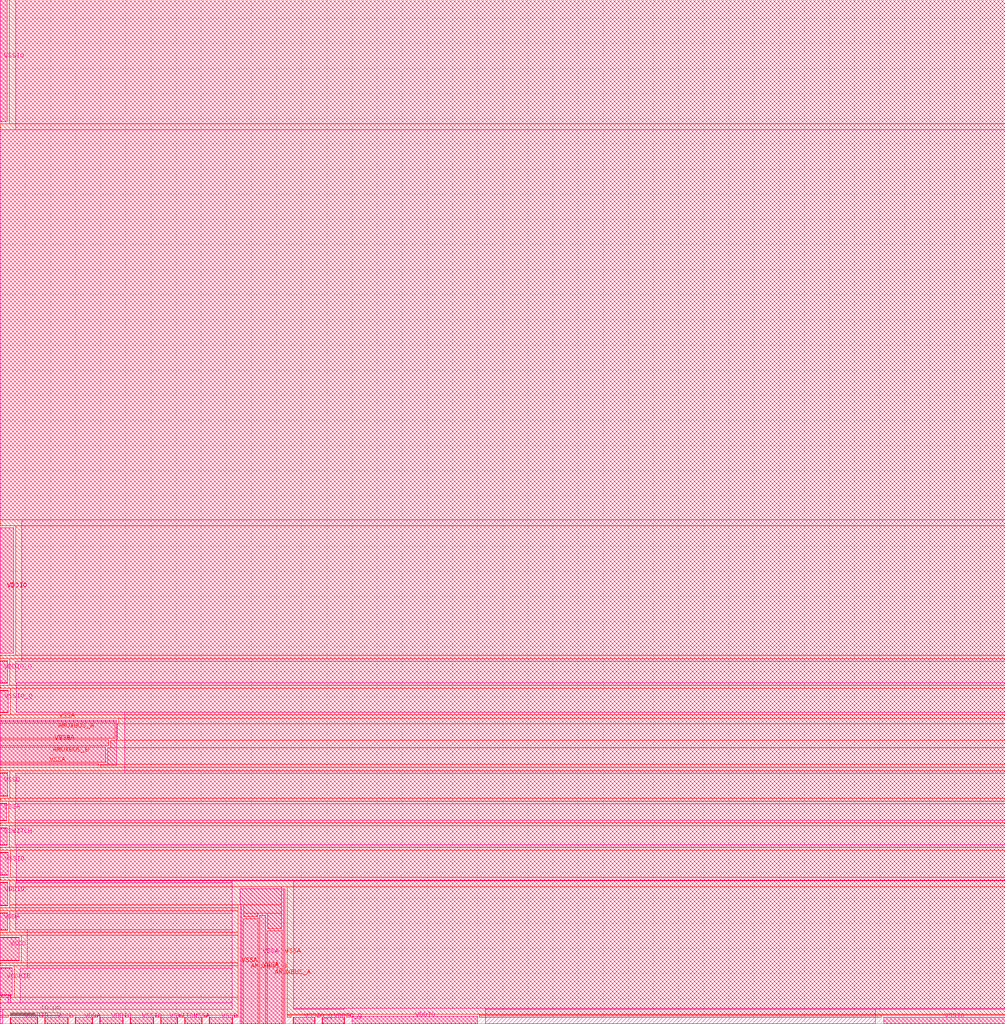
<source format=lef>
VERSION 5.7 ;
  NOWIREEXTENSIONATPIN ON ;
  DIVIDERCHAR "/" ;
  BUSBITCHARS "[]" ;
MACRO sky130_fd_io__corner_bus_overlay
  CLASS PAD ;
  FOREIGN sky130_fd_io__corner_bus_overlay ;
  ORIGIN 0.000 0.000 ;
  SIZE 200.000 BY 203.665 ;
  SYMMETRY X Y R90 ;
  PIN VSSA
    DIRECTION INOUT ;
    USE SIGNAL ;
    PORT
      LAYER met5 ;
        RECT 0.000 51.400 23.155 60.400 ;
    END
    PORT
      LAYER met5 ;
        RECT 0.000 40.500 1.335 43.750 ;
    END
    PORT
      LAYER met5 ;
        RECT 36.840 0.000 40.085 1.270 ;
    END
    PORT
      LAYER met5 ;
        RECT 47.735 0.000 56.735 26.820 ;
    END
    PORT
      LAYER met4 ;
        RECT 0.000 51.400 19.575 51.730 ;
    END
    PORT
      LAYER met4 ;
        RECT 0.000 40.400 1.335 43.850 ;
    END
    PORT
      LAYER met4 ;
        RECT 0.000 55.310 21.550 56.490 ;
    END
    PORT
      LAYER met4 ;
        RECT 0.000 60.070 23.175 60.400 ;
    END
    PORT
      LAYER met4 ;
        RECT 56.405 0.000 56.735 26.840 ;
    END
    PORT
      LAYER met4 ;
        RECT 51.645 0.000 52.825 21.555 ;
    END
    PORT
      LAYER met4 ;
        RECT 36.735 0.000 40.185 1.270 ;
    END
    PORT
      LAYER met4 ;
        RECT 47.735 0.000 48.065 23.240 ;
    END
  END VSSA
  PIN VSSIO
    DIRECTION INOUT ;
    USE SIGNAL ;
    PORT
      LAYER met5 ;
        RECT 0.000 179.450 1.435 203.665 ;
    END
    PORT
      LAYER met5 ;
        RECT 0.000 29.600 1.600 34.050 ;
    END
    PORT
      LAYER met5 ;
        RECT 25.935 0.000 30.385 1.270 ;
    END
    PORT
      LAYER met5 ;
        RECT 175.785 0.000 200.000 1.270 ;
    END
    PORT
      LAYER met4 ;
        RECT 0.000 29.500 1.600 34.150 ;
    END
    PORT
      LAYER met4 ;
        RECT 0.000 179.450 1.435 203.665 ;
    END
    PORT
      LAYER met4 ;
        RECT 175.785 0.000 200.000 1.270 ;
    END
    PORT
      LAYER met4 ;
        RECT 25.835 0.000 30.485 1.270 ;
    END
  END VSSIO
  PIN VSWITCH
    DIRECTION INOUT ;
    USE SIGNAL ;
    PORT
      LAYER met5 ;
        RECT 0.000 35.650 1.385 38.900 ;
    END
    PORT
      LAYER met5 ;
        RECT 31.985 0.000 35.235 1.270 ;
    END
    PORT
      LAYER met4 ;
        RECT 0.000 35.550 1.385 39.000 ;
    END
    PORT
      LAYER met4 ;
        RECT 31.885 0.000 35.335 1.270 ;
    END
  END VSWITCH
  PIN VSSD
    DIRECTION INOUT ;
    USE SIGNAL ;
    PORT
      LAYER met5 ;
        RECT 0.000 45.350 1.475 49.800 ;
    END
    PORT
      LAYER met5 ;
        RECT 41.685 0.000 46.135 1.270 ;
    END
    PORT
      LAYER met4 ;
        RECT 0.000 45.250 1.475 49.900 ;
    END
    PORT
      LAYER met4 ;
        RECT 41.585 0.000 46.235 1.270 ;
    END
  END VSSD
  PIN VSSIO_Q
    DIRECTION INOUT ;
    USE SIGNAL ;
    PORT
      LAYER met5 ;
        RECT 0.000 62.000 1.625 66.250 ;
    END
    PORT
      LAYER met5 ;
        RECT 58.335 0.000 62.585 1.270 ;
    END
    PORT
      LAYER met4 ;
        RECT 0.000 61.900 1.625 66.350 ;
    END
    PORT
      LAYER met4 ;
        RECT 58.235 0.000 62.685 1.270 ;
    END
  END VSSIO_Q
  PIN VDDIO_Q
    DIRECTION INOUT ;
    USE SIGNAL ;
    PORT
      LAYER met5 ;
        RECT 0.000 67.850 1.480 72.100 ;
    END
    PORT
      LAYER met5 ;
        RECT 64.185 0.000 68.435 1.270 ;
    END
    PORT
      LAYER met4 ;
        RECT 0.000 67.750 1.480 72.200 ;
    END
    PORT
      LAYER met4 ;
        RECT 64.085 0.000 68.535 1.270 ;
    END
  END VDDIO_Q
  PIN VDDIO
    DIRECTION INOUT ;
    USE SIGNAL ;
    PORT
      LAYER met5 ;
        RECT 0.000 73.700 2.645 98.650 ;
    END
    PORT
      LAYER met5 ;
        RECT 0.000 23.550 1.525 28.000 ;
    END
    PORT
      LAYER met5 ;
        RECT 19.885 0.000 24.335 1.270 ;
    END
    PORT
      LAYER met5 ;
        RECT 70.035 0.000 94.985 1.520 ;
    END
    PORT
      LAYER met4 ;
        RECT 0.000 23.450 1.525 28.100 ;
    END
    PORT
      LAYER met4 ;
        RECT 0.000 73.700 2.645 98.665 ;
    END
    PORT
      LAYER met4 ;
        RECT 70.035 0.000 95.000 1.520 ;
    END
    PORT
      LAYER met4 ;
        RECT 19.785 0.000 24.435 1.270 ;
    END
  END VDDIO
  PIN VDDA
    DIRECTION INOUT ;
    USE SIGNAL ;
    PORT
      LAYER met5 ;
        RECT 0.000 18.700 1.470 21.950 ;
    END
    PORT
      LAYER met5 ;
        RECT 15.035 0.000 18.285 1.255 ;
    END
    PORT
      LAYER met4 ;
        RECT 0.000 18.600 1.470 22.050 ;
    END
    PORT
      LAYER met4 ;
        RECT 14.935 0.000 18.385 1.255 ;
    END
  END VDDA
  PIN VCCHIB
    DIRECTION INOUT ;
    USE SIGNAL ;
    PORT
      LAYER met5 ;
        RECT 0.000 5.800 2.350 11.050 ;
    END
    PORT
      LAYER met5 ;
        RECT 2.135 0.000 7.385 1.270 ;
    END
    PORT
      LAYER met4 ;
        RECT 0.000 5.700 2.350 11.150 ;
    END
    PORT
      LAYER met4 ;
        RECT 2.035 0.000 7.485 1.270 ;
    END
  END VCCHIB
  PIN VCCD
    DIRECTION INOUT ;
    USE SIGNAL ;
    PORT
      LAYER met5 ;
        RECT 0.000 12.650 3.785 17.100 ;
    END
    PORT
      LAYER met5 ;
        RECT 8.985 0.000 13.435 1.270 ;
    END
    PORT
      LAYER met4 ;
        RECT 0.000 12.550 3.785 17.200 ;
    END
    PORT
      LAYER met4 ;
        RECT 8.885 0.000 13.535 1.270 ;
    END
  END VCCD
  PIN AMUXBUS_A
    DIRECTION INOUT ;
    USE SIGNAL ;
    PORT
      LAYER met4 ;
        RECT 0.000 56.790 22.910 59.770 ;
    END
    PORT
      LAYER met4 ;
        RECT 53.125 0.000 56.105 18.475 ;
    END
  END AMUXBUS_A
  PIN AMUXBUS_B
    DIRECTION INOUT ;
    USE SIGNAL ;
    PORT
      LAYER met4 ;
        RECT 0.000 52.030 20.935 55.010 ;
    END
    PORT
      LAYER met4 ;
        RECT 48.365 0.000 51.345 20.875 ;
    END
  END AMUXBUS_B
  OBS
      LAYER met4 ;
        RECT 1.835 179.050 200.000 203.665 ;
        RECT 0.000 99.065 200.000 179.050 ;
        RECT 3.045 73.300 200.000 99.065 ;
        RECT 0.000 72.600 200.000 73.300 ;
        RECT 1.880 67.350 200.000 72.600 ;
        RECT 0.000 66.750 200.000 67.350 ;
        RECT 2.025 61.500 200.000 66.750 ;
        RECT 0.000 60.800 200.000 61.500 ;
        RECT 23.575 59.670 200.000 60.800 ;
        RECT 23.310 56.390 200.000 59.670 ;
        RECT 21.950 54.910 200.000 56.390 ;
        RECT 21.335 51.630 200.000 54.910 ;
        RECT 19.975 51.000 200.000 51.630 ;
        RECT 0.000 50.300 200.000 51.000 ;
        RECT 1.875 44.850 200.000 50.300 ;
        RECT 0.000 44.250 200.000 44.850 ;
        RECT 1.735 40.000 200.000 44.250 ;
        RECT 0.000 39.400 200.000 40.000 ;
        RECT 1.785 35.150 200.000 39.400 ;
        RECT 0.000 34.550 200.000 35.150 ;
        RECT 2.000 29.100 200.000 34.550 ;
        RECT 0.000 28.500 200.000 29.100 ;
        RECT 1.925 27.240 200.000 28.500 ;
        RECT 1.925 23.640 56.005 27.240 ;
        RECT 1.925 23.050 47.335 23.640 ;
        RECT 0.000 22.450 47.335 23.050 ;
        RECT 1.870 18.200 47.335 22.450 ;
        RECT 48.465 21.955 56.005 23.640 ;
        RECT 48.465 21.275 51.245 21.955 ;
        RECT 53.225 18.875 56.005 21.955 ;
        RECT 0.000 17.600 47.335 18.200 ;
        RECT 4.185 12.150 47.335 17.600 ;
        RECT 0.000 11.550 47.335 12.150 ;
        POLYGON 0.000 5.700 0.400 5.700 0.400 5.300 ;
        RECT 0.400 5.300 2.035 5.700 ;
        RECT 2.750 5.300 47.335 11.550 ;
        RECT 0.000 1.670 47.335 5.300 ;
        RECT 0.000 1.255 1.635 1.670 ;
        RECT 7.885 1.255 8.485 1.670 ;
        RECT 13.935 1.655 19.385 1.670 ;
        RECT 13.935 1.255 14.535 1.655 ;
        RECT 18.785 1.255 19.385 1.655 ;
        RECT 24.835 1.255 25.435 1.670 ;
        RECT 30.885 1.255 31.485 1.670 ;
        RECT 35.735 1.255 36.335 1.670 ;
        RECT 40.585 1.255 41.185 1.670 ;
        RECT 46.635 1.255 47.335 1.670 ;
        RECT 57.135 1.920 200.000 27.240 ;
        RECT 57.135 1.670 69.635 1.920 ;
        RECT 57.135 1.255 57.835 1.670 ;
        RECT 63.085 1.255 63.685 1.670 ;
        RECT 68.935 1.255 69.635 1.670 ;
        RECT 95.400 1.670 200.000 1.920 ;
        RECT 95.400 1.255 175.385 1.670 ;
      LAYER met5 ;
        RECT 3.035 177.850 200.000 203.665 ;
        RECT 0.000 100.250 200.000 177.850 ;
        RECT 4.245 72.100 200.000 100.250 ;
        RECT 3.080 67.850 200.000 72.100 ;
        RECT 3.225 62.000 200.000 67.850 ;
        RECT 24.755 49.800 200.000 62.000 ;
        RECT 3.075 43.750 200.000 49.800 ;
        RECT 2.935 40.500 200.000 43.750 ;
        RECT 2.985 35.650 200.000 40.500 ;
        RECT 3.200 28.420 200.000 35.650 ;
        RECT 3.200 28.000 46.135 28.420 ;
        RECT 3.125 21.950 46.135 28.000 ;
        RECT 3.070 18.700 46.135 21.950 ;
        RECT 5.385 11.050 46.135 18.700 ;
        POLYGON 0.000 5.800 1.600 5.800 1.600 4.200 ;
        RECT 1.600 4.200 2.135 5.800 ;
        RECT 3.950 4.200 46.135 11.050 ;
        RECT 0.000 2.870 46.135 4.200 ;
        RECT 58.335 3.120 200.000 28.420 ;
        RECT 58.335 2.870 68.435 3.120 ;
        RECT 96.585 2.870 200.000 3.120 ;
        RECT 0.000 0.000 0.535 2.870 ;
        RECT 15.035 2.855 18.285 2.870 ;
        RECT 96.585 0.000 174.185 2.870 ;
  END
END sky130_fd_io__corner_bus_overlay

#--------EOF---------

MACRO sky130_fd_io__overlay_gpiov2
  CLASS PAD ;
  FOREIGN sky130_fd_io__overlay_gpiov2 ;
  ORIGIN 0.000 0.000 ;
  SIZE 80.000 BY 200.000 ;
  SYMMETRY X Y R90 ;
  PIN PAD
    USE SIGNAL ;
    PORT
      LAYER met5 ;
        RECT 11.200 104.560 73.800 166.960 ;
    END
  END PAD
  PIN VSSIO
    DIRECTION INOUT ;
    USE GROUND ;
    PORT
      LAYER met5 ;
        RECT 0.000 175.785 1.270 200.000 ;
    END
    PORT
      LAYER met5 ;
        RECT 78.730 175.785 80.000 200.000 ;
    END
    PORT
      LAYER met5 ;
        RECT 78.730 25.935 80.000 30.385 ;
    END
    PORT
      LAYER met5 ;
        RECT 0.000 25.935 1.270 30.385 ;
    END
    PORT
      LAYER met4 ;
        RECT 0.000 25.835 1.270 30.485 ;
    END
    PORT
      LAYER met4 ;
        RECT 0.000 175.785 1.270 200.000 ;
    END
    PORT
      LAYER met4 ;
        RECT 78.730 25.835 80.000 30.485 ;
    END
    PORT
      LAYER met4 ;
        RECT 78.730 175.785 80.000 200.000 ;
    END
  END VSSIO
  PIN VDDIO
    DIRECTION INOUT ;
    USE POWER ;
    PORT
      LAYER met5 ;
        RECT 78.730 19.885 80.000 24.335 ;
    END
    PORT
      LAYER met5 ;
        RECT 78.730 70.035 80.000 94.985 ;
    END
    PORT
      LAYER met5 ;
        RECT 0.000 19.885 1.270 24.335 ;
    END
    PORT
      LAYER met5 ;
        RECT 0.000 70.035 1.270 94.985 ;
    END
    PORT
      LAYER met4 ;
        RECT 0.000 70.035 1.270 95.000 ;
    END
    PORT
      LAYER met4 ;
        RECT 0.000 19.785 1.270 24.435 ;
    END
    PORT
      LAYER met4 ;
        RECT 78.730 70.035 80.000 95.000 ;
    END
    PORT
      LAYER met4 ;
        RECT 78.730 19.785 80.000 24.435 ;
    END
  END VDDIO
  PIN VCCHIB
    DIRECTION INOUT ;
    USE POWER ;
    PORT
      LAYER met5 ;
        RECT 78.730 2.135 80.000 7.385 ;
    END
    PORT
      LAYER met5 ;
        RECT 0.000 2.135 1.270 7.385 ;
    END
    PORT
      LAYER met4 ;
        RECT 0.000 2.035 1.270 7.485 ;
    END
    PORT
      LAYER met4 ;
        RECT 78.730 2.035 80.000 7.485 ;
    END
  END VCCHIB
  PIN VDDIO_Q
    DIRECTION INOUT ;
    USE POWER ;
    PORT
      LAYER met5 ;
        RECT 78.730 64.185 80.000 68.435 ;
    END
    PORT
      LAYER met5 ;
        RECT 0.000 64.185 1.270 68.435 ;
    END
    PORT
      LAYER met4 ;
        RECT 0.000 64.085 1.270 68.535 ;
    END
    PORT
      LAYER met4 ;
        RECT 78.730 64.085 80.000 68.535 ;
    END
  END VDDIO_Q
  PIN VCCD
    DIRECTION INOUT ;
    USE POWER ;
    PORT
      LAYER met5 ;
        RECT 78.730 8.985 80.000 13.435 ;
    END
    PORT
      LAYER met5 ;
        RECT 0.000 8.985 1.270 13.435 ;
    END
    PORT
      LAYER met4 ;
        RECT 78.730 8.885 80.000 13.535 ;
    END
    PORT
      LAYER met4 ;
        RECT 0.000 8.885 1.270 13.535 ;
    END
  END VCCD
  PIN VSSA
    DIRECTION INOUT ;
    USE GROUND ;
    PORT
      LAYER met5 ;
        RECT 78.730 36.840 80.000 40.085 ;
    END
    PORT
      LAYER met5 ;
        RECT 78.730 47.735 80.000 56.735 ;
    END
    PORT
      LAYER met5 ;
        RECT 0.000 36.840 1.270 40.085 ;
    END
    PORT
      LAYER met5 ;
        RECT 0.000 47.735 1.270 56.735 ;
    END
    PORT
      LAYER met4 ;
        RECT 0.000 36.735 1.270 40.185 ;
    END
    PORT
      LAYER met4 ;
        RECT 0.000 56.405 80.000 56.735 ;
    END
    PORT
      LAYER met4 ;
        RECT 0.000 51.645 1.270 52.825 ;
    END
    PORT
      LAYER met4 ;
        RECT 0.000 47.735 80.000 48.065 ;
    END
    PORT
      LAYER met4 ;
        RECT 78.730 36.735 80.000 40.185 ;
    END
    PORT
      LAYER met4 ;
        RECT 78.730 51.645 80.000 52.825 ;
    END
  END VSSA
  PIN VSWITCH
    DIRECTION INOUT ;
    USE POWER ;
    PORT
      LAYER met5 ;
        RECT 78.730 31.985 80.000 35.235 ;
    END
    PORT
      LAYER met5 ;
        RECT 0.000 31.985 1.270 35.235 ;
    END
    PORT
      LAYER met4 ;
        RECT 0.000 31.885 1.270 35.335 ;
    END
    PORT
      LAYER met4 ;
        RECT 78.730 31.885 80.000 35.335 ;
    END
  END VSWITCH
  PIN VSSIO_Q
    DIRECTION INOUT ;
    USE GROUND ;
    PORT
      LAYER met5 ;
        RECT 78.730 58.335 80.000 62.585 ;
    END
    PORT
      LAYER met5 ;
        RECT 0.000 58.335 1.270 62.585 ;
    END
    PORT
      LAYER met4 ;
        RECT 0.000 58.235 1.270 62.685 ;
    END
    PORT
      LAYER met4 ;
        RECT 78.730 58.235 80.000 62.685 ;
    END
  END VSSIO_Q
  PIN VSSD
    DIRECTION INOUT ;
    USE GROUND ;
    PORT
      LAYER met5 ;
        RECT 78.730 41.685 80.000 46.135 ;
    END
    PORT
      LAYER met5 ;
        RECT 0.000 41.685 1.270 46.135 ;
    END
    PORT
      LAYER met4 ;
        RECT 0.000 41.585 1.270 46.235 ;
    END
    PORT
      LAYER met4 ;
        RECT 78.730 41.585 80.000 46.235 ;
    END
  END VSSD
  PIN VDDA
    DIRECTION INOUT ;
    USE POWER ;
    PORT
      LAYER met5 ;
        RECT 78.970 15.035 80.000 18.285 ;
    END
    PORT
      LAYER met5 ;
        RECT 0.000 15.035 0.965 18.285 ;
    END
    PORT
      LAYER met4 ;
        RECT 0.000 14.935 0.965 18.385 ;
    END
    PORT
      LAYER met4 ;
        RECT 78.970 14.935 80.000 18.385 ;
    END
  END VDDA
  PIN AMUXBUS_A
    USE SIGNAL ;
    PORT
      LAYER met4 ;
        RECT 0.000 53.125 80.000 56.105 ;
    END
  END AMUXBUS_A
  PIN AMUXBUS_B
    USE SIGNAL ;
    PORT
      LAYER met4 ;
        RECT 0.000 48.365 80.000 51.345 ;
    END
  END AMUXBUS_B
  OBS
      LAYER met4 ;
        RECT 1.670 175.385 78.330 200.000 ;
        RECT 0.965 95.400 78.970 175.385 ;
        RECT 1.670 69.635 78.330 95.400 ;
        RECT 0.965 68.935 78.970 69.635 ;
        RECT 1.670 63.685 78.330 68.935 ;
        RECT 0.965 63.085 78.970 63.685 ;
        RECT 1.670 57.835 78.330 63.085 ;
        RECT 0.965 57.135 78.970 57.835 ;
        RECT 1.670 51.745 78.330 52.725 ;
        RECT 0.965 46.635 78.970 47.335 ;
        RECT 1.670 41.185 78.330 46.635 ;
        RECT 0.965 40.585 78.970 41.185 ;
        RECT 1.670 36.335 78.330 40.585 ;
        RECT 0.965 35.735 78.970 36.335 ;
        RECT 1.670 31.485 78.330 35.735 ;
        RECT 0.965 30.885 78.970 31.485 ;
        RECT 1.670 25.435 78.330 30.885 ;
        RECT 0.965 24.835 78.970 25.435 ;
        RECT 1.670 19.385 78.330 24.835 ;
        RECT 0.965 18.785 78.970 19.385 ;
        RECT 1.365 14.535 78.570 18.785 ;
        RECT 0.965 13.935 78.970 14.535 ;
        RECT 1.670 8.485 78.330 13.935 ;
        RECT 0.965 7.885 78.970 8.485 ;
        RECT 1.670 2.035 78.330 7.885 ;
      LAYER met5 ;
        RECT 2.870 174.185 77.130 200.000 ;
        RECT 0.000 168.560 80.000 174.185 ;
        RECT 0.000 102.960 9.600 168.560 ;
        RECT 75.400 102.960 80.000 168.560 ;
        RECT 0.000 96.585 80.000 102.960 ;
        RECT 2.870 36.840 77.130 96.585 ;
        RECT 0.000 36.835 80.000 36.840 ;
        RECT 2.870 18.285 77.130 36.835 ;
        RECT 2.565 15.035 77.370 18.285 ;
        RECT 2.870 2.135 77.130 15.035 ;
  END
END sky130_fd_io__overlay_gpiov2

#--------EOF---------

MACRO sky130_fd_io__overlay_vccd_hvc
  CLASS PAD ;
  FOREIGN sky130_fd_io__overlay_vccd_hvc ;
  ORIGIN 0.000 0.000 ;
  SIZE 75.000 BY 200.000 ;
  SYMMETRY X Y R90 ;
  PIN VDDIO
    DIRECTION INOUT ;
    USE POWER ;
    PORT
      LAYER met5 ;
        RECT 73.730 19.885 75.000 24.335 ;
    END
    PORT
      LAYER met5 ;
        RECT 73.730 70.035 75.000 94.985 ;
    END
    PORT
      LAYER met5 ;
        RECT 0.000 19.885 1.270 24.335 ;
    END
    PORT
      LAYER met5 ;
        RECT 0.000 70.035 1.270 94.985 ;
    END
    PORT
      LAYER met4 ;
        RECT 73.730 19.785 75.000 24.435 ;
    END
    PORT
      LAYER met4 ;
        RECT 0.000 70.035 1.270 95.000 ;
    END
    PORT
      LAYER met4 ;
        RECT 73.730 70.035 75.000 95.000 ;
    END
    PORT
      LAYER met4 ;
        RECT 0.000 19.785 1.270 24.435 ;
    END
  END VDDIO
  PIN VCCHIB
    DIRECTION INOUT ;
    USE POWER ;
    PORT
      LAYER met5 ;
        RECT 73.730 2.135 75.000 7.385 ;
    END
    PORT
      LAYER met5 ;
        RECT 0.000 2.135 1.270 7.385 ;
    END
    PORT
      LAYER met4 ;
        RECT 73.730 2.035 75.000 7.485 ;
    END
    PORT
      LAYER met4 ;
        RECT 0.000 2.035 1.270 7.485 ;
    END
  END VCCHIB
  PIN VSSA
    DIRECTION INOUT ;
    USE GROUND ;
    PORT
      LAYER met5 ;
        RECT 0.000 47.735 1.270 56.735 ;
    END
    PORT
      LAYER met5 ;
        RECT 73.730 36.840 75.000 40.085 ;
    END
    PORT
      LAYER met5 ;
        RECT 73.730 47.735 75.000 56.735 ;
    END
    PORT
      LAYER met5 ;
        RECT 0.000 36.840 1.270 40.085 ;
    END
    PORT
      LAYER met4 ;
        RECT 73.730 51.645 75.000 52.825 ;
    END
    PORT
      LAYER met4 ;
        RECT 0.000 47.735 75.000 48.065 ;
    END
    PORT
      LAYER met4 ;
        RECT 0.000 36.735 1.270 40.185 ;
    END
    PORT
      LAYER met4 ;
        RECT 0.000 51.645 1.270 52.825 ;
    END
    PORT
      LAYER met4 ;
        RECT 0.000 56.405 75.000 56.735 ;
    END
    PORT
      LAYER met4 ;
        RECT 73.730 36.735 75.000 40.185 ;
    END
  END VSSA
  PIN VDDIO_Q
    DIRECTION INOUT ;
    USE POWER ;
    PORT
      LAYER met5 ;
        RECT 73.730 64.185 75.000 68.435 ;
    END
    PORT
      LAYER met5 ;
        RECT 0.000 64.185 1.270 68.435 ;
    END
    PORT
      LAYER met4 ;
        RECT 73.730 64.085 75.000 68.535 ;
    END
    PORT
      LAYER met4 ;
        RECT 0.000 64.085 1.270 68.535 ;
    END
  END VDDIO_Q
  PIN VCCD
    DIRECTION INOUT ;
    USE POWER ;
    PORT
      LAYER met5 ;
        RECT 73.730 8.985 75.000 13.435 ;
    END
    PORT
      LAYER met5 ;
        RECT 0.000 8.985 1.270 13.435 ;
    END
    PORT
      LAYER met4 ;
        RECT 73.730 8.885 75.000 13.535 ;
    END
    PORT
      LAYER met4 ;
        RECT 0.000 8.885 1.270 13.535 ;
    END
    PORT
      LAYER met3 ;
        RECT 50.390 8.890 74.290 13.530 ;
    END
    PORT
      LAYER met3 ;
        RECT 74.000 13.260 74.200 13.460 ;
    END
    PORT
      LAYER met3 ;
        RECT 74.000 12.830 74.200 13.030 ;
    END
    PORT
      LAYER met3 ;
        RECT 74.000 12.400 74.200 12.600 ;
    END
    PORT
      LAYER met3 ;
        RECT 74.000 11.970 74.200 12.170 ;
    END
    PORT
      LAYER met3 ;
        RECT 74.000 11.540 74.200 11.740 ;
    END
    PORT
      LAYER met3 ;
        RECT 74.000 11.110 74.200 11.310 ;
    END
    PORT
      LAYER met3 ;
        RECT 74.000 10.680 74.200 10.880 ;
    END
    PORT
      LAYER met3 ;
        RECT 74.000 10.250 74.200 10.450 ;
    END
    PORT
      LAYER met3 ;
        RECT 74.000 9.820 74.200 10.020 ;
    END
    PORT
      LAYER met3 ;
        RECT 74.000 9.390 74.200 9.590 ;
    END
    PORT
      LAYER met3 ;
        RECT 74.000 8.960 74.200 9.160 ;
    END
    PORT
      LAYER met3 ;
        RECT 73.595 13.260 73.795 13.460 ;
    END
    PORT
      LAYER met3 ;
        RECT 73.595 12.830 73.795 13.030 ;
    END
    PORT
      LAYER met3 ;
        RECT 73.595 12.400 73.795 12.600 ;
    END
    PORT
      LAYER met3 ;
        RECT 73.595 11.970 73.795 12.170 ;
    END
    PORT
      LAYER met3 ;
        RECT 73.595 11.540 73.795 11.740 ;
    END
    PORT
      LAYER met3 ;
        RECT 73.595 11.110 73.795 11.310 ;
    END
    PORT
      LAYER met3 ;
        RECT 73.595 10.680 73.795 10.880 ;
    END
    PORT
      LAYER met3 ;
        RECT 73.595 10.250 73.795 10.450 ;
    END
    PORT
      LAYER met3 ;
        RECT 73.595 9.820 73.795 10.020 ;
    END
    PORT
      LAYER met3 ;
        RECT 73.595 9.390 73.795 9.590 ;
    END
    PORT
      LAYER met3 ;
        RECT 73.595 8.960 73.795 9.160 ;
    END
    PORT
      LAYER met3 ;
        RECT 73.190 13.260 73.390 13.460 ;
    END
    PORT
      LAYER met3 ;
        RECT 73.190 12.830 73.390 13.030 ;
    END
    PORT
      LAYER met3 ;
        RECT 73.190 12.400 73.390 12.600 ;
    END
    PORT
      LAYER met3 ;
        RECT 73.190 11.970 73.390 12.170 ;
    END
    PORT
      LAYER met3 ;
        RECT 73.190 11.540 73.390 11.740 ;
    END
    PORT
      LAYER met3 ;
        RECT 73.190 11.110 73.390 11.310 ;
    END
    PORT
      LAYER met3 ;
        RECT 73.190 10.680 73.390 10.880 ;
    END
    PORT
      LAYER met3 ;
        RECT 73.190 10.250 73.390 10.450 ;
    END
    PORT
      LAYER met3 ;
        RECT 73.190 9.820 73.390 10.020 ;
    END
    PORT
      LAYER met3 ;
        RECT 73.190 9.390 73.390 9.590 ;
    END
    PORT
      LAYER met3 ;
        RECT 73.190 8.960 73.390 9.160 ;
    END
    PORT
      LAYER met3 ;
        RECT 72.785 13.260 72.985 13.460 ;
    END
    PORT
      LAYER met3 ;
        RECT 72.785 12.830 72.985 13.030 ;
    END
    PORT
      LAYER met3 ;
        RECT 72.785 12.400 72.985 12.600 ;
    END
    PORT
      LAYER met3 ;
        RECT 72.785 11.970 72.985 12.170 ;
    END
    PORT
      LAYER met3 ;
        RECT 72.785 11.540 72.985 11.740 ;
    END
    PORT
      LAYER met3 ;
        RECT 72.785 11.110 72.985 11.310 ;
    END
    PORT
      LAYER met3 ;
        RECT 72.785 10.680 72.985 10.880 ;
    END
    PORT
      LAYER met3 ;
        RECT 72.785 10.250 72.985 10.450 ;
    END
    PORT
      LAYER met3 ;
        RECT 72.785 9.820 72.985 10.020 ;
    END
    PORT
      LAYER met3 ;
        RECT 72.785 9.390 72.985 9.590 ;
    END
    PORT
      LAYER met3 ;
        RECT 72.785 8.960 72.985 9.160 ;
    END
    PORT
      LAYER met3 ;
        RECT 72.380 13.260 72.580 13.460 ;
    END
    PORT
      LAYER met3 ;
        RECT 72.380 12.830 72.580 13.030 ;
    END
    PORT
      LAYER met3 ;
        RECT 72.380 12.400 72.580 12.600 ;
    END
    PORT
      LAYER met3 ;
        RECT 72.380 11.970 72.580 12.170 ;
    END
    PORT
      LAYER met3 ;
        RECT 72.380 11.540 72.580 11.740 ;
    END
    PORT
      LAYER met3 ;
        RECT 72.380 11.110 72.580 11.310 ;
    END
    PORT
      LAYER met3 ;
        RECT 72.380 10.680 72.580 10.880 ;
    END
    PORT
      LAYER met3 ;
        RECT 72.380 10.250 72.580 10.450 ;
    END
    PORT
      LAYER met3 ;
        RECT 72.380 9.820 72.580 10.020 ;
    END
    PORT
      LAYER met3 ;
        RECT 72.380 9.390 72.580 9.590 ;
    END
    PORT
      LAYER met3 ;
        RECT 72.380 8.960 72.580 9.160 ;
    END
    PORT
      LAYER met3 ;
        RECT 71.975 13.260 72.175 13.460 ;
    END
    PORT
      LAYER met3 ;
        RECT 71.975 12.830 72.175 13.030 ;
    END
    PORT
      LAYER met3 ;
        RECT 71.975 12.400 72.175 12.600 ;
    END
    PORT
      LAYER met3 ;
        RECT 71.975 11.970 72.175 12.170 ;
    END
    PORT
      LAYER met3 ;
        RECT 71.975 11.540 72.175 11.740 ;
    END
    PORT
      LAYER met3 ;
        RECT 71.975 11.110 72.175 11.310 ;
    END
    PORT
      LAYER met3 ;
        RECT 71.975 10.680 72.175 10.880 ;
    END
    PORT
      LAYER met3 ;
        RECT 71.975 10.250 72.175 10.450 ;
    END
    PORT
      LAYER met3 ;
        RECT 71.975 9.820 72.175 10.020 ;
    END
    PORT
      LAYER met3 ;
        RECT 71.975 9.390 72.175 9.590 ;
    END
    PORT
      LAYER met3 ;
        RECT 71.975 8.960 72.175 9.160 ;
    END
    PORT
      LAYER met3 ;
        RECT 71.570 13.260 71.770 13.460 ;
    END
    PORT
      LAYER met3 ;
        RECT 71.570 12.830 71.770 13.030 ;
    END
    PORT
      LAYER met3 ;
        RECT 71.570 12.400 71.770 12.600 ;
    END
    PORT
      LAYER met3 ;
        RECT 71.570 11.970 71.770 12.170 ;
    END
    PORT
      LAYER met3 ;
        RECT 71.570 11.540 71.770 11.740 ;
    END
    PORT
      LAYER met3 ;
        RECT 71.570 11.110 71.770 11.310 ;
    END
    PORT
      LAYER met3 ;
        RECT 71.570 10.680 71.770 10.880 ;
    END
    PORT
      LAYER met3 ;
        RECT 71.570 10.250 71.770 10.450 ;
    END
    PORT
      LAYER met3 ;
        RECT 71.570 9.820 71.770 10.020 ;
    END
    PORT
      LAYER met3 ;
        RECT 71.570 9.390 71.770 9.590 ;
    END
    PORT
      LAYER met3 ;
        RECT 71.570 8.960 71.770 9.160 ;
    END
    PORT
      LAYER met3 ;
        RECT 71.165 13.260 71.365 13.460 ;
    END
    PORT
      LAYER met3 ;
        RECT 71.165 12.830 71.365 13.030 ;
    END
    PORT
      LAYER met3 ;
        RECT 71.165 12.400 71.365 12.600 ;
    END
    PORT
      LAYER met3 ;
        RECT 71.165 11.970 71.365 12.170 ;
    END
    PORT
      LAYER met3 ;
        RECT 71.165 11.540 71.365 11.740 ;
    END
    PORT
      LAYER met3 ;
        RECT 71.165 11.110 71.365 11.310 ;
    END
    PORT
      LAYER met3 ;
        RECT 71.165 10.680 71.365 10.880 ;
    END
    PORT
      LAYER met3 ;
        RECT 71.165 10.250 71.365 10.450 ;
    END
    PORT
      LAYER met3 ;
        RECT 71.165 9.820 71.365 10.020 ;
    END
    PORT
      LAYER met3 ;
        RECT 71.165 9.390 71.365 9.590 ;
    END
    PORT
      LAYER met3 ;
        RECT 71.165 8.960 71.365 9.160 ;
    END
    PORT
      LAYER met3 ;
        RECT 70.760 13.260 70.960 13.460 ;
    END
    PORT
      LAYER met3 ;
        RECT 70.760 12.830 70.960 13.030 ;
    END
    PORT
      LAYER met3 ;
        RECT 70.760 12.400 70.960 12.600 ;
    END
    PORT
      LAYER met3 ;
        RECT 70.760 11.970 70.960 12.170 ;
    END
    PORT
      LAYER met3 ;
        RECT 70.760 11.540 70.960 11.740 ;
    END
    PORT
      LAYER met3 ;
        RECT 70.760 11.110 70.960 11.310 ;
    END
    PORT
      LAYER met3 ;
        RECT 70.760 10.680 70.960 10.880 ;
    END
    PORT
      LAYER met3 ;
        RECT 70.760 10.250 70.960 10.450 ;
    END
    PORT
      LAYER met3 ;
        RECT 70.760 9.820 70.960 10.020 ;
    END
    PORT
      LAYER met3 ;
        RECT 70.760 9.390 70.960 9.590 ;
    END
    PORT
      LAYER met3 ;
        RECT 70.760 8.960 70.960 9.160 ;
    END
    PORT
      LAYER met3 ;
        RECT 70.355 13.260 70.555 13.460 ;
    END
    PORT
      LAYER met3 ;
        RECT 70.355 12.830 70.555 13.030 ;
    END
    PORT
      LAYER met3 ;
        RECT 70.355 12.400 70.555 12.600 ;
    END
    PORT
      LAYER met3 ;
        RECT 70.355 11.970 70.555 12.170 ;
    END
    PORT
      LAYER met3 ;
        RECT 70.355 11.540 70.555 11.740 ;
    END
    PORT
      LAYER met3 ;
        RECT 70.355 11.110 70.555 11.310 ;
    END
    PORT
      LAYER met3 ;
        RECT 70.355 10.680 70.555 10.880 ;
    END
    PORT
      LAYER met3 ;
        RECT 70.355 10.250 70.555 10.450 ;
    END
    PORT
      LAYER met3 ;
        RECT 70.355 9.820 70.555 10.020 ;
    END
    PORT
      LAYER met3 ;
        RECT 70.355 9.390 70.555 9.590 ;
    END
    PORT
      LAYER met3 ;
        RECT 70.355 8.960 70.555 9.160 ;
    END
    PORT
      LAYER met3 ;
        RECT 69.950 13.260 70.150 13.460 ;
    END
    PORT
      LAYER met3 ;
        RECT 69.950 12.830 70.150 13.030 ;
    END
    PORT
      LAYER met3 ;
        RECT 69.950 12.400 70.150 12.600 ;
    END
    PORT
      LAYER met3 ;
        RECT 69.950 11.970 70.150 12.170 ;
    END
    PORT
      LAYER met3 ;
        RECT 69.950 11.540 70.150 11.740 ;
    END
    PORT
      LAYER met3 ;
        RECT 69.950 11.110 70.150 11.310 ;
    END
    PORT
      LAYER met3 ;
        RECT 69.950 10.680 70.150 10.880 ;
    END
    PORT
      LAYER met3 ;
        RECT 69.950 10.250 70.150 10.450 ;
    END
    PORT
      LAYER met3 ;
        RECT 69.950 9.820 70.150 10.020 ;
    END
    PORT
      LAYER met3 ;
        RECT 69.950 9.390 70.150 9.590 ;
    END
    PORT
      LAYER met3 ;
        RECT 69.950 8.960 70.150 9.160 ;
    END
    PORT
      LAYER met3 ;
        RECT 69.545 13.260 69.745 13.460 ;
    END
    PORT
      LAYER met3 ;
        RECT 69.545 12.830 69.745 13.030 ;
    END
    PORT
      LAYER met3 ;
        RECT 69.545 12.400 69.745 12.600 ;
    END
    PORT
      LAYER met3 ;
        RECT 69.545 11.970 69.745 12.170 ;
    END
    PORT
      LAYER met3 ;
        RECT 69.545 11.540 69.745 11.740 ;
    END
    PORT
      LAYER met3 ;
        RECT 69.545 11.110 69.745 11.310 ;
    END
    PORT
      LAYER met3 ;
        RECT 69.545 10.680 69.745 10.880 ;
    END
    PORT
      LAYER met3 ;
        RECT 69.545 10.250 69.745 10.450 ;
    END
    PORT
      LAYER met3 ;
        RECT 69.545 9.820 69.745 10.020 ;
    END
    PORT
      LAYER met3 ;
        RECT 69.545 9.390 69.745 9.590 ;
    END
    PORT
      LAYER met3 ;
        RECT 69.545 8.960 69.745 9.160 ;
    END
    PORT
      LAYER met3 ;
        RECT 69.140 13.260 69.340 13.460 ;
    END
    PORT
      LAYER met3 ;
        RECT 69.140 12.830 69.340 13.030 ;
    END
    PORT
      LAYER met3 ;
        RECT 69.140 12.400 69.340 12.600 ;
    END
    PORT
      LAYER met3 ;
        RECT 69.140 11.970 69.340 12.170 ;
    END
    PORT
      LAYER met3 ;
        RECT 69.140 11.540 69.340 11.740 ;
    END
    PORT
      LAYER met3 ;
        RECT 69.140 11.110 69.340 11.310 ;
    END
    PORT
      LAYER met3 ;
        RECT 69.140 10.680 69.340 10.880 ;
    END
    PORT
      LAYER met3 ;
        RECT 69.140 10.250 69.340 10.450 ;
    END
    PORT
      LAYER met3 ;
        RECT 69.140 9.820 69.340 10.020 ;
    END
    PORT
      LAYER met3 ;
        RECT 69.140 9.390 69.340 9.590 ;
    END
    PORT
      LAYER met3 ;
        RECT 69.140 8.960 69.340 9.160 ;
    END
    PORT
      LAYER met3 ;
        RECT 68.735 13.260 68.935 13.460 ;
    END
    PORT
      LAYER met3 ;
        RECT 68.735 12.830 68.935 13.030 ;
    END
    PORT
      LAYER met3 ;
        RECT 68.735 12.400 68.935 12.600 ;
    END
    PORT
      LAYER met3 ;
        RECT 68.735 11.970 68.935 12.170 ;
    END
    PORT
      LAYER met3 ;
        RECT 68.735 11.540 68.935 11.740 ;
    END
    PORT
      LAYER met3 ;
        RECT 68.735 11.110 68.935 11.310 ;
    END
    PORT
      LAYER met3 ;
        RECT 68.735 10.680 68.935 10.880 ;
    END
    PORT
      LAYER met3 ;
        RECT 68.735 10.250 68.935 10.450 ;
    END
    PORT
      LAYER met3 ;
        RECT 68.735 9.820 68.935 10.020 ;
    END
    PORT
      LAYER met3 ;
        RECT 68.735 9.390 68.935 9.590 ;
    END
    PORT
      LAYER met3 ;
        RECT 68.735 8.960 68.935 9.160 ;
    END
    PORT
      LAYER met3 ;
        RECT 68.330 13.260 68.530 13.460 ;
    END
    PORT
      LAYER met3 ;
        RECT 68.330 12.830 68.530 13.030 ;
    END
    PORT
      LAYER met3 ;
        RECT 68.330 12.400 68.530 12.600 ;
    END
    PORT
      LAYER met3 ;
        RECT 68.330 11.970 68.530 12.170 ;
    END
    PORT
      LAYER met3 ;
        RECT 68.330 11.540 68.530 11.740 ;
    END
    PORT
      LAYER met3 ;
        RECT 68.330 11.110 68.530 11.310 ;
    END
    PORT
      LAYER met3 ;
        RECT 68.330 10.680 68.530 10.880 ;
    END
    PORT
      LAYER met3 ;
        RECT 68.330 10.250 68.530 10.450 ;
    END
    PORT
      LAYER met3 ;
        RECT 68.330 9.820 68.530 10.020 ;
    END
    PORT
      LAYER met3 ;
        RECT 68.330 9.390 68.530 9.590 ;
    END
    PORT
      LAYER met3 ;
        RECT 68.330 8.960 68.530 9.160 ;
    END
    PORT
      LAYER met3 ;
        RECT 67.925 13.260 68.125 13.460 ;
    END
    PORT
      LAYER met3 ;
        RECT 67.925 12.830 68.125 13.030 ;
    END
    PORT
      LAYER met3 ;
        RECT 67.925 12.400 68.125 12.600 ;
    END
    PORT
      LAYER met3 ;
        RECT 67.925 11.970 68.125 12.170 ;
    END
    PORT
      LAYER met3 ;
        RECT 67.925 11.540 68.125 11.740 ;
    END
    PORT
      LAYER met3 ;
        RECT 67.925 11.110 68.125 11.310 ;
    END
    PORT
      LAYER met3 ;
        RECT 67.925 10.680 68.125 10.880 ;
    END
    PORT
      LAYER met3 ;
        RECT 67.925 10.250 68.125 10.450 ;
    END
    PORT
      LAYER met3 ;
        RECT 67.925 9.820 68.125 10.020 ;
    END
    PORT
      LAYER met3 ;
        RECT 67.925 9.390 68.125 9.590 ;
    END
    PORT
      LAYER met3 ;
        RECT 67.925 8.960 68.125 9.160 ;
    END
    PORT
      LAYER met3 ;
        RECT 67.520 13.260 67.720 13.460 ;
    END
    PORT
      LAYER met3 ;
        RECT 67.520 12.830 67.720 13.030 ;
    END
    PORT
      LAYER met3 ;
        RECT 67.520 12.400 67.720 12.600 ;
    END
    PORT
      LAYER met3 ;
        RECT 67.520 11.970 67.720 12.170 ;
    END
    PORT
      LAYER met3 ;
        RECT 67.520 11.540 67.720 11.740 ;
    END
    PORT
      LAYER met3 ;
        RECT 67.520 11.110 67.720 11.310 ;
    END
    PORT
      LAYER met3 ;
        RECT 67.520 10.680 67.720 10.880 ;
    END
    PORT
      LAYER met3 ;
        RECT 67.520 10.250 67.720 10.450 ;
    END
    PORT
      LAYER met3 ;
        RECT 67.520 9.820 67.720 10.020 ;
    END
    PORT
      LAYER met3 ;
        RECT 67.520 9.390 67.720 9.590 ;
    END
    PORT
      LAYER met3 ;
        RECT 67.520 8.960 67.720 9.160 ;
    END
    PORT
      LAYER met3 ;
        RECT 67.115 13.260 67.315 13.460 ;
    END
    PORT
      LAYER met3 ;
        RECT 67.115 12.830 67.315 13.030 ;
    END
    PORT
      LAYER met3 ;
        RECT 67.115 12.400 67.315 12.600 ;
    END
    PORT
      LAYER met3 ;
        RECT 67.115 11.970 67.315 12.170 ;
    END
    PORT
      LAYER met3 ;
        RECT 67.115 11.540 67.315 11.740 ;
    END
    PORT
      LAYER met3 ;
        RECT 67.115 11.110 67.315 11.310 ;
    END
    PORT
      LAYER met3 ;
        RECT 67.115 10.680 67.315 10.880 ;
    END
    PORT
      LAYER met3 ;
        RECT 67.115 10.250 67.315 10.450 ;
    END
    PORT
      LAYER met3 ;
        RECT 67.115 9.820 67.315 10.020 ;
    END
    PORT
      LAYER met3 ;
        RECT 67.115 9.390 67.315 9.590 ;
    END
    PORT
      LAYER met3 ;
        RECT 67.115 8.960 67.315 9.160 ;
    END
    PORT
      LAYER met3 ;
        RECT 66.710 13.260 66.910 13.460 ;
    END
    PORT
      LAYER met3 ;
        RECT 66.710 12.830 66.910 13.030 ;
    END
    PORT
      LAYER met3 ;
        RECT 66.710 12.400 66.910 12.600 ;
    END
    PORT
      LAYER met3 ;
        RECT 66.710 11.970 66.910 12.170 ;
    END
    PORT
      LAYER met3 ;
        RECT 66.710 11.540 66.910 11.740 ;
    END
    PORT
      LAYER met3 ;
        RECT 66.710 11.110 66.910 11.310 ;
    END
    PORT
      LAYER met3 ;
        RECT 66.710 10.680 66.910 10.880 ;
    END
    PORT
      LAYER met3 ;
        RECT 66.710 10.250 66.910 10.450 ;
    END
    PORT
      LAYER met3 ;
        RECT 66.710 9.820 66.910 10.020 ;
    END
    PORT
      LAYER met3 ;
        RECT 66.710 9.390 66.910 9.590 ;
    END
    PORT
      LAYER met3 ;
        RECT 66.710 8.960 66.910 9.160 ;
    END
    PORT
      LAYER met3 ;
        RECT 66.305 13.260 66.505 13.460 ;
    END
    PORT
      LAYER met3 ;
        RECT 66.305 12.830 66.505 13.030 ;
    END
    PORT
      LAYER met3 ;
        RECT 66.305 12.400 66.505 12.600 ;
    END
    PORT
      LAYER met3 ;
        RECT 66.305 11.970 66.505 12.170 ;
    END
    PORT
      LAYER met3 ;
        RECT 66.305 11.540 66.505 11.740 ;
    END
    PORT
      LAYER met3 ;
        RECT 66.305 11.110 66.505 11.310 ;
    END
    PORT
      LAYER met3 ;
        RECT 66.305 10.680 66.505 10.880 ;
    END
    PORT
      LAYER met3 ;
        RECT 66.305 10.250 66.505 10.450 ;
    END
    PORT
      LAYER met3 ;
        RECT 66.305 9.820 66.505 10.020 ;
    END
    PORT
      LAYER met3 ;
        RECT 66.305 9.390 66.505 9.590 ;
    END
    PORT
      LAYER met3 ;
        RECT 66.305 8.960 66.505 9.160 ;
    END
    PORT
      LAYER met3 ;
        RECT 65.900 13.260 66.100 13.460 ;
    END
    PORT
      LAYER met3 ;
        RECT 65.900 12.830 66.100 13.030 ;
    END
    PORT
      LAYER met3 ;
        RECT 65.900 12.400 66.100 12.600 ;
    END
    PORT
      LAYER met3 ;
        RECT 65.900 11.970 66.100 12.170 ;
    END
    PORT
      LAYER met3 ;
        RECT 65.900 11.540 66.100 11.740 ;
    END
    PORT
      LAYER met3 ;
        RECT 65.900 11.110 66.100 11.310 ;
    END
    PORT
      LAYER met3 ;
        RECT 65.900 10.680 66.100 10.880 ;
    END
    PORT
      LAYER met3 ;
        RECT 65.900 10.250 66.100 10.450 ;
    END
    PORT
      LAYER met3 ;
        RECT 65.900 9.820 66.100 10.020 ;
    END
    PORT
      LAYER met3 ;
        RECT 65.900 9.390 66.100 9.590 ;
    END
    PORT
      LAYER met3 ;
        RECT 65.900 8.960 66.100 9.160 ;
    END
    PORT
      LAYER met3 ;
        RECT 65.495 13.260 65.695 13.460 ;
    END
    PORT
      LAYER met3 ;
        RECT 65.495 12.830 65.695 13.030 ;
    END
    PORT
      LAYER met3 ;
        RECT 65.495 12.400 65.695 12.600 ;
    END
    PORT
      LAYER met3 ;
        RECT 65.495 11.970 65.695 12.170 ;
    END
    PORT
      LAYER met3 ;
        RECT 65.495 11.540 65.695 11.740 ;
    END
    PORT
      LAYER met3 ;
        RECT 65.495 11.110 65.695 11.310 ;
    END
    PORT
      LAYER met3 ;
        RECT 65.495 10.680 65.695 10.880 ;
    END
    PORT
      LAYER met3 ;
        RECT 65.495 10.250 65.695 10.450 ;
    END
    PORT
      LAYER met3 ;
        RECT 65.495 9.820 65.695 10.020 ;
    END
    PORT
      LAYER met3 ;
        RECT 65.495 9.390 65.695 9.590 ;
    END
    PORT
      LAYER met3 ;
        RECT 65.495 8.960 65.695 9.160 ;
    END
    PORT
      LAYER met3 ;
        RECT 65.090 13.260 65.290 13.460 ;
    END
    PORT
      LAYER met3 ;
        RECT 65.090 12.830 65.290 13.030 ;
    END
    PORT
      LAYER met3 ;
        RECT 65.090 12.400 65.290 12.600 ;
    END
    PORT
      LAYER met3 ;
        RECT 65.090 11.970 65.290 12.170 ;
    END
    PORT
      LAYER met3 ;
        RECT 65.090 11.540 65.290 11.740 ;
    END
    PORT
      LAYER met3 ;
        RECT 65.090 11.110 65.290 11.310 ;
    END
    PORT
      LAYER met3 ;
        RECT 65.090 10.680 65.290 10.880 ;
    END
    PORT
      LAYER met3 ;
        RECT 65.090 10.250 65.290 10.450 ;
    END
    PORT
      LAYER met3 ;
        RECT 65.090 9.820 65.290 10.020 ;
    END
    PORT
      LAYER met3 ;
        RECT 65.090 9.390 65.290 9.590 ;
    END
    PORT
      LAYER met3 ;
        RECT 65.090 8.960 65.290 9.160 ;
    END
    PORT
      LAYER met3 ;
        RECT 64.685 13.260 64.885 13.460 ;
    END
    PORT
      LAYER met3 ;
        RECT 64.685 12.830 64.885 13.030 ;
    END
    PORT
      LAYER met3 ;
        RECT 64.685 12.400 64.885 12.600 ;
    END
    PORT
      LAYER met3 ;
        RECT 64.685 11.970 64.885 12.170 ;
    END
    PORT
      LAYER met3 ;
        RECT 64.685 11.540 64.885 11.740 ;
    END
    PORT
      LAYER met3 ;
        RECT 64.685 11.110 64.885 11.310 ;
    END
    PORT
      LAYER met3 ;
        RECT 64.685 10.680 64.885 10.880 ;
    END
    PORT
      LAYER met3 ;
        RECT 64.685 10.250 64.885 10.450 ;
    END
    PORT
      LAYER met3 ;
        RECT 64.685 9.820 64.885 10.020 ;
    END
    PORT
      LAYER met3 ;
        RECT 64.685 9.390 64.885 9.590 ;
    END
    PORT
      LAYER met3 ;
        RECT 64.685 8.960 64.885 9.160 ;
    END
    PORT
      LAYER met3 ;
        RECT 64.280 13.260 64.480 13.460 ;
    END
    PORT
      LAYER met3 ;
        RECT 64.280 12.830 64.480 13.030 ;
    END
    PORT
      LAYER met3 ;
        RECT 64.280 12.400 64.480 12.600 ;
    END
    PORT
      LAYER met3 ;
        RECT 64.280 11.970 64.480 12.170 ;
    END
    PORT
      LAYER met3 ;
        RECT 64.280 11.540 64.480 11.740 ;
    END
    PORT
      LAYER met3 ;
        RECT 64.280 11.110 64.480 11.310 ;
    END
    PORT
      LAYER met3 ;
        RECT 64.280 10.680 64.480 10.880 ;
    END
    PORT
      LAYER met3 ;
        RECT 64.280 10.250 64.480 10.450 ;
    END
    PORT
      LAYER met3 ;
        RECT 64.280 9.820 64.480 10.020 ;
    END
    PORT
      LAYER met3 ;
        RECT 64.280 9.390 64.480 9.590 ;
    END
    PORT
      LAYER met3 ;
        RECT 64.280 8.960 64.480 9.160 ;
    END
    PORT
      LAYER met3 ;
        RECT 63.875 13.260 64.075 13.460 ;
    END
    PORT
      LAYER met3 ;
        RECT 63.875 12.830 64.075 13.030 ;
    END
    PORT
      LAYER met3 ;
        RECT 63.875 12.400 64.075 12.600 ;
    END
    PORT
      LAYER met3 ;
        RECT 63.875 11.970 64.075 12.170 ;
    END
    PORT
      LAYER met3 ;
        RECT 63.875 11.540 64.075 11.740 ;
    END
    PORT
      LAYER met3 ;
        RECT 63.875 11.110 64.075 11.310 ;
    END
    PORT
      LAYER met3 ;
        RECT 63.875 10.680 64.075 10.880 ;
    END
    PORT
      LAYER met3 ;
        RECT 63.875 10.250 64.075 10.450 ;
    END
    PORT
      LAYER met3 ;
        RECT 63.875 9.820 64.075 10.020 ;
    END
    PORT
      LAYER met3 ;
        RECT 63.875 9.390 64.075 9.590 ;
    END
    PORT
      LAYER met3 ;
        RECT 63.875 8.960 64.075 9.160 ;
    END
    PORT
      LAYER met3 ;
        RECT 63.470 13.260 63.670 13.460 ;
    END
    PORT
      LAYER met3 ;
        RECT 63.470 12.830 63.670 13.030 ;
    END
    PORT
      LAYER met3 ;
        RECT 63.470 12.400 63.670 12.600 ;
    END
    PORT
      LAYER met3 ;
        RECT 63.470 11.970 63.670 12.170 ;
    END
    PORT
      LAYER met3 ;
        RECT 63.470 11.540 63.670 11.740 ;
    END
    PORT
      LAYER met3 ;
        RECT 63.470 11.110 63.670 11.310 ;
    END
    PORT
      LAYER met3 ;
        RECT 63.470 10.680 63.670 10.880 ;
    END
    PORT
      LAYER met3 ;
        RECT 63.470 10.250 63.670 10.450 ;
    END
    PORT
      LAYER met3 ;
        RECT 63.470 9.820 63.670 10.020 ;
    END
    PORT
      LAYER met3 ;
        RECT 63.470 9.390 63.670 9.590 ;
    END
    PORT
      LAYER met3 ;
        RECT 63.470 8.960 63.670 9.160 ;
    END
    PORT
      LAYER met3 ;
        RECT 63.065 13.260 63.265 13.460 ;
    END
    PORT
      LAYER met3 ;
        RECT 63.065 12.830 63.265 13.030 ;
    END
    PORT
      LAYER met3 ;
        RECT 63.065 12.400 63.265 12.600 ;
    END
    PORT
      LAYER met3 ;
        RECT 63.065 11.970 63.265 12.170 ;
    END
    PORT
      LAYER met3 ;
        RECT 63.065 11.540 63.265 11.740 ;
    END
    PORT
      LAYER met3 ;
        RECT 63.065 11.110 63.265 11.310 ;
    END
    PORT
      LAYER met3 ;
        RECT 63.065 10.680 63.265 10.880 ;
    END
    PORT
      LAYER met3 ;
        RECT 63.065 10.250 63.265 10.450 ;
    END
    PORT
      LAYER met3 ;
        RECT 63.065 9.820 63.265 10.020 ;
    END
    PORT
      LAYER met3 ;
        RECT 63.065 9.390 63.265 9.590 ;
    END
    PORT
      LAYER met3 ;
        RECT 63.065 8.960 63.265 9.160 ;
    END
    PORT
      LAYER met3 ;
        RECT 62.660 13.260 62.860 13.460 ;
    END
    PORT
      LAYER met3 ;
        RECT 62.660 12.830 62.860 13.030 ;
    END
    PORT
      LAYER met3 ;
        RECT 62.660 12.400 62.860 12.600 ;
    END
    PORT
      LAYER met3 ;
        RECT 62.660 11.970 62.860 12.170 ;
    END
    PORT
      LAYER met3 ;
        RECT 62.660 11.540 62.860 11.740 ;
    END
    PORT
      LAYER met3 ;
        RECT 62.660 11.110 62.860 11.310 ;
    END
    PORT
      LAYER met3 ;
        RECT 62.660 10.680 62.860 10.880 ;
    END
    PORT
      LAYER met3 ;
        RECT 62.660 10.250 62.860 10.450 ;
    END
    PORT
      LAYER met3 ;
        RECT 62.660 9.820 62.860 10.020 ;
    END
    PORT
      LAYER met3 ;
        RECT 62.660 9.390 62.860 9.590 ;
    END
    PORT
      LAYER met3 ;
        RECT 62.660 8.960 62.860 9.160 ;
    END
    PORT
      LAYER met3 ;
        RECT 62.255 13.260 62.455 13.460 ;
    END
    PORT
      LAYER met3 ;
        RECT 62.255 12.830 62.455 13.030 ;
    END
    PORT
      LAYER met3 ;
        RECT 62.255 12.400 62.455 12.600 ;
    END
    PORT
      LAYER met3 ;
        RECT 62.255 11.970 62.455 12.170 ;
    END
    PORT
      LAYER met3 ;
        RECT 62.255 11.540 62.455 11.740 ;
    END
    PORT
      LAYER met3 ;
        RECT 62.255 11.110 62.455 11.310 ;
    END
    PORT
      LAYER met3 ;
        RECT 62.255 10.680 62.455 10.880 ;
    END
    PORT
      LAYER met3 ;
        RECT 62.255 10.250 62.455 10.450 ;
    END
    PORT
      LAYER met3 ;
        RECT 62.255 9.820 62.455 10.020 ;
    END
    PORT
      LAYER met3 ;
        RECT 62.255 9.390 62.455 9.590 ;
    END
    PORT
      LAYER met3 ;
        RECT 62.255 8.960 62.455 9.160 ;
    END
    PORT
      LAYER met3 ;
        RECT 61.850 13.260 62.050 13.460 ;
    END
    PORT
      LAYER met3 ;
        RECT 61.850 12.830 62.050 13.030 ;
    END
    PORT
      LAYER met3 ;
        RECT 61.850 12.400 62.050 12.600 ;
    END
    PORT
      LAYER met3 ;
        RECT 61.850 11.970 62.050 12.170 ;
    END
    PORT
      LAYER met3 ;
        RECT 61.850 11.540 62.050 11.740 ;
    END
    PORT
      LAYER met3 ;
        RECT 61.850 11.110 62.050 11.310 ;
    END
    PORT
      LAYER met3 ;
        RECT 61.850 10.680 62.050 10.880 ;
    END
    PORT
      LAYER met3 ;
        RECT 61.850 10.250 62.050 10.450 ;
    END
    PORT
      LAYER met3 ;
        RECT 61.850 9.820 62.050 10.020 ;
    END
    PORT
      LAYER met3 ;
        RECT 61.850 9.390 62.050 9.590 ;
    END
    PORT
      LAYER met3 ;
        RECT 61.850 8.960 62.050 9.160 ;
    END
    PORT
      LAYER met3 ;
        RECT 61.445 13.260 61.645 13.460 ;
    END
    PORT
      LAYER met3 ;
        RECT 61.445 12.830 61.645 13.030 ;
    END
    PORT
      LAYER met3 ;
        RECT 61.445 12.400 61.645 12.600 ;
    END
    PORT
      LAYER met3 ;
        RECT 61.445 11.970 61.645 12.170 ;
    END
    PORT
      LAYER met3 ;
        RECT 61.445 11.540 61.645 11.740 ;
    END
    PORT
      LAYER met3 ;
        RECT 61.445 11.110 61.645 11.310 ;
    END
    PORT
      LAYER met3 ;
        RECT 61.445 10.680 61.645 10.880 ;
    END
    PORT
      LAYER met3 ;
        RECT 61.445 10.250 61.645 10.450 ;
    END
    PORT
      LAYER met3 ;
        RECT 61.445 9.820 61.645 10.020 ;
    END
    PORT
      LAYER met3 ;
        RECT 61.445 9.390 61.645 9.590 ;
    END
    PORT
      LAYER met3 ;
        RECT 61.445 8.960 61.645 9.160 ;
    END
    PORT
      LAYER met3 ;
        RECT 61.040 13.260 61.240 13.460 ;
    END
    PORT
      LAYER met3 ;
        RECT 61.040 12.830 61.240 13.030 ;
    END
    PORT
      LAYER met3 ;
        RECT 61.040 12.400 61.240 12.600 ;
    END
    PORT
      LAYER met3 ;
        RECT 61.040 11.970 61.240 12.170 ;
    END
    PORT
      LAYER met3 ;
        RECT 61.040 11.540 61.240 11.740 ;
    END
    PORT
      LAYER met3 ;
        RECT 61.040 11.110 61.240 11.310 ;
    END
    PORT
      LAYER met3 ;
        RECT 61.040 10.680 61.240 10.880 ;
    END
    PORT
      LAYER met3 ;
        RECT 61.040 10.250 61.240 10.450 ;
    END
    PORT
      LAYER met3 ;
        RECT 61.040 9.820 61.240 10.020 ;
    END
    PORT
      LAYER met3 ;
        RECT 61.040 9.390 61.240 9.590 ;
    END
    PORT
      LAYER met3 ;
        RECT 61.040 8.960 61.240 9.160 ;
    END
    PORT
      LAYER met3 ;
        RECT 60.635 13.260 60.835 13.460 ;
    END
    PORT
      LAYER met3 ;
        RECT 60.635 12.830 60.835 13.030 ;
    END
    PORT
      LAYER met3 ;
        RECT 60.635 12.400 60.835 12.600 ;
    END
    PORT
      LAYER met3 ;
        RECT 60.635 11.970 60.835 12.170 ;
    END
    PORT
      LAYER met3 ;
        RECT 60.635 11.540 60.835 11.740 ;
    END
    PORT
      LAYER met3 ;
        RECT 60.635 11.110 60.835 11.310 ;
    END
    PORT
      LAYER met3 ;
        RECT 60.635 10.680 60.835 10.880 ;
    END
    PORT
      LAYER met3 ;
        RECT 60.635 10.250 60.835 10.450 ;
    END
    PORT
      LAYER met3 ;
        RECT 60.635 9.820 60.835 10.020 ;
    END
    PORT
      LAYER met3 ;
        RECT 60.635 9.390 60.835 9.590 ;
    END
    PORT
      LAYER met3 ;
        RECT 60.635 8.960 60.835 9.160 ;
    END
    PORT
      LAYER met3 ;
        RECT 60.230 13.260 60.430 13.460 ;
    END
    PORT
      LAYER met3 ;
        RECT 60.230 12.830 60.430 13.030 ;
    END
    PORT
      LAYER met3 ;
        RECT 60.230 12.400 60.430 12.600 ;
    END
    PORT
      LAYER met3 ;
        RECT 60.230 11.970 60.430 12.170 ;
    END
    PORT
      LAYER met3 ;
        RECT 60.230 11.540 60.430 11.740 ;
    END
    PORT
      LAYER met3 ;
        RECT 60.230 11.110 60.430 11.310 ;
    END
    PORT
      LAYER met3 ;
        RECT 60.230 10.680 60.430 10.880 ;
    END
    PORT
      LAYER met3 ;
        RECT 60.230 10.250 60.430 10.450 ;
    END
    PORT
      LAYER met3 ;
        RECT 60.230 9.820 60.430 10.020 ;
    END
    PORT
      LAYER met3 ;
        RECT 60.230 9.390 60.430 9.590 ;
    END
    PORT
      LAYER met3 ;
        RECT 60.230 8.960 60.430 9.160 ;
    END
    PORT
      LAYER met3 ;
        RECT 59.825 13.260 60.025 13.460 ;
    END
    PORT
      LAYER met3 ;
        RECT 59.825 12.830 60.025 13.030 ;
    END
    PORT
      LAYER met3 ;
        RECT 59.825 12.400 60.025 12.600 ;
    END
    PORT
      LAYER met3 ;
        RECT 59.825 11.970 60.025 12.170 ;
    END
    PORT
      LAYER met3 ;
        RECT 59.825 11.540 60.025 11.740 ;
    END
    PORT
      LAYER met3 ;
        RECT 59.825 11.110 60.025 11.310 ;
    END
    PORT
      LAYER met3 ;
        RECT 59.825 10.680 60.025 10.880 ;
    END
    PORT
      LAYER met3 ;
        RECT 59.825 10.250 60.025 10.450 ;
    END
    PORT
      LAYER met3 ;
        RECT 59.825 9.820 60.025 10.020 ;
    END
    PORT
      LAYER met3 ;
        RECT 59.825 9.390 60.025 9.590 ;
    END
    PORT
      LAYER met3 ;
        RECT 59.825 8.960 60.025 9.160 ;
    END
    PORT
      LAYER met3 ;
        RECT 59.420 13.260 59.620 13.460 ;
    END
    PORT
      LAYER met3 ;
        RECT 59.420 12.830 59.620 13.030 ;
    END
    PORT
      LAYER met3 ;
        RECT 59.420 12.400 59.620 12.600 ;
    END
    PORT
      LAYER met3 ;
        RECT 59.420 11.970 59.620 12.170 ;
    END
    PORT
      LAYER met3 ;
        RECT 59.420 11.540 59.620 11.740 ;
    END
    PORT
      LAYER met3 ;
        RECT 59.420 11.110 59.620 11.310 ;
    END
    PORT
      LAYER met3 ;
        RECT 59.420 10.680 59.620 10.880 ;
    END
    PORT
      LAYER met3 ;
        RECT 59.420 10.250 59.620 10.450 ;
    END
    PORT
      LAYER met3 ;
        RECT 59.420 9.820 59.620 10.020 ;
    END
    PORT
      LAYER met3 ;
        RECT 59.420 9.390 59.620 9.590 ;
    END
    PORT
      LAYER met3 ;
        RECT 59.420 8.960 59.620 9.160 ;
    END
    PORT
      LAYER met3 ;
        RECT 59.015 13.260 59.215 13.460 ;
    END
    PORT
      LAYER met3 ;
        RECT 59.015 12.830 59.215 13.030 ;
    END
    PORT
      LAYER met3 ;
        RECT 59.015 12.400 59.215 12.600 ;
    END
    PORT
      LAYER met3 ;
        RECT 59.015 11.970 59.215 12.170 ;
    END
    PORT
      LAYER met3 ;
        RECT 59.015 11.540 59.215 11.740 ;
    END
    PORT
      LAYER met3 ;
        RECT 59.015 11.110 59.215 11.310 ;
    END
    PORT
      LAYER met3 ;
        RECT 59.015 10.680 59.215 10.880 ;
    END
    PORT
      LAYER met3 ;
        RECT 59.015 10.250 59.215 10.450 ;
    END
    PORT
      LAYER met3 ;
        RECT 59.015 9.820 59.215 10.020 ;
    END
    PORT
      LAYER met3 ;
        RECT 59.015 9.390 59.215 9.590 ;
    END
    PORT
      LAYER met3 ;
        RECT 59.015 8.960 59.215 9.160 ;
    END
    PORT
      LAYER met3 ;
        RECT 58.610 13.260 58.810 13.460 ;
    END
    PORT
      LAYER met3 ;
        RECT 58.610 12.830 58.810 13.030 ;
    END
    PORT
      LAYER met3 ;
        RECT 58.610 12.400 58.810 12.600 ;
    END
    PORT
      LAYER met3 ;
        RECT 58.610 11.970 58.810 12.170 ;
    END
    PORT
      LAYER met3 ;
        RECT 58.610 11.540 58.810 11.740 ;
    END
    PORT
      LAYER met3 ;
        RECT 58.610 11.110 58.810 11.310 ;
    END
    PORT
      LAYER met3 ;
        RECT 58.610 10.680 58.810 10.880 ;
    END
    PORT
      LAYER met3 ;
        RECT 58.610 10.250 58.810 10.450 ;
    END
    PORT
      LAYER met3 ;
        RECT 58.610 9.820 58.810 10.020 ;
    END
    PORT
      LAYER met3 ;
        RECT 58.610 9.390 58.810 9.590 ;
    END
    PORT
      LAYER met3 ;
        RECT 58.610 8.960 58.810 9.160 ;
    END
    PORT
      LAYER met3 ;
        RECT 58.205 13.260 58.405 13.460 ;
    END
    PORT
      LAYER met3 ;
        RECT 58.205 12.830 58.405 13.030 ;
    END
    PORT
      LAYER met3 ;
        RECT 58.205 12.400 58.405 12.600 ;
    END
    PORT
      LAYER met3 ;
        RECT 58.205 11.970 58.405 12.170 ;
    END
    PORT
      LAYER met3 ;
        RECT 58.205 11.540 58.405 11.740 ;
    END
    PORT
      LAYER met3 ;
        RECT 58.205 11.110 58.405 11.310 ;
    END
    PORT
      LAYER met3 ;
        RECT 58.205 10.680 58.405 10.880 ;
    END
    PORT
      LAYER met3 ;
        RECT 58.205 10.250 58.405 10.450 ;
    END
    PORT
      LAYER met3 ;
        RECT 58.205 9.820 58.405 10.020 ;
    END
    PORT
      LAYER met3 ;
        RECT 58.205 9.390 58.405 9.590 ;
    END
    PORT
      LAYER met3 ;
        RECT 58.205 8.960 58.405 9.160 ;
    END
    PORT
      LAYER met3 ;
        RECT 57.800 13.260 58.000 13.460 ;
    END
    PORT
      LAYER met3 ;
        RECT 57.800 12.830 58.000 13.030 ;
    END
    PORT
      LAYER met3 ;
        RECT 57.800 12.400 58.000 12.600 ;
    END
    PORT
      LAYER met3 ;
        RECT 57.800 11.970 58.000 12.170 ;
    END
    PORT
      LAYER met3 ;
        RECT 57.800 11.540 58.000 11.740 ;
    END
    PORT
      LAYER met3 ;
        RECT 57.800 11.110 58.000 11.310 ;
    END
    PORT
      LAYER met3 ;
        RECT 57.800 10.680 58.000 10.880 ;
    END
    PORT
      LAYER met3 ;
        RECT 57.800 10.250 58.000 10.450 ;
    END
    PORT
      LAYER met3 ;
        RECT 57.800 9.820 58.000 10.020 ;
    END
    PORT
      LAYER met3 ;
        RECT 57.800 9.390 58.000 9.590 ;
    END
    PORT
      LAYER met3 ;
        RECT 57.800 8.960 58.000 9.160 ;
    END
    PORT
      LAYER met3 ;
        RECT 57.395 13.260 57.595 13.460 ;
    END
    PORT
      LAYER met3 ;
        RECT 57.395 12.830 57.595 13.030 ;
    END
    PORT
      LAYER met3 ;
        RECT 57.395 12.400 57.595 12.600 ;
    END
    PORT
      LAYER met3 ;
        RECT 57.395 11.970 57.595 12.170 ;
    END
    PORT
      LAYER met3 ;
        RECT 57.395 11.540 57.595 11.740 ;
    END
    PORT
      LAYER met3 ;
        RECT 57.395 11.110 57.595 11.310 ;
    END
    PORT
      LAYER met3 ;
        RECT 57.395 10.680 57.595 10.880 ;
    END
    PORT
      LAYER met3 ;
        RECT 57.395 10.250 57.595 10.450 ;
    END
    PORT
      LAYER met3 ;
        RECT 57.395 9.820 57.595 10.020 ;
    END
    PORT
      LAYER met3 ;
        RECT 57.395 9.390 57.595 9.590 ;
    END
    PORT
      LAYER met3 ;
        RECT 57.395 8.960 57.595 9.160 ;
    END
    PORT
      LAYER met3 ;
        RECT 56.990 13.260 57.190 13.460 ;
    END
    PORT
      LAYER met3 ;
        RECT 56.990 12.830 57.190 13.030 ;
    END
    PORT
      LAYER met3 ;
        RECT 56.990 12.400 57.190 12.600 ;
    END
    PORT
      LAYER met3 ;
        RECT 56.990 11.970 57.190 12.170 ;
    END
    PORT
      LAYER met3 ;
        RECT 56.990 11.540 57.190 11.740 ;
    END
    PORT
      LAYER met3 ;
        RECT 56.990 11.110 57.190 11.310 ;
    END
    PORT
      LAYER met3 ;
        RECT 56.990 10.680 57.190 10.880 ;
    END
    PORT
      LAYER met3 ;
        RECT 56.990 10.250 57.190 10.450 ;
    END
    PORT
      LAYER met3 ;
        RECT 56.990 9.820 57.190 10.020 ;
    END
    PORT
      LAYER met3 ;
        RECT 56.990 9.390 57.190 9.590 ;
    END
    PORT
      LAYER met3 ;
        RECT 56.990 8.960 57.190 9.160 ;
    END
    PORT
      LAYER met3 ;
        RECT 56.585 13.260 56.785 13.460 ;
    END
    PORT
      LAYER met3 ;
        RECT 56.585 12.830 56.785 13.030 ;
    END
    PORT
      LAYER met3 ;
        RECT 56.585 12.400 56.785 12.600 ;
    END
    PORT
      LAYER met3 ;
        RECT 56.585 11.970 56.785 12.170 ;
    END
    PORT
      LAYER met3 ;
        RECT 56.585 11.540 56.785 11.740 ;
    END
    PORT
      LAYER met3 ;
        RECT 56.585 11.110 56.785 11.310 ;
    END
    PORT
      LAYER met3 ;
        RECT 56.585 10.680 56.785 10.880 ;
    END
    PORT
      LAYER met3 ;
        RECT 56.585 10.250 56.785 10.450 ;
    END
    PORT
      LAYER met3 ;
        RECT 56.585 9.820 56.785 10.020 ;
    END
    PORT
      LAYER met3 ;
        RECT 56.585 9.390 56.785 9.590 ;
    END
    PORT
      LAYER met3 ;
        RECT 56.585 8.960 56.785 9.160 ;
    END
    PORT
      LAYER met3 ;
        RECT 56.180 13.260 56.380 13.460 ;
    END
    PORT
      LAYER met3 ;
        RECT 56.180 12.830 56.380 13.030 ;
    END
    PORT
      LAYER met3 ;
        RECT 56.180 12.400 56.380 12.600 ;
    END
    PORT
      LAYER met3 ;
        RECT 56.180 11.970 56.380 12.170 ;
    END
    PORT
      LAYER met3 ;
        RECT 56.180 11.540 56.380 11.740 ;
    END
    PORT
      LAYER met3 ;
        RECT 56.180 11.110 56.380 11.310 ;
    END
    PORT
      LAYER met3 ;
        RECT 56.180 10.680 56.380 10.880 ;
    END
    PORT
      LAYER met3 ;
        RECT 56.180 10.250 56.380 10.450 ;
    END
    PORT
      LAYER met3 ;
        RECT 56.180 9.820 56.380 10.020 ;
    END
    PORT
      LAYER met3 ;
        RECT 56.180 9.390 56.380 9.590 ;
    END
    PORT
      LAYER met3 ;
        RECT 56.180 8.960 56.380 9.160 ;
    END
    PORT
      LAYER met3 ;
        RECT 55.775 13.260 55.975 13.460 ;
    END
    PORT
      LAYER met3 ;
        RECT 55.775 12.830 55.975 13.030 ;
    END
    PORT
      LAYER met3 ;
        RECT 55.775 12.400 55.975 12.600 ;
    END
    PORT
      LAYER met3 ;
        RECT 55.775 11.970 55.975 12.170 ;
    END
    PORT
      LAYER met3 ;
        RECT 55.775 11.540 55.975 11.740 ;
    END
    PORT
      LAYER met3 ;
        RECT 55.775 11.110 55.975 11.310 ;
    END
    PORT
      LAYER met3 ;
        RECT 55.775 10.680 55.975 10.880 ;
    END
    PORT
      LAYER met3 ;
        RECT 55.775 10.250 55.975 10.450 ;
    END
    PORT
      LAYER met3 ;
        RECT 55.775 9.820 55.975 10.020 ;
    END
    PORT
      LAYER met3 ;
        RECT 55.775 9.390 55.975 9.590 ;
    END
    PORT
      LAYER met3 ;
        RECT 55.775 8.960 55.975 9.160 ;
    END
    PORT
      LAYER met3 ;
        RECT 55.370 13.260 55.570 13.460 ;
    END
    PORT
      LAYER met3 ;
        RECT 55.370 12.830 55.570 13.030 ;
    END
    PORT
      LAYER met3 ;
        RECT 55.370 12.400 55.570 12.600 ;
    END
    PORT
      LAYER met3 ;
        RECT 55.370 11.970 55.570 12.170 ;
    END
    PORT
      LAYER met3 ;
        RECT 55.370 11.540 55.570 11.740 ;
    END
    PORT
      LAYER met3 ;
        RECT 55.370 11.110 55.570 11.310 ;
    END
    PORT
      LAYER met3 ;
        RECT 55.370 10.680 55.570 10.880 ;
    END
    PORT
      LAYER met3 ;
        RECT 55.370 10.250 55.570 10.450 ;
    END
    PORT
      LAYER met3 ;
        RECT 55.370 9.820 55.570 10.020 ;
    END
    PORT
      LAYER met3 ;
        RECT 55.370 9.390 55.570 9.590 ;
    END
    PORT
      LAYER met3 ;
        RECT 55.370 8.960 55.570 9.160 ;
    END
    PORT
      LAYER met3 ;
        RECT 54.965 13.260 55.165 13.460 ;
    END
    PORT
      LAYER met3 ;
        RECT 54.965 12.830 55.165 13.030 ;
    END
    PORT
      LAYER met3 ;
        RECT 54.965 12.400 55.165 12.600 ;
    END
    PORT
      LAYER met3 ;
        RECT 54.965 11.970 55.165 12.170 ;
    END
    PORT
      LAYER met3 ;
        RECT 54.965 11.540 55.165 11.740 ;
    END
    PORT
      LAYER met3 ;
        RECT 54.965 11.110 55.165 11.310 ;
    END
    PORT
      LAYER met3 ;
        RECT 54.965 10.680 55.165 10.880 ;
    END
    PORT
      LAYER met3 ;
        RECT 54.965 10.250 55.165 10.450 ;
    END
    PORT
      LAYER met3 ;
        RECT 54.965 9.820 55.165 10.020 ;
    END
    PORT
      LAYER met3 ;
        RECT 54.965 9.390 55.165 9.590 ;
    END
    PORT
      LAYER met3 ;
        RECT 54.965 8.960 55.165 9.160 ;
    END
    PORT
      LAYER met3 ;
        RECT 54.560 13.260 54.760 13.460 ;
    END
    PORT
      LAYER met3 ;
        RECT 54.560 12.830 54.760 13.030 ;
    END
    PORT
      LAYER met3 ;
        RECT 54.560 12.400 54.760 12.600 ;
    END
    PORT
      LAYER met3 ;
        RECT 54.560 11.970 54.760 12.170 ;
    END
    PORT
      LAYER met3 ;
        RECT 54.560 11.540 54.760 11.740 ;
    END
    PORT
      LAYER met3 ;
        RECT 54.560 11.110 54.760 11.310 ;
    END
    PORT
      LAYER met3 ;
        RECT 54.560 10.680 54.760 10.880 ;
    END
    PORT
      LAYER met3 ;
        RECT 54.560 10.250 54.760 10.450 ;
    END
    PORT
      LAYER met3 ;
        RECT 54.560 9.820 54.760 10.020 ;
    END
    PORT
      LAYER met3 ;
        RECT 54.560 9.390 54.760 9.590 ;
    END
    PORT
      LAYER met3 ;
        RECT 54.560 8.960 54.760 9.160 ;
    END
    PORT
      LAYER met3 ;
        RECT 54.155 13.260 54.355 13.460 ;
    END
    PORT
      LAYER met3 ;
        RECT 54.155 12.830 54.355 13.030 ;
    END
    PORT
      LAYER met3 ;
        RECT 54.155 12.400 54.355 12.600 ;
    END
    PORT
      LAYER met3 ;
        RECT 54.155 11.970 54.355 12.170 ;
    END
    PORT
      LAYER met3 ;
        RECT 54.155 11.540 54.355 11.740 ;
    END
    PORT
      LAYER met3 ;
        RECT 54.155 11.110 54.355 11.310 ;
    END
    PORT
      LAYER met3 ;
        RECT 54.155 10.680 54.355 10.880 ;
    END
    PORT
      LAYER met3 ;
        RECT 54.155 10.250 54.355 10.450 ;
    END
    PORT
      LAYER met3 ;
        RECT 54.155 9.820 54.355 10.020 ;
    END
    PORT
      LAYER met3 ;
        RECT 54.155 9.390 54.355 9.590 ;
    END
    PORT
      LAYER met3 ;
        RECT 54.155 8.960 54.355 9.160 ;
    END
    PORT
      LAYER met3 ;
        RECT 53.750 13.260 53.950 13.460 ;
    END
    PORT
      LAYER met3 ;
        RECT 53.750 12.830 53.950 13.030 ;
    END
    PORT
      LAYER met3 ;
        RECT 53.750 12.400 53.950 12.600 ;
    END
    PORT
      LAYER met3 ;
        RECT 53.750 11.970 53.950 12.170 ;
    END
    PORT
      LAYER met3 ;
        RECT 53.750 11.540 53.950 11.740 ;
    END
    PORT
      LAYER met3 ;
        RECT 53.750 11.110 53.950 11.310 ;
    END
    PORT
      LAYER met3 ;
        RECT 53.750 10.680 53.950 10.880 ;
    END
    PORT
      LAYER met3 ;
        RECT 53.750 10.250 53.950 10.450 ;
    END
    PORT
      LAYER met3 ;
        RECT 53.750 9.820 53.950 10.020 ;
    END
    PORT
      LAYER met3 ;
        RECT 53.750 9.390 53.950 9.590 ;
    END
    PORT
      LAYER met3 ;
        RECT 53.750 8.960 53.950 9.160 ;
    END
    PORT
      LAYER met3 ;
        RECT 53.345 13.260 53.545 13.460 ;
    END
    PORT
      LAYER met3 ;
        RECT 53.345 12.830 53.545 13.030 ;
    END
    PORT
      LAYER met3 ;
        RECT 53.345 12.400 53.545 12.600 ;
    END
    PORT
      LAYER met3 ;
        RECT 53.345 11.970 53.545 12.170 ;
    END
    PORT
      LAYER met3 ;
        RECT 53.345 11.540 53.545 11.740 ;
    END
    PORT
      LAYER met3 ;
        RECT 53.345 11.110 53.545 11.310 ;
    END
    PORT
      LAYER met3 ;
        RECT 53.345 10.680 53.545 10.880 ;
    END
    PORT
      LAYER met3 ;
        RECT 53.345 10.250 53.545 10.450 ;
    END
    PORT
      LAYER met3 ;
        RECT 53.345 9.820 53.545 10.020 ;
    END
    PORT
      LAYER met3 ;
        RECT 53.345 9.390 53.545 9.590 ;
    END
    PORT
      LAYER met3 ;
        RECT 53.345 8.960 53.545 9.160 ;
    END
    PORT
      LAYER met3 ;
        RECT 52.940 13.260 53.140 13.460 ;
    END
    PORT
      LAYER met3 ;
        RECT 52.940 12.830 53.140 13.030 ;
    END
    PORT
      LAYER met3 ;
        RECT 52.940 12.400 53.140 12.600 ;
    END
    PORT
      LAYER met3 ;
        RECT 52.940 11.970 53.140 12.170 ;
    END
    PORT
      LAYER met3 ;
        RECT 52.940 11.540 53.140 11.740 ;
    END
    PORT
      LAYER met3 ;
        RECT 52.940 11.110 53.140 11.310 ;
    END
    PORT
      LAYER met3 ;
        RECT 52.940 10.680 53.140 10.880 ;
    END
    PORT
      LAYER met3 ;
        RECT 52.940 10.250 53.140 10.450 ;
    END
    PORT
      LAYER met3 ;
        RECT 52.940 9.820 53.140 10.020 ;
    END
    PORT
      LAYER met3 ;
        RECT 52.940 9.390 53.140 9.590 ;
    END
    PORT
      LAYER met3 ;
        RECT 52.940 8.960 53.140 9.160 ;
    END
    PORT
      LAYER met3 ;
        RECT 52.530 13.260 52.730 13.460 ;
    END
    PORT
      LAYER met3 ;
        RECT 52.530 12.830 52.730 13.030 ;
    END
    PORT
      LAYER met3 ;
        RECT 52.530 12.400 52.730 12.600 ;
    END
    PORT
      LAYER met3 ;
        RECT 52.530 11.970 52.730 12.170 ;
    END
    PORT
      LAYER met3 ;
        RECT 52.530 11.540 52.730 11.740 ;
    END
    PORT
      LAYER met3 ;
        RECT 52.530 11.110 52.730 11.310 ;
    END
    PORT
      LAYER met3 ;
        RECT 52.530 10.680 52.730 10.880 ;
    END
    PORT
      LAYER met3 ;
        RECT 52.530 10.250 52.730 10.450 ;
    END
    PORT
      LAYER met3 ;
        RECT 52.530 9.820 52.730 10.020 ;
    END
    PORT
      LAYER met3 ;
        RECT 52.530 9.390 52.730 9.590 ;
    END
    PORT
      LAYER met3 ;
        RECT 52.530 8.960 52.730 9.160 ;
    END
    PORT
      LAYER met3 ;
        RECT 52.120 13.260 52.320 13.460 ;
    END
    PORT
      LAYER met3 ;
        RECT 52.120 12.830 52.320 13.030 ;
    END
    PORT
      LAYER met3 ;
        RECT 52.120 12.400 52.320 12.600 ;
    END
    PORT
      LAYER met3 ;
        RECT 52.120 11.970 52.320 12.170 ;
    END
    PORT
      LAYER met3 ;
        RECT 52.120 11.540 52.320 11.740 ;
    END
    PORT
      LAYER met3 ;
        RECT 52.120 11.110 52.320 11.310 ;
    END
    PORT
      LAYER met3 ;
        RECT 52.120 10.680 52.320 10.880 ;
    END
    PORT
      LAYER met3 ;
        RECT 52.120 10.250 52.320 10.450 ;
    END
    PORT
      LAYER met3 ;
        RECT 52.120 9.820 52.320 10.020 ;
    END
    PORT
      LAYER met3 ;
        RECT 52.120 9.390 52.320 9.590 ;
    END
    PORT
      LAYER met3 ;
        RECT 52.120 8.960 52.320 9.160 ;
    END
    PORT
      LAYER met3 ;
        RECT 51.710 13.260 51.910 13.460 ;
    END
    PORT
      LAYER met3 ;
        RECT 51.710 12.830 51.910 13.030 ;
    END
    PORT
      LAYER met3 ;
        RECT 51.710 12.400 51.910 12.600 ;
    END
    PORT
      LAYER met3 ;
        RECT 51.710 11.970 51.910 12.170 ;
    END
    PORT
      LAYER met3 ;
        RECT 51.710 11.540 51.910 11.740 ;
    END
    PORT
      LAYER met3 ;
        RECT 51.710 11.110 51.910 11.310 ;
    END
    PORT
      LAYER met3 ;
        RECT 51.710 10.680 51.910 10.880 ;
    END
    PORT
      LAYER met3 ;
        RECT 51.710 10.250 51.910 10.450 ;
    END
    PORT
      LAYER met3 ;
        RECT 51.710 9.820 51.910 10.020 ;
    END
    PORT
      LAYER met3 ;
        RECT 51.710 9.390 51.910 9.590 ;
    END
    PORT
      LAYER met3 ;
        RECT 51.710 8.960 51.910 9.160 ;
    END
    PORT
      LAYER met3 ;
        RECT 51.300 13.260 51.500 13.460 ;
    END
    PORT
      LAYER met3 ;
        RECT 51.300 12.830 51.500 13.030 ;
    END
    PORT
      LAYER met3 ;
        RECT 51.300 12.400 51.500 12.600 ;
    END
    PORT
      LAYER met3 ;
        RECT 51.300 11.970 51.500 12.170 ;
    END
    PORT
      LAYER met3 ;
        RECT 51.300 11.540 51.500 11.740 ;
    END
    PORT
      LAYER met3 ;
        RECT 51.300 11.110 51.500 11.310 ;
    END
    PORT
      LAYER met3 ;
        RECT 51.300 10.680 51.500 10.880 ;
    END
    PORT
      LAYER met3 ;
        RECT 51.300 10.250 51.500 10.450 ;
    END
    PORT
      LAYER met3 ;
        RECT 51.300 9.820 51.500 10.020 ;
    END
    PORT
      LAYER met3 ;
        RECT 51.300 9.390 51.500 9.590 ;
    END
    PORT
      LAYER met3 ;
        RECT 51.300 8.960 51.500 9.160 ;
    END
    PORT
      LAYER met3 ;
        RECT 50.890 13.260 51.090 13.460 ;
    END
    PORT
      LAYER met3 ;
        RECT 50.890 12.830 51.090 13.030 ;
    END
    PORT
      LAYER met3 ;
        RECT 50.890 12.400 51.090 12.600 ;
    END
    PORT
      LAYER met3 ;
        RECT 50.890 11.970 51.090 12.170 ;
    END
    PORT
      LAYER met3 ;
        RECT 50.890 11.540 51.090 11.740 ;
    END
    PORT
      LAYER met3 ;
        RECT 50.890 11.110 51.090 11.310 ;
    END
    PORT
      LAYER met3 ;
        RECT 50.890 10.680 51.090 10.880 ;
    END
    PORT
      LAYER met3 ;
        RECT 50.890 10.250 51.090 10.450 ;
    END
    PORT
      LAYER met3 ;
        RECT 50.890 9.820 51.090 10.020 ;
    END
    PORT
      LAYER met3 ;
        RECT 50.890 9.390 51.090 9.590 ;
    END
    PORT
      LAYER met3 ;
        RECT 50.890 8.960 51.090 9.160 ;
    END
    PORT
      LAYER met3 ;
        RECT 50.480 13.260 50.680 13.460 ;
    END
    PORT
      LAYER met3 ;
        RECT 50.480 12.830 50.680 13.030 ;
    END
    PORT
      LAYER met3 ;
        RECT 50.480 12.400 50.680 12.600 ;
    END
    PORT
      LAYER met3 ;
        RECT 50.480 11.970 50.680 12.170 ;
    END
    PORT
      LAYER met3 ;
        RECT 50.480 11.540 50.680 11.740 ;
    END
    PORT
      LAYER met3 ;
        RECT 50.480 11.110 50.680 11.310 ;
    END
    PORT
      LAYER met3 ;
        RECT 50.480 10.680 50.680 10.880 ;
    END
    PORT
      LAYER met3 ;
        RECT 50.480 10.250 50.680 10.450 ;
    END
    PORT
      LAYER met3 ;
        RECT 50.480 9.820 50.680 10.020 ;
    END
    PORT
      LAYER met3 ;
        RECT 50.480 9.390 50.680 9.590 ;
    END
    PORT
      LAYER met3 ;
        RECT 50.480 8.960 50.680 9.160 ;
    END
    PORT
      LAYER met3 ;
        RECT 24.045 13.200 24.365 13.520 ;
      LAYER met4 ;
        RECT 24.045 13.200 24.365 13.520 ;
    END
    PORT
      LAYER met3 ;
        RECT 24.045 12.770 24.365 13.090 ;
      LAYER met4 ;
        RECT 24.045 12.770 24.365 13.090 ;
    END
    PORT
      LAYER met3 ;
        RECT 24.045 12.340 24.365 12.660 ;
      LAYER met4 ;
        RECT 24.045 12.340 24.365 12.660 ;
    END
    PORT
      LAYER met3 ;
        RECT 24.045 11.910 24.365 12.230 ;
      LAYER met4 ;
        RECT 24.045 11.910 24.365 12.230 ;
    END
    PORT
      LAYER met3 ;
        RECT 24.045 11.480 24.365 11.800 ;
      LAYER met4 ;
        RECT 24.045 11.480 24.365 11.800 ;
    END
    PORT
      LAYER met3 ;
        RECT 24.045 11.050 24.365 11.370 ;
      LAYER met4 ;
        RECT 24.045 11.050 24.365 11.370 ;
    END
    PORT
      LAYER met3 ;
        RECT 24.045 10.620 24.365 10.940 ;
      LAYER met4 ;
        RECT 24.045 10.620 24.365 10.940 ;
    END
    PORT
      LAYER met3 ;
        RECT 24.045 10.190 24.365 10.510 ;
      LAYER met4 ;
        RECT 24.045 10.190 24.365 10.510 ;
    END
    PORT
      LAYER met3 ;
        RECT 24.045 9.760 24.365 10.080 ;
      LAYER met4 ;
        RECT 24.045 9.760 24.365 10.080 ;
    END
    PORT
      LAYER met3 ;
        RECT 24.045 9.330 24.365 9.650 ;
      LAYER met4 ;
        RECT 24.045 9.330 24.365 9.650 ;
    END
    PORT
      LAYER met3 ;
        RECT 24.045 8.900 24.365 9.220 ;
      LAYER met4 ;
        RECT 24.045 8.900 24.365 9.220 ;
    END
    PORT
      LAYER met3 ;
        RECT 23.640 13.200 23.960 13.520 ;
      LAYER met4 ;
        RECT 23.640 13.200 23.960 13.520 ;
    END
    PORT
      LAYER met3 ;
        RECT 23.640 12.770 23.960 13.090 ;
      LAYER met4 ;
        RECT 23.640 12.770 23.960 13.090 ;
    END
    PORT
      LAYER met3 ;
        RECT 23.640 12.340 23.960 12.660 ;
      LAYER met4 ;
        RECT 23.640 12.340 23.960 12.660 ;
    END
    PORT
      LAYER met3 ;
        RECT 23.640 11.910 23.960 12.230 ;
      LAYER met4 ;
        RECT 23.640 11.910 23.960 12.230 ;
    END
    PORT
      LAYER met3 ;
        RECT 23.640 11.480 23.960 11.800 ;
      LAYER met4 ;
        RECT 23.640 11.480 23.960 11.800 ;
    END
    PORT
      LAYER met3 ;
        RECT 23.640 11.050 23.960 11.370 ;
      LAYER met4 ;
        RECT 23.640 11.050 23.960 11.370 ;
    END
    PORT
      LAYER met3 ;
        RECT 23.640 10.620 23.960 10.940 ;
      LAYER met4 ;
        RECT 23.640 10.620 23.960 10.940 ;
    END
    PORT
      LAYER met3 ;
        RECT 23.640 10.190 23.960 10.510 ;
      LAYER met4 ;
        RECT 23.640 10.190 23.960 10.510 ;
    END
    PORT
      LAYER met3 ;
        RECT 23.640 9.760 23.960 10.080 ;
      LAYER met4 ;
        RECT 23.640 9.760 23.960 10.080 ;
    END
    PORT
      LAYER met3 ;
        RECT 23.640 9.330 23.960 9.650 ;
      LAYER met4 ;
        RECT 23.640 9.330 23.960 9.650 ;
    END
    PORT
      LAYER met3 ;
        RECT 23.640 8.900 23.960 9.220 ;
      LAYER met4 ;
        RECT 23.640 8.900 23.960 9.220 ;
    END
    PORT
      LAYER met3 ;
        RECT 23.235 13.200 23.555 13.520 ;
      LAYER met4 ;
        RECT 23.235 13.200 23.555 13.520 ;
    END
    PORT
      LAYER met3 ;
        RECT 23.235 12.770 23.555 13.090 ;
      LAYER met4 ;
        RECT 23.235 12.770 23.555 13.090 ;
    END
    PORT
      LAYER met3 ;
        RECT 23.235 12.340 23.555 12.660 ;
      LAYER met4 ;
        RECT 23.235 12.340 23.555 12.660 ;
    END
    PORT
      LAYER met3 ;
        RECT 23.235 11.910 23.555 12.230 ;
      LAYER met4 ;
        RECT 23.235 11.910 23.555 12.230 ;
    END
    PORT
      LAYER met3 ;
        RECT 23.235 11.480 23.555 11.800 ;
      LAYER met4 ;
        RECT 23.235 11.480 23.555 11.800 ;
    END
    PORT
      LAYER met3 ;
        RECT 23.235 11.050 23.555 11.370 ;
      LAYER met4 ;
        RECT 23.235 11.050 23.555 11.370 ;
    END
    PORT
      LAYER met3 ;
        RECT 23.235 10.620 23.555 10.940 ;
      LAYER met4 ;
        RECT 23.235 10.620 23.555 10.940 ;
    END
    PORT
      LAYER met3 ;
        RECT 23.235 10.190 23.555 10.510 ;
      LAYER met4 ;
        RECT 23.235 10.190 23.555 10.510 ;
    END
    PORT
      LAYER met3 ;
        RECT 23.235 9.760 23.555 10.080 ;
      LAYER met4 ;
        RECT 23.235 9.760 23.555 10.080 ;
    END
    PORT
      LAYER met3 ;
        RECT 23.235 9.330 23.555 9.650 ;
      LAYER met4 ;
        RECT 23.235 9.330 23.555 9.650 ;
    END
    PORT
      LAYER met3 ;
        RECT 23.235 8.900 23.555 9.220 ;
      LAYER met4 ;
        RECT 23.235 8.900 23.555 9.220 ;
    END
    PORT
      LAYER met3 ;
        RECT 22.830 13.200 23.150 13.520 ;
      LAYER met4 ;
        RECT 22.830 13.200 23.150 13.520 ;
    END
    PORT
      LAYER met3 ;
        RECT 22.830 12.770 23.150 13.090 ;
      LAYER met4 ;
        RECT 22.830 12.770 23.150 13.090 ;
    END
    PORT
      LAYER met3 ;
        RECT 22.830 12.340 23.150 12.660 ;
      LAYER met4 ;
        RECT 22.830 12.340 23.150 12.660 ;
    END
    PORT
      LAYER met3 ;
        RECT 22.830 11.910 23.150 12.230 ;
      LAYER met4 ;
        RECT 22.830 11.910 23.150 12.230 ;
    END
    PORT
      LAYER met3 ;
        RECT 22.830 11.480 23.150 11.800 ;
      LAYER met4 ;
        RECT 22.830 11.480 23.150 11.800 ;
    END
    PORT
      LAYER met3 ;
        RECT 22.830 11.050 23.150 11.370 ;
      LAYER met4 ;
        RECT 22.830 11.050 23.150 11.370 ;
    END
    PORT
      LAYER met3 ;
        RECT 22.830 10.620 23.150 10.940 ;
      LAYER met4 ;
        RECT 22.830 10.620 23.150 10.940 ;
    END
    PORT
      LAYER met3 ;
        RECT 22.830 10.190 23.150 10.510 ;
      LAYER met4 ;
        RECT 22.830 10.190 23.150 10.510 ;
    END
    PORT
      LAYER met3 ;
        RECT 22.830 9.760 23.150 10.080 ;
      LAYER met4 ;
        RECT 22.830 9.760 23.150 10.080 ;
    END
    PORT
      LAYER met3 ;
        RECT 22.830 9.330 23.150 9.650 ;
      LAYER met4 ;
        RECT 22.830 9.330 23.150 9.650 ;
    END
    PORT
      LAYER met3 ;
        RECT 22.830 8.900 23.150 9.220 ;
      LAYER met4 ;
        RECT 22.830 8.900 23.150 9.220 ;
    END
    PORT
      LAYER met3 ;
        RECT 22.425 13.200 22.745 13.520 ;
      LAYER met4 ;
        RECT 22.425 13.200 22.745 13.520 ;
    END
    PORT
      LAYER met3 ;
        RECT 22.425 12.770 22.745 13.090 ;
      LAYER met4 ;
        RECT 22.425 12.770 22.745 13.090 ;
    END
    PORT
      LAYER met3 ;
        RECT 22.425 12.340 22.745 12.660 ;
      LAYER met4 ;
        RECT 22.425 12.340 22.745 12.660 ;
    END
    PORT
      LAYER met3 ;
        RECT 22.425 11.910 22.745 12.230 ;
      LAYER met4 ;
        RECT 22.425 11.910 22.745 12.230 ;
    END
    PORT
      LAYER met3 ;
        RECT 22.425 11.480 22.745 11.800 ;
      LAYER met4 ;
        RECT 22.425 11.480 22.745 11.800 ;
    END
    PORT
      LAYER met3 ;
        RECT 22.425 11.050 22.745 11.370 ;
      LAYER met4 ;
        RECT 22.425 11.050 22.745 11.370 ;
    END
    PORT
      LAYER met3 ;
        RECT 22.425 10.620 22.745 10.940 ;
      LAYER met4 ;
        RECT 22.425 10.620 22.745 10.940 ;
    END
    PORT
      LAYER met3 ;
        RECT 22.425 10.190 22.745 10.510 ;
      LAYER met4 ;
        RECT 22.425 10.190 22.745 10.510 ;
    END
    PORT
      LAYER met3 ;
        RECT 22.425 9.760 22.745 10.080 ;
      LAYER met4 ;
        RECT 22.425 9.760 22.745 10.080 ;
    END
    PORT
      LAYER met3 ;
        RECT 22.425 9.330 22.745 9.650 ;
      LAYER met4 ;
        RECT 22.425 9.330 22.745 9.650 ;
    END
    PORT
      LAYER met3 ;
        RECT 22.425 8.900 22.745 9.220 ;
      LAYER met4 ;
        RECT 22.425 8.900 22.745 9.220 ;
    END
    PORT
      LAYER met3 ;
        RECT 22.020 13.200 22.340 13.520 ;
      LAYER met4 ;
        RECT 22.020 13.200 22.340 13.520 ;
    END
    PORT
      LAYER met3 ;
        RECT 22.020 12.770 22.340 13.090 ;
      LAYER met4 ;
        RECT 22.020 12.770 22.340 13.090 ;
    END
    PORT
      LAYER met3 ;
        RECT 22.020 12.340 22.340 12.660 ;
      LAYER met4 ;
        RECT 22.020 12.340 22.340 12.660 ;
    END
    PORT
      LAYER met3 ;
        RECT 22.020 11.910 22.340 12.230 ;
      LAYER met4 ;
        RECT 22.020 11.910 22.340 12.230 ;
    END
    PORT
      LAYER met3 ;
        RECT 22.020 11.480 22.340 11.800 ;
      LAYER met4 ;
        RECT 22.020 11.480 22.340 11.800 ;
    END
    PORT
      LAYER met3 ;
        RECT 22.020 11.050 22.340 11.370 ;
      LAYER met4 ;
        RECT 22.020 11.050 22.340 11.370 ;
    END
    PORT
      LAYER met3 ;
        RECT 22.020 10.620 22.340 10.940 ;
      LAYER met4 ;
        RECT 22.020 10.620 22.340 10.940 ;
    END
    PORT
      LAYER met3 ;
        RECT 22.020 10.190 22.340 10.510 ;
      LAYER met4 ;
        RECT 22.020 10.190 22.340 10.510 ;
    END
    PORT
      LAYER met3 ;
        RECT 22.020 9.760 22.340 10.080 ;
      LAYER met4 ;
        RECT 22.020 9.760 22.340 10.080 ;
    END
    PORT
      LAYER met3 ;
        RECT 22.020 9.330 22.340 9.650 ;
      LAYER met4 ;
        RECT 22.020 9.330 22.340 9.650 ;
    END
    PORT
      LAYER met3 ;
        RECT 22.020 8.900 22.340 9.220 ;
      LAYER met4 ;
        RECT 22.020 8.900 22.340 9.220 ;
    END
    PORT
      LAYER met3 ;
        RECT 21.615 13.200 21.935 13.520 ;
      LAYER met4 ;
        RECT 21.615 13.200 21.935 13.520 ;
    END
    PORT
      LAYER met3 ;
        RECT 21.615 12.770 21.935 13.090 ;
      LAYER met4 ;
        RECT 21.615 12.770 21.935 13.090 ;
    END
    PORT
      LAYER met3 ;
        RECT 21.615 12.340 21.935 12.660 ;
      LAYER met4 ;
        RECT 21.615 12.340 21.935 12.660 ;
    END
    PORT
      LAYER met3 ;
        RECT 21.615 11.910 21.935 12.230 ;
      LAYER met4 ;
        RECT 21.615 11.910 21.935 12.230 ;
    END
    PORT
      LAYER met3 ;
        RECT 21.615 11.480 21.935 11.800 ;
      LAYER met4 ;
        RECT 21.615 11.480 21.935 11.800 ;
    END
    PORT
      LAYER met3 ;
        RECT 21.615 11.050 21.935 11.370 ;
      LAYER met4 ;
        RECT 21.615 11.050 21.935 11.370 ;
    END
    PORT
      LAYER met3 ;
        RECT 21.615 10.620 21.935 10.940 ;
      LAYER met4 ;
        RECT 21.615 10.620 21.935 10.940 ;
    END
    PORT
      LAYER met3 ;
        RECT 21.615 10.190 21.935 10.510 ;
      LAYER met4 ;
        RECT 21.615 10.190 21.935 10.510 ;
    END
    PORT
      LAYER met3 ;
        RECT 21.615 9.760 21.935 10.080 ;
      LAYER met4 ;
        RECT 21.615 9.760 21.935 10.080 ;
    END
    PORT
      LAYER met3 ;
        RECT 21.615 9.330 21.935 9.650 ;
      LAYER met4 ;
        RECT 21.615 9.330 21.935 9.650 ;
    END
    PORT
      LAYER met3 ;
        RECT 21.615 8.900 21.935 9.220 ;
      LAYER met4 ;
        RECT 21.615 8.900 21.935 9.220 ;
    END
    PORT
      LAYER met3 ;
        RECT 21.210 13.200 21.530 13.520 ;
      LAYER met4 ;
        RECT 21.210 13.200 21.530 13.520 ;
    END
    PORT
      LAYER met3 ;
        RECT 21.210 12.770 21.530 13.090 ;
      LAYER met4 ;
        RECT 21.210 12.770 21.530 13.090 ;
    END
    PORT
      LAYER met3 ;
        RECT 21.210 12.340 21.530 12.660 ;
      LAYER met4 ;
        RECT 21.210 12.340 21.530 12.660 ;
    END
    PORT
      LAYER met3 ;
        RECT 21.210 11.910 21.530 12.230 ;
      LAYER met4 ;
        RECT 21.210 11.910 21.530 12.230 ;
    END
    PORT
      LAYER met3 ;
        RECT 21.210 11.480 21.530 11.800 ;
      LAYER met4 ;
        RECT 21.210 11.480 21.530 11.800 ;
    END
    PORT
      LAYER met3 ;
        RECT 21.210 11.050 21.530 11.370 ;
      LAYER met4 ;
        RECT 21.210 11.050 21.530 11.370 ;
    END
    PORT
      LAYER met3 ;
        RECT 21.210 10.620 21.530 10.940 ;
      LAYER met4 ;
        RECT 21.210 10.620 21.530 10.940 ;
    END
    PORT
      LAYER met3 ;
        RECT 21.210 10.190 21.530 10.510 ;
      LAYER met4 ;
        RECT 21.210 10.190 21.530 10.510 ;
    END
    PORT
      LAYER met3 ;
        RECT 21.210 9.760 21.530 10.080 ;
      LAYER met4 ;
        RECT 21.210 9.760 21.530 10.080 ;
    END
    PORT
      LAYER met3 ;
        RECT 21.210 9.330 21.530 9.650 ;
      LAYER met4 ;
        RECT 21.210 9.330 21.530 9.650 ;
    END
    PORT
      LAYER met3 ;
        RECT 21.210 8.900 21.530 9.220 ;
      LAYER met4 ;
        RECT 21.210 8.900 21.530 9.220 ;
    END
    PORT
      LAYER met3 ;
        RECT 20.805 13.200 21.125 13.520 ;
      LAYER met4 ;
        RECT 20.805 13.200 21.125 13.520 ;
    END
    PORT
      LAYER met3 ;
        RECT 20.805 12.770 21.125 13.090 ;
      LAYER met4 ;
        RECT 20.805 12.770 21.125 13.090 ;
    END
    PORT
      LAYER met3 ;
        RECT 20.805 12.340 21.125 12.660 ;
      LAYER met4 ;
        RECT 20.805 12.340 21.125 12.660 ;
    END
    PORT
      LAYER met3 ;
        RECT 20.805 11.910 21.125 12.230 ;
      LAYER met4 ;
        RECT 20.805 11.910 21.125 12.230 ;
    END
    PORT
      LAYER met3 ;
        RECT 20.805 11.480 21.125 11.800 ;
      LAYER met4 ;
        RECT 20.805 11.480 21.125 11.800 ;
    END
    PORT
      LAYER met3 ;
        RECT 20.805 11.050 21.125 11.370 ;
      LAYER met4 ;
        RECT 20.805 11.050 21.125 11.370 ;
    END
    PORT
      LAYER met3 ;
        RECT 20.805 10.620 21.125 10.940 ;
      LAYER met4 ;
        RECT 20.805 10.620 21.125 10.940 ;
    END
    PORT
      LAYER met3 ;
        RECT 20.805 10.190 21.125 10.510 ;
      LAYER met4 ;
        RECT 20.805 10.190 21.125 10.510 ;
    END
    PORT
      LAYER met3 ;
        RECT 20.805 9.760 21.125 10.080 ;
      LAYER met4 ;
        RECT 20.805 9.760 21.125 10.080 ;
    END
    PORT
      LAYER met3 ;
        RECT 20.805 9.330 21.125 9.650 ;
      LAYER met4 ;
        RECT 20.805 9.330 21.125 9.650 ;
    END
    PORT
      LAYER met3 ;
        RECT 20.805 8.900 21.125 9.220 ;
      LAYER met4 ;
        RECT 20.805 8.900 21.125 9.220 ;
    END
    PORT
      LAYER met3 ;
        RECT 20.400 13.200 20.720 13.520 ;
      LAYER met4 ;
        RECT 20.400 13.200 20.720 13.520 ;
    END
    PORT
      LAYER met3 ;
        RECT 20.400 12.770 20.720 13.090 ;
      LAYER met4 ;
        RECT 20.400 12.770 20.720 13.090 ;
    END
    PORT
      LAYER met3 ;
        RECT 20.400 12.340 20.720 12.660 ;
      LAYER met4 ;
        RECT 20.400 12.340 20.720 12.660 ;
    END
    PORT
      LAYER met3 ;
        RECT 20.400 11.910 20.720 12.230 ;
      LAYER met4 ;
        RECT 20.400 11.910 20.720 12.230 ;
    END
    PORT
      LAYER met3 ;
        RECT 20.400 11.480 20.720 11.800 ;
      LAYER met4 ;
        RECT 20.400 11.480 20.720 11.800 ;
    END
    PORT
      LAYER met3 ;
        RECT 20.400 11.050 20.720 11.370 ;
      LAYER met4 ;
        RECT 20.400 11.050 20.720 11.370 ;
    END
    PORT
      LAYER met3 ;
        RECT 20.400 10.620 20.720 10.940 ;
      LAYER met4 ;
        RECT 20.400 10.620 20.720 10.940 ;
    END
    PORT
      LAYER met3 ;
        RECT 20.400 10.190 20.720 10.510 ;
      LAYER met4 ;
        RECT 20.400 10.190 20.720 10.510 ;
    END
    PORT
      LAYER met3 ;
        RECT 20.400 9.760 20.720 10.080 ;
      LAYER met4 ;
        RECT 20.400 9.760 20.720 10.080 ;
    END
    PORT
      LAYER met3 ;
        RECT 20.400 9.330 20.720 9.650 ;
      LAYER met4 ;
        RECT 20.400 9.330 20.720 9.650 ;
    END
    PORT
      LAYER met3 ;
        RECT 20.400 8.900 20.720 9.220 ;
      LAYER met4 ;
        RECT 20.400 8.900 20.720 9.220 ;
    END
    PORT
      LAYER met3 ;
        RECT 19.995 13.200 20.315 13.520 ;
      LAYER met4 ;
        RECT 19.995 13.200 20.315 13.520 ;
    END
    PORT
      LAYER met3 ;
        RECT 19.995 12.770 20.315 13.090 ;
      LAYER met4 ;
        RECT 19.995 12.770 20.315 13.090 ;
    END
    PORT
      LAYER met3 ;
        RECT 19.995 12.340 20.315 12.660 ;
      LAYER met4 ;
        RECT 19.995 12.340 20.315 12.660 ;
    END
    PORT
      LAYER met3 ;
        RECT 19.995 11.910 20.315 12.230 ;
      LAYER met4 ;
        RECT 19.995 11.910 20.315 12.230 ;
    END
    PORT
      LAYER met3 ;
        RECT 19.995 11.480 20.315 11.800 ;
      LAYER met4 ;
        RECT 19.995 11.480 20.315 11.800 ;
    END
    PORT
      LAYER met3 ;
        RECT 19.995 11.050 20.315 11.370 ;
      LAYER met4 ;
        RECT 19.995 11.050 20.315 11.370 ;
    END
    PORT
      LAYER met3 ;
        RECT 19.995 10.620 20.315 10.940 ;
      LAYER met4 ;
        RECT 19.995 10.620 20.315 10.940 ;
    END
    PORT
      LAYER met3 ;
        RECT 19.995 10.190 20.315 10.510 ;
      LAYER met4 ;
        RECT 19.995 10.190 20.315 10.510 ;
    END
    PORT
      LAYER met3 ;
        RECT 19.995 9.760 20.315 10.080 ;
      LAYER met4 ;
        RECT 19.995 9.760 20.315 10.080 ;
    END
    PORT
      LAYER met3 ;
        RECT 19.995 9.330 20.315 9.650 ;
      LAYER met4 ;
        RECT 19.995 9.330 20.315 9.650 ;
    END
    PORT
      LAYER met3 ;
        RECT 19.995 8.900 20.315 9.220 ;
      LAYER met4 ;
        RECT 19.995 8.900 20.315 9.220 ;
    END
    PORT
      LAYER met3 ;
        RECT 19.590 13.200 19.910 13.520 ;
      LAYER met4 ;
        RECT 19.590 13.200 19.910 13.520 ;
    END
    PORT
      LAYER met3 ;
        RECT 19.590 12.770 19.910 13.090 ;
      LAYER met4 ;
        RECT 19.590 12.770 19.910 13.090 ;
    END
    PORT
      LAYER met3 ;
        RECT 19.590 12.340 19.910 12.660 ;
      LAYER met4 ;
        RECT 19.590 12.340 19.910 12.660 ;
    END
    PORT
      LAYER met3 ;
        RECT 19.590 11.910 19.910 12.230 ;
      LAYER met4 ;
        RECT 19.590 11.910 19.910 12.230 ;
    END
    PORT
      LAYER met3 ;
        RECT 19.590 11.480 19.910 11.800 ;
      LAYER met4 ;
        RECT 19.590 11.480 19.910 11.800 ;
    END
    PORT
      LAYER met3 ;
        RECT 19.590 11.050 19.910 11.370 ;
      LAYER met4 ;
        RECT 19.590 11.050 19.910 11.370 ;
    END
    PORT
      LAYER met3 ;
        RECT 19.590 10.620 19.910 10.940 ;
      LAYER met4 ;
        RECT 19.590 10.620 19.910 10.940 ;
    END
    PORT
      LAYER met3 ;
        RECT 19.590 10.190 19.910 10.510 ;
      LAYER met4 ;
        RECT 19.590 10.190 19.910 10.510 ;
    END
    PORT
      LAYER met3 ;
        RECT 19.590 9.760 19.910 10.080 ;
      LAYER met4 ;
        RECT 19.590 9.760 19.910 10.080 ;
    END
    PORT
      LAYER met3 ;
        RECT 19.590 9.330 19.910 9.650 ;
      LAYER met4 ;
        RECT 19.590 9.330 19.910 9.650 ;
    END
    PORT
      LAYER met3 ;
        RECT 19.590 8.900 19.910 9.220 ;
      LAYER met4 ;
        RECT 19.590 8.900 19.910 9.220 ;
    END
    PORT
      LAYER met3 ;
        RECT 19.185 13.200 19.505 13.520 ;
      LAYER met4 ;
        RECT 19.185 13.200 19.505 13.520 ;
    END
    PORT
      LAYER met3 ;
        RECT 19.185 12.770 19.505 13.090 ;
      LAYER met4 ;
        RECT 19.185 12.770 19.505 13.090 ;
    END
    PORT
      LAYER met3 ;
        RECT 19.185 12.340 19.505 12.660 ;
      LAYER met4 ;
        RECT 19.185 12.340 19.505 12.660 ;
    END
    PORT
      LAYER met3 ;
        RECT 19.185 11.910 19.505 12.230 ;
      LAYER met4 ;
        RECT 19.185 11.910 19.505 12.230 ;
    END
    PORT
      LAYER met3 ;
        RECT 19.185 11.480 19.505 11.800 ;
      LAYER met4 ;
        RECT 19.185 11.480 19.505 11.800 ;
    END
    PORT
      LAYER met3 ;
        RECT 19.185 11.050 19.505 11.370 ;
      LAYER met4 ;
        RECT 19.185 11.050 19.505 11.370 ;
    END
    PORT
      LAYER met3 ;
        RECT 19.185 10.620 19.505 10.940 ;
      LAYER met4 ;
        RECT 19.185 10.620 19.505 10.940 ;
    END
    PORT
      LAYER met3 ;
        RECT 19.185 10.190 19.505 10.510 ;
      LAYER met4 ;
        RECT 19.185 10.190 19.505 10.510 ;
    END
    PORT
      LAYER met3 ;
        RECT 19.185 9.760 19.505 10.080 ;
      LAYER met4 ;
        RECT 19.185 9.760 19.505 10.080 ;
    END
    PORT
      LAYER met3 ;
        RECT 19.185 9.330 19.505 9.650 ;
      LAYER met4 ;
        RECT 19.185 9.330 19.505 9.650 ;
    END
    PORT
      LAYER met3 ;
        RECT 19.185 8.900 19.505 9.220 ;
      LAYER met4 ;
        RECT 19.185 8.900 19.505 9.220 ;
    END
    PORT
      LAYER met3 ;
        RECT 18.780 13.200 19.100 13.520 ;
      LAYER met4 ;
        RECT 18.780 13.200 19.100 13.520 ;
    END
    PORT
      LAYER met3 ;
        RECT 18.780 12.770 19.100 13.090 ;
      LAYER met4 ;
        RECT 18.780 12.770 19.100 13.090 ;
    END
    PORT
      LAYER met3 ;
        RECT 18.780 12.340 19.100 12.660 ;
      LAYER met4 ;
        RECT 18.780 12.340 19.100 12.660 ;
    END
    PORT
      LAYER met3 ;
        RECT 18.780 11.910 19.100 12.230 ;
      LAYER met4 ;
        RECT 18.780 11.910 19.100 12.230 ;
    END
    PORT
      LAYER met3 ;
        RECT 18.780 11.480 19.100 11.800 ;
      LAYER met4 ;
        RECT 18.780 11.480 19.100 11.800 ;
    END
    PORT
      LAYER met3 ;
        RECT 18.780 11.050 19.100 11.370 ;
      LAYER met4 ;
        RECT 18.780 11.050 19.100 11.370 ;
    END
    PORT
      LAYER met3 ;
        RECT 18.780 10.620 19.100 10.940 ;
      LAYER met4 ;
        RECT 18.780 10.620 19.100 10.940 ;
    END
    PORT
      LAYER met3 ;
        RECT 18.780 10.190 19.100 10.510 ;
      LAYER met4 ;
        RECT 18.780 10.190 19.100 10.510 ;
    END
    PORT
      LAYER met3 ;
        RECT 18.780 9.760 19.100 10.080 ;
      LAYER met4 ;
        RECT 18.780 9.760 19.100 10.080 ;
    END
    PORT
      LAYER met3 ;
        RECT 18.780 9.330 19.100 9.650 ;
      LAYER met4 ;
        RECT 18.780 9.330 19.100 9.650 ;
    END
    PORT
      LAYER met3 ;
        RECT 18.780 8.900 19.100 9.220 ;
      LAYER met4 ;
        RECT 18.780 8.900 19.100 9.220 ;
    END
    PORT
      LAYER met3 ;
        RECT 18.375 13.200 18.695 13.520 ;
      LAYER met4 ;
        RECT 18.375 13.200 18.695 13.520 ;
    END
    PORT
      LAYER met3 ;
        RECT 18.375 12.770 18.695 13.090 ;
      LAYER met4 ;
        RECT 18.375 12.770 18.695 13.090 ;
    END
    PORT
      LAYER met3 ;
        RECT 18.375 12.340 18.695 12.660 ;
      LAYER met4 ;
        RECT 18.375 12.340 18.695 12.660 ;
    END
    PORT
      LAYER met3 ;
        RECT 18.375 11.910 18.695 12.230 ;
      LAYER met4 ;
        RECT 18.375 11.910 18.695 12.230 ;
    END
    PORT
      LAYER met3 ;
        RECT 18.375 11.480 18.695 11.800 ;
      LAYER met4 ;
        RECT 18.375 11.480 18.695 11.800 ;
    END
    PORT
      LAYER met3 ;
        RECT 18.375 11.050 18.695 11.370 ;
      LAYER met4 ;
        RECT 18.375 11.050 18.695 11.370 ;
    END
    PORT
      LAYER met3 ;
        RECT 18.375 10.620 18.695 10.940 ;
      LAYER met4 ;
        RECT 18.375 10.620 18.695 10.940 ;
    END
    PORT
      LAYER met3 ;
        RECT 18.375 10.190 18.695 10.510 ;
      LAYER met4 ;
        RECT 18.375 10.190 18.695 10.510 ;
    END
    PORT
      LAYER met3 ;
        RECT 18.375 9.760 18.695 10.080 ;
      LAYER met4 ;
        RECT 18.375 9.760 18.695 10.080 ;
    END
    PORT
      LAYER met3 ;
        RECT 18.375 9.330 18.695 9.650 ;
      LAYER met4 ;
        RECT 18.375 9.330 18.695 9.650 ;
    END
    PORT
      LAYER met3 ;
        RECT 18.375 8.900 18.695 9.220 ;
      LAYER met4 ;
        RECT 18.375 8.900 18.695 9.220 ;
    END
    PORT
      LAYER met3 ;
        RECT 17.970 13.200 18.290 13.520 ;
      LAYER met4 ;
        RECT 17.970 13.200 18.290 13.520 ;
    END
    PORT
      LAYER met3 ;
        RECT 17.970 12.770 18.290 13.090 ;
      LAYER met4 ;
        RECT 17.970 12.770 18.290 13.090 ;
    END
    PORT
      LAYER met3 ;
        RECT 17.970 12.340 18.290 12.660 ;
      LAYER met4 ;
        RECT 17.970 12.340 18.290 12.660 ;
    END
    PORT
      LAYER met3 ;
        RECT 17.970 11.910 18.290 12.230 ;
      LAYER met4 ;
        RECT 17.970 11.910 18.290 12.230 ;
    END
    PORT
      LAYER met3 ;
        RECT 17.970 11.480 18.290 11.800 ;
      LAYER met4 ;
        RECT 17.970 11.480 18.290 11.800 ;
    END
    PORT
      LAYER met3 ;
        RECT 17.970 11.050 18.290 11.370 ;
      LAYER met4 ;
        RECT 17.970 11.050 18.290 11.370 ;
    END
    PORT
      LAYER met3 ;
        RECT 17.970 10.620 18.290 10.940 ;
      LAYER met4 ;
        RECT 17.970 10.620 18.290 10.940 ;
    END
    PORT
      LAYER met3 ;
        RECT 17.970 10.190 18.290 10.510 ;
      LAYER met4 ;
        RECT 17.970 10.190 18.290 10.510 ;
    END
    PORT
      LAYER met3 ;
        RECT 17.970 9.760 18.290 10.080 ;
      LAYER met4 ;
        RECT 17.970 9.760 18.290 10.080 ;
    END
    PORT
      LAYER met3 ;
        RECT 17.970 9.330 18.290 9.650 ;
      LAYER met4 ;
        RECT 17.970 9.330 18.290 9.650 ;
    END
    PORT
      LAYER met3 ;
        RECT 17.970 8.900 18.290 9.220 ;
      LAYER met4 ;
        RECT 17.970 8.900 18.290 9.220 ;
    END
    PORT
      LAYER met3 ;
        RECT 17.565 13.200 17.885 13.520 ;
      LAYER met4 ;
        RECT 17.565 13.200 17.885 13.520 ;
    END
    PORT
      LAYER met3 ;
        RECT 17.565 12.770 17.885 13.090 ;
      LAYER met4 ;
        RECT 17.565 12.770 17.885 13.090 ;
    END
    PORT
      LAYER met3 ;
        RECT 17.565 12.340 17.885 12.660 ;
      LAYER met4 ;
        RECT 17.565 12.340 17.885 12.660 ;
    END
    PORT
      LAYER met3 ;
        RECT 17.565 11.910 17.885 12.230 ;
      LAYER met4 ;
        RECT 17.565 11.910 17.885 12.230 ;
    END
    PORT
      LAYER met3 ;
        RECT 17.565 11.480 17.885 11.800 ;
      LAYER met4 ;
        RECT 17.565 11.480 17.885 11.800 ;
    END
    PORT
      LAYER met3 ;
        RECT 17.565 11.050 17.885 11.370 ;
      LAYER met4 ;
        RECT 17.565 11.050 17.885 11.370 ;
    END
    PORT
      LAYER met3 ;
        RECT 17.565 10.620 17.885 10.940 ;
      LAYER met4 ;
        RECT 17.565 10.620 17.885 10.940 ;
    END
    PORT
      LAYER met3 ;
        RECT 17.565 10.190 17.885 10.510 ;
      LAYER met4 ;
        RECT 17.565 10.190 17.885 10.510 ;
    END
    PORT
      LAYER met3 ;
        RECT 17.565 9.760 17.885 10.080 ;
      LAYER met4 ;
        RECT 17.565 9.760 17.885 10.080 ;
    END
    PORT
      LAYER met3 ;
        RECT 17.565 9.330 17.885 9.650 ;
      LAYER met4 ;
        RECT 17.565 9.330 17.885 9.650 ;
    END
    PORT
      LAYER met3 ;
        RECT 17.565 8.900 17.885 9.220 ;
      LAYER met4 ;
        RECT 17.565 8.900 17.885 9.220 ;
    END
    PORT
      LAYER met3 ;
        RECT 17.160 13.200 17.480 13.520 ;
      LAYER met4 ;
        RECT 17.160 13.200 17.480 13.520 ;
    END
    PORT
      LAYER met3 ;
        RECT 17.160 12.770 17.480 13.090 ;
      LAYER met4 ;
        RECT 17.160 12.770 17.480 13.090 ;
    END
    PORT
      LAYER met3 ;
        RECT 17.160 12.340 17.480 12.660 ;
      LAYER met4 ;
        RECT 17.160 12.340 17.480 12.660 ;
    END
    PORT
      LAYER met3 ;
        RECT 17.160 11.910 17.480 12.230 ;
      LAYER met4 ;
        RECT 17.160 11.910 17.480 12.230 ;
    END
    PORT
      LAYER met3 ;
        RECT 17.160 11.480 17.480 11.800 ;
      LAYER met4 ;
        RECT 17.160 11.480 17.480 11.800 ;
    END
    PORT
      LAYER met3 ;
        RECT 17.160 11.050 17.480 11.370 ;
      LAYER met4 ;
        RECT 17.160 11.050 17.480 11.370 ;
    END
    PORT
      LAYER met3 ;
        RECT 17.160 10.620 17.480 10.940 ;
      LAYER met4 ;
        RECT 17.160 10.620 17.480 10.940 ;
    END
    PORT
      LAYER met3 ;
        RECT 17.160 10.190 17.480 10.510 ;
      LAYER met4 ;
        RECT 17.160 10.190 17.480 10.510 ;
    END
    PORT
      LAYER met3 ;
        RECT 17.160 9.760 17.480 10.080 ;
      LAYER met4 ;
        RECT 17.160 9.760 17.480 10.080 ;
    END
    PORT
      LAYER met3 ;
        RECT 17.160 9.330 17.480 9.650 ;
      LAYER met4 ;
        RECT 17.160 9.330 17.480 9.650 ;
    END
    PORT
      LAYER met3 ;
        RECT 17.160 8.900 17.480 9.220 ;
      LAYER met4 ;
        RECT 17.160 8.900 17.480 9.220 ;
    END
    PORT
      LAYER met3 ;
        RECT 16.755 13.200 17.075 13.520 ;
      LAYER met4 ;
        RECT 16.755 13.200 17.075 13.520 ;
    END
    PORT
      LAYER met3 ;
        RECT 16.755 12.770 17.075 13.090 ;
      LAYER met4 ;
        RECT 16.755 12.770 17.075 13.090 ;
    END
    PORT
      LAYER met3 ;
        RECT 16.755 12.340 17.075 12.660 ;
      LAYER met4 ;
        RECT 16.755 12.340 17.075 12.660 ;
    END
    PORT
      LAYER met3 ;
        RECT 16.755 11.910 17.075 12.230 ;
      LAYER met4 ;
        RECT 16.755 11.910 17.075 12.230 ;
    END
    PORT
      LAYER met3 ;
        RECT 16.755 11.480 17.075 11.800 ;
      LAYER met4 ;
        RECT 16.755 11.480 17.075 11.800 ;
    END
    PORT
      LAYER met3 ;
        RECT 16.755 11.050 17.075 11.370 ;
      LAYER met4 ;
        RECT 16.755 11.050 17.075 11.370 ;
    END
    PORT
      LAYER met3 ;
        RECT 16.755 10.620 17.075 10.940 ;
      LAYER met4 ;
        RECT 16.755 10.620 17.075 10.940 ;
    END
    PORT
      LAYER met3 ;
        RECT 16.755 10.190 17.075 10.510 ;
      LAYER met4 ;
        RECT 16.755 10.190 17.075 10.510 ;
    END
    PORT
      LAYER met3 ;
        RECT 16.755 9.760 17.075 10.080 ;
      LAYER met4 ;
        RECT 16.755 9.760 17.075 10.080 ;
    END
    PORT
      LAYER met3 ;
        RECT 16.755 9.330 17.075 9.650 ;
      LAYER met4 ;
        RECT 16.755 9.330 17.075 9.650 ;
    END
    PORT
      LAYER met3 ;
        RECT 16.755 8.900 17.075 9.220 ;
      LAYER met4 ;
        RECT 16.755 8.900 17.075 9.220 ;
    END
    PORT
      LAYER met3 ;
        RECT 16.350 13.200 16.670 13.520 ;
      LAYER met4 ;
        RECT 16.350 13.200 16.670 13.520 ;
    END
    PORT
      LAYER met3 ;
        RECT 16.350 12.770 16.670 13.090 ;
      LAYER met4 ;
        RECT 16.350 12.770 16.670 13.090 ;
    END
    PORT
      LAYER met3 ;
        RECT 16.350 12.340 16.670 12.660 ;
      LAYER met4 ;
        RECT 16.350 12.340 16.670 12.660 ;
    END
    PORT
      LAYER met3 ;
        RECT 16.350 11.910 16.670 12.230 ;
      LAYER met4 ;
        RECT 16.350 11.910 16.670 12.230 ;
    END
    PORT
      LAYER met3 ;
        RECT 16.350 11.480 16.670 11.800 ;
      LAYER met4 ;
        RECT 16.350 11.480 16.670 11.800 ;
    END
    PORT
      LAYER met3 ;
        RECT 16.350 11.050 16.670 11.370 ;
      LAYER met4 ;
        RECT 16.350 11.050 16.670 11.370 ;
    END
    PORT
      LAYER met3 ;
        RECT 16.350 10.620 16.670 10.940 ;
      LAYER met4 ;
        RECT 16.350 10.620 16.670 10.940 ;
    END
    PORT
      LAYER met3 ;
        RECT 16.350 10.190 16.670 10.510 ;
      LAYER met4 ;
        RECT 16.350 10.190 16.670 10.510 ;
    END
    PORT
      LAYER met3 ;
        RECT 16.350 9.760 16.670 10.080 ;
      LAYER met4 ;
        RECT 16.350 9.760 16.670 10.080 ;
    END
    PORT
      LAYER met3 ;
        RECT 16.350 9.330 16.670 9.650 ;
      LAYER met4 ;
        RECT 16.350 9.330 16.670 9.650 ;
    END
    PORT
      LAYER met3 ;
        RECT 16.350 8.900 16.670 9.220 ;
      LAYER met4 ;
        RECT 16.350 8.900 16.670 9.220 ;
    END
    PORT
      LAYER met3 ;
        RECT 15.945 13.200 16.265 13.520 ;
      LAYER met4 ;
        RECT 15.945 13.200 16.265 13.520 ;
    END
    PORT
      LAYER met3 ;
        RECT 15.945 12.770 16.265 13.090 ;
      LAYER met4 ;
        RECT 15.945 12.770 16.265 13.090 ;
    END
    PORT
      LAYER met3 ;
        RECT 15.945 12.340 16.265 12.660 ;
      LAYER met4 ;
        RECT 15.945 12.340 16.265 12.660 ;
    END
    PORT
      LAYER met3 ;
        RECT 15.945 11.910 16.265 12.230 ;
      LAYER met4 ;
        RECT 15.945 11.910 16.265 12.230 ;
    END
    PORT
      LAYER met3 ;
        RECT 15.945 11.480 16.265 11.800 ;
      LAYER met4 ;
        RECT 15.945 11.480 16.265 11.800 ;
    END
    PORT
      LAYER met3 ;
        RECT 15.945 11.050 16.265 11.370 ;
      LAYER met4 ;
        RECT 15.945 11.050 16.265 11.370 ;
    END
    PORT
      LAYER met3 ;
        RECT 15.945 10.620 16.265 10.940 ;
      LAYER met4 ;
        RECT 15.945 10.620 16.265 10.940 ;
    END
    PORT
      LAYER met3 ;
        RECT 15.945 10.190 16.265 10.510 ;
      LAYER met4 ;
        RECT 15.945 10.190 16.265 10.510 ;
    END
    PORT
      LAYER met3 ;
        RECT 15.945 9.760 16.265 10.080 ;
      LAYER met4 ;
        RECT 15.945 9.760 16.265 10.080 ;
    END
    PORT
      LAYER met3 ;
        RECT 15.945 9.330 16.265 9.650 ;
      LAYER met4 ;
        RECT 15.945 9.330 16.265 9.650 ;
    END
    PORT
      LAYER met3 ;
        RECT 15.945 8.900 16.265 9.220 ;
      LAYER met4 ;
        RECT 15.945 8.900 16.265 9.220 ;
    END
    PORT
      LAYER met3 ;
        RECT 15.540 13.200 15.860 13.520 ;
      LAYER met4 ;
        RECT 15.540 13.200 15.860 13.520 ;
    END
    PORT
      LAYER met3 ;
        RECT 15.540 12.770 15.860 13.090 ;
      LAYER met4 ;
        RECT 15.540 12.770 15.860 13.090 ;
    END
    PORT
      LAYER met3 ;
        RECT 15.540 12.340 15.860 12.660 ;
      LAYER met4 ;
        RECT 15.540 12.340 15.860 12.660 ;
    END
    PORT
      LAYER met3 ;
        RECT 15.540 11.910 15.860 12.230 ;
      LAYER met4 ;
        RECT 15.540 11.910 15.860 12.230 ;
    END
    PORT
      LAYER met3 ;
        RECT 15.540 11.480 15.860 11.800 ;
      LAYER met4 ;
        RECT 15.540 11.480 15.860 11.800 ;
    END
    PORT
      LAYER met3 ;
        RECT 15.540 11.050 15.860 11.370 ;
      LAYER met4 ;
        RECT 15.540 11.050 15.860 11.370 ;
    END
    PORT
      LAYER met3 ;
        RECT 15.540 10.620 15.860 10.940 ;
      LAYER met4 ;
        RECT 15.540 10.620 15.860 10.940 ;
    END
    PORT
      LAYER met3 ;
        RECT 15.540 10.190 15.860 10.510 ;
      LAYER met4 ;
        RECT 15.540 10.190 15.860 10.510 ;
    END
    PORT
      LAYER met3 ;
        RECT 15.540 9.760 15.860 10.080 ;
      LAYER met4 ;
        RECT 15.540 9.760 15.860 10.080 ;
    END
    PORT
      LAYER met3 ;
        RECT 15.540 9.330 15.860 9.650 ;
      LAYER met4 ;
        RECT 15.540 9.330 15.860 9.650 ;
    END
    PORT
      LAYER met3 ;
        RECT 15.540 8.900 15.860 9.220 ;
      LAYER met4 ;
        RECT 15.540 8.900 15.860 9.220 ;
    END
    PORT
      LAYER met3 ;
        RECT 15.135 13.200 15.455 13.520 ;
      LAYER met4 ;
        RECT 15.135 13.200 15.455 13.520 ;
    END
    PORT
      LAYER met3 ;
        RECT 15.135 12.770 15.455 13.090 ;
      LAYER met4 ;
        RECT 15.135 12.770 15.455 13.090 ;
    END
    PORT
      LAYER met3 ;
        RECT 15.135 12.340 15.455 12.660 ;
      LAYER met4 ;
        RECT 15.135 12.340 15.455 12.660 ;
    END
    PORT
      LAYER met3 ;
        RECT 15.135 11.910 15.455 12.230 ;
      LAYER met4 ;
        RECT 15.135 11.910 15.455 12.230 ;
    END
    PORT
      LAYER met3 ;
        RECT 15.135 11.480 15.455 11.800 ;
      LAYER met4 ;
        RECT 15.135 11.480 15.455 11.800 ;
    END
    PORT
      LAYER met3 ;
        RECT 15.135 11.050 15.455 11.370 ;
      LAYER met4 ;
        RECT 15.135 11.050 15.455 11.370 ;
    END
    PORT
      LAYER met3 ;
        RECT 15.135 10.620 15.455 10.940 ;
      LAYER met4 ;
        RECT 15.135 10.620 15.455 10.940 ;
    END
    PORT
      LAYER met3 ;
        RECT 15.135 10.190 15.455 10.510 ;
      LAYER met4 ;
        RECT 15.135 10.190 15.455 10.510 ;
    END
    PORT
      LAYER met3 ;
        RECT 15.135 9.760 15.455 10.080 ;
      LAYER met4 ;
        RECT 15.135 9.760 15.455 10.080 ;
    END
    PORT
      LAYER met3 ;
        RECT 15.135 9.330 15.455 9.650 ;
      LAYER met4 ;
        RECT 15.135 9.330 15.455 9.650 ;
    END
    PORT
      LAYER met3 ;
        RECT 15.135 8.900 15.455 9.220 ;
      LAYER met4 ;
        RECT 15.135 8.900 15.455 9.220 ;
    END
    PORT
      LAYER met3 ;
        RECT 14.730 13.200 15.050 13.520 ;
      LAYER met4 ;
        RECT 14.730 13.200 15.050 13.520 ;
    END
    PORT
      LAYER met3 ;
        RECT 14.730 12.770 15.050 13.090 ;
      LAYER met4 ;
        RECT 14.730 12.770 15.050 13.090 ;
    END
    PORT
      LAYER met3 ;
        RECT 14.730 12.340 15.050 12.660 ;
      LAYER met4 ;
        RECT 14.730 12.340 15.050 12.660 ;
    END
    PORT
      LAYER met3 ;
        RECT 14.730 11.910 15.050 12.230 ;
      LAYER met4 ;
        RECT 14.730 11.910 15.050 12.230 ;
    END
    PORT
      LAYER met3 ;
        RECT 14.730 11.480 15.050 11.800 ;
      LAYER met4 ;
        RECT 14.730 11.480 15.050 11.800 ;
    END
    PORT
      LAYER met3 ;
        RECT 14.730 11.050 15.050 11.370 ;
      LAYER met4 ;
        RECT 14.730 11.050 15.050 11.370 ;
    END
    PORT
      LAYER met3 ;
        RECT 14.730 10.620 15.050 10.940 ;
      LAYER met4 ;
        RECT 14.730 10.620 15.050 10.940 ;
    END
    PORT
      LAYER met3 ;
        RECT 14.730 10.190 15.050 10.510 ;
      LAYER met4 ;
        RECT 14.730 10.190 15.050 10.510 ;
    END
    PORT
      LAYER met3 ;
        RECT 14.730 9.760 15.050 10.080 ;
      LAYER met4 ;
        RECT 14.730 9.760 15.050 10.080 ;
    END
    PORT
      LAYER met3 ;
        RECT 14.730 9.330 15.050 9.650 ;
      LAYER met4 ;
        RECT 14.730 9.330 15.050 9.650 ;
    END
    PORT
      LAYER met3 ;
        RECT 14.730 8.900 15.050 9.220 ;
      LAYER met4 ;
        RECT 14.730 8.900 15.050 9.220 ;
    END
    PORT
      LAYER met3 ;
        RECT 14.325 13.200 14.645 13.520 ;
      LAYER met4 ;
        RECT 14.325 13.200 14.645 13.520 ;
    END
    PORT
      LAYER met3 ;
        RECT 14.325 12.770 14.645 13.090 ;
      LAYER met4 ;
        RECT 14.325 12.770 14.645 13.090 ;
    END
    PORT
      LAYER met3 ;
        RECT 14.325 12.340 14.645 12.660 ;
      LAYER met4 ;
        RECT 14.325 12.340 14.645 12.660 ;
    END
    PORT
      LAYER met3 ;
        RECT 14.325 11.910 14.645 12.230 ;
      LAYER met4 ;
        RECT 14.325 11.910 14.645 12.230 ;
    END
    PORT
      LAYER met3 ;
        RECT 14.325 11.480 14.645 11.800 ;
      LAYER met4 ;
        RECT 14.325 11.480 14.645 11.800 ;
    END
    PORT
      LAYER met3 ;
        RECT 14.325 11.050 14.645 11.370 ;
      LAYER met4 ;
        RECT 14.325 11.050 14.645 11.370 ;
    END
    PORT
      LAYER met3 ;
        RECT 14.325 10.620 14.645 10.940 ;
      LAYER met4 ;
        RECT 14.325 10.620 14.645 10.940 ;
    END
    PORT
      LAYER met3 ;
        RECT 14.325 10.190 14.645 10.510 ;
      LAYER met4 ;
        RECT 14.325 10.190 14.645 10.510 ;
    END
    PORT
      LAYER met3 ;
        RECT 14.325 9.760 14.645 10.080 ;
      LAYER met4 ;
        RECT 14.325 9.760 14.645 10.080 ;
    END
    PORT
      LAYER met3 ;
        RECT 14.325 9.330 14.645 9.650 ;
      LAYER met4 ;
        RECT 14.325 9.330 14.645 9.650 ;
    END
    PORT
      LAYER met3 ;
        RECT 14.325 8.900 14.645 9.220 ;
      LAYER met4 ;
        RECT 14.325 8.900 14.645 9.220 ;
    END
    PORT
      LAYER met3 ;
        RECT 13.920 13.200 14.240 13.520 ;
      LAYER met4 ;
        RECT 13.920 13.200 14.240 13.520 ;
    END
    PORT
      LAYER met3 ;
        RECT 13.920 12.770 14.240 13.090 ;
      LAYER met4 ;
        RECT 13.920 12.770 14.240 13.090 ;
    END
    PORT
      LAYER met3 ;
        RECT 13.920 12.340 14.240 12.660 ;
      LAYER met4 ;
        RECT 13.920 12.340 14.240 12.660 ;
    END
    PORT
      LAYER met3 ;
        RECT 13.920 11.910 14.240 12.230 ;
      LAYER met4 ;
        RECT 13.920 11.910 14.240 12.230 ;
    END
    PORT
      LAYER met3 ;
        RECT 13.920 11.480 14.240 11.800 ;
      LAYER met4 ;
        RECT 13.920 11.480 14.240 11.800 ;
    END
    PORT
      LAYER met3 ;
        RECT 13.920 11.050 14.240 11.370 ;
      LAYER met4 ;
        RECT 13.920 11.050 14.240 11.370 ;
    END
    PORT
      LAYER met3 ;
        RECT 13.920 10.620 14.240 10.940 ;
      LAYER met4 ;
        RECT 13.920 10.620 14.240 10.940 ;
    END
    PORT
      LAYER met3 ;
        RECT 13.920 10.190 14.240 10.510 ;
      LAYER met4 ;
        RECT 13.920 10.190 14.240 10.510 ;
    END
    PORT
      LAYER met3 ;
        RECT 13.920 9.760 14.240 10.080 ;
      LAYER met4 ;
        RECT 13.920 9.760 14.240 10.080 ;
    END
    PORT
      LAYER met3 ;
        RECT 13.920 9.330 14.240 9.650 ;
      LAYER met4 ;
        RECT 13.920 9.330 14.240 9.650 ;
    END
    PORT
      LAYER met3 ;
        RECT 13.920 8.900 14.240 9.220 ;
      LAYER met4 ;
        RECT 13.920 8.900 14.240 9.220 ;
    END
    PORT
      LAYER met3 ;
        RECT 13.515 13.200 13.835 13.520 ;
      LAYER met4 ;
        RECT 13.515 13.200 13.835 13.520 ;
    END
    PORT
      LAYER met3 ;
        RECT 13.515 12.770 13.835 13.090 ;
      LAYER met4 ;
        RECT 13.515 12.770 13.835 13.090 ;
    END
    PORT
      LAYER met3 ;
        RECT 13.515 12.340 13.835 12.660 ;
      LAYER met4 ;
        RECT 13.515 12.340 13.835 12.660 ;
    END
    PORT
      LAYER met3 ;
        RECT 13.515 11.910 13.835 12.230 ;
      LAYER met4 ;
        RECT 13.515 11.910 13.835 12.230 ;
    END
    PORT
      LAYER met3 ;
        RECT 13.515 11.480 13.835 11.800 ;
      LAYER met4 ;
        RECT 13.515 11.480 13.835 11.800 ;
    END
    PORT
      LAYER met3 ;
        RECT 13.515 11.050 13.835 11.370 ;
      LAYER met4 ;
        RECT 13.515 11.050 13.835 11.370 ;
    END
    PORT
      LAYER met3 ;
        RECT 13.515 10.620 13.835 10.940 ;
      LAYER met4 ;
        RECT 13.515 10.620 13.835 10.940 ;
    END
    PORT
      LAYER met3 ;
        RECT 13.515 10.190 13.835 10.510 ;
      LAYER met4 ;
        RECT 13.515 10.190 13.835 10.510 ;
    END
    PORT
      LAYER met3 ;
        RECT 13.515 9.760 13.835 10.080 ;
      LAYER met4 ;
        RECT 13.515 9.760 13.835 10.080 ;
    END
    PORT
      LAYER met3 ;
        RECT 13.515 9.330 13.835 9.650 ;
      LAYER met4 ;
        RECT 13.515 9.330 13.835 9.650 ;
    END
    PORT
      LAYER met3 ;
        RECT 13.515 8.900 13.835 9.220 ;
      LAYER met4 ;
        RECT 13.515 8.900 13.835 9.220 ;
    END
    PORT
      LAYER met3 ;
        RECT 13.110 13.200 13.430 13.520 ;
      LAYER met4 ;
        RECT 13.110 13.200 13.430 13.520 ;
    END
    PORT
      LAYER met3 ;
        RECT 13.110 12.770 13.430 13.090 ;
      LAYER met4 ;
        RECT 13.110 12.770 13.430 13.090 ;
    END
    PORT
      LAYER met3 ;
        RECT 13.110 12.340 13.430 12.660 ;
      LAYER met4 ;
        RECT 13.110 12.340 13.430 12.660 ;
    END
    PORT
      LAYER met3 ;
        RECT 13.110 11.910 13.430 12.230 ;
      LAYER met4 ;
        RECT 13.110 11.910 13.430 12.230 ;
    END
    PORT
      LAYER met3 ;
        RECT 13.110 11.480 13.430 11.800 ;
      LAYER met4 ;
        RECT 13.110 11.480 13.430 11.800 ;
    END
    PORT
      LAYER met3 ;
        RECT 13.110 11.050 13.430 11.370 ;
      LAYER met4 ;
        RECT 13.110 11.050 13.430 11.370 ;
    END
    PORT
      LAYER met3 ;
        RECT 13.110 10.620 13.430 10.940 ;
      LAYER met4 ;
        RECT 13.110 10.620 13.430 10.940 ;
    END
    PORT
      LAYER met3 ;
        RECT 13.110 10.190 13.430 10.510 ;
      LAYER met4 ;
        RECT 13.110 10.190 13.430 10.510 ;
    END
    PORT
      LAYER met3 ;
        RECT 13.110 9.760 13.430 10.080 ;
      LAYER met4 ;
        RECT 13.110 9.760 13.430 10.080 ;
    END
    PORT
      LAYER met3 ;
        RECT 13.110 9.330 13.430 9.650 ;
      LAYER met4 ;
        RECT 13.110 9.330 13.430 9.650 ;
    END
    PORT
      LAYER met3 ;
        RECT 13.110 8.900 13.430 9.220 ;
      LAYER met4 ;
        RECT 13.110 8.900 13.430 9.220 ;
    END
    PORT
      LAYER met3 ;
        RECT 12.705 13.200 13.025 13.520 ;
      LAYER met4 ;
        RECT 12.705 13.200 13.025 13.520 ;
    END
    PORT
      LAYER met3 ;
        RECT 12.705 12.770 13.025 13.090 ;
      LAYER met4 ;
        RECT 12.705 12.770 13.025 13.090 ;
    END
    PORT
      LAYER met3 ;
        RECT 12.705 12.340 13.025 12.660 ;
      LAYER met4 ;
        RECT 12.705 12.340 13.025 12.660 ;
    END
    PORT
      LAYER met3 ;
        RECT 12.705 11.910 13.025 12.230 ;
      LAYER met4 ;
        RECT 12.705 11.910 13.025 12.230 ;
    END
    PORT
      LAYER met3 ;
        RECT 12.705 11.480 13.025 11.800 ;
      LAYER met4 ;
        RECT 12.705 11.480 13.025 11.800 ;
    END
    PORT
      LAYER met3 ;
        RECT 12.705 11.050 13.025 11.370 ;
      LAYER met4 ;
        RECT 12.705 11.050 13.025 11.370 ;
    END
    PORT
      LAYER met3 ;
        RECT 12.705 10.620 13.025 10.940 ;
      LAYER met4 ;
        RECT 12.705 10.620 13.025 10.940 ;
    END
    PORT
      LAYER met3 ;
        RECT 12.705 10.190 13.025 10.510 ;
      LAYER met4 ;
        RECT 12.705 10.190 13.025 10.510 ;
    END
    PORT
      LAYER met3 ;
        RECT 12.705 9.760 13.025 10.080 ;
      LAYER met4 ;
        RECT 12.705 9.760 13.025 10.080 ;
    END
    PORT
      LAYER met3 ;
        RECT 12.705 9.330 13.025 9.650 ;
      LAYER met4 ;
        RECT 12.705 9.330 13.025 9.650 ;
    END
    PORT
      LAYER met3 ;
        RECT 12.705 8.900 13.025 9.220 ;
      LAYER met4 ;
        RECT 12.705 8.900 13.025 9.220 ;
    END
    PORT
      LAYER met3 ;
        RECT 12.300 13.200 12.620 13.520 ;
      LAYER met4 ;
        RECT 12.300 13.200 12.620 13.520 ;
    END
    PORT
      LAYER met3 ;
        RECT 12.300 12.770 12.620 13.090 ;
      LAYER met4 ;
        RECT 12.300 12.770 12.620 13.090 ;
    END
    PORT
      LAYER met3 ;
        RECT 12.300 12.340 12.620 12.660 ;
      LAYER met4 ;
        RECT 12.300 12.340 12.620 12.660 ;
    END
    PORT
      LAYER met3 ;
        RECT 12.300 11.910 12.620 12.230 ;
      LAYER met4 ;
        RECT 12.300 11.910 12.620 12.230 ;
    END
    PORT
      LAYER met3 ;
        RECT 12.300 11.480 12.620 11.800 ;
      LAYER met4 ;
        RECT 12.300 11.480 12.620 11.800 ;
    END
    PORT
      LAYER met3 ;
        RECT 12.300 11.050 12.620 11.370 ;
      LAYER met4 ;
        RECT 12.300 11.050 12.620 11.370 ;
    END
    PORT
      LAYER met3 ;
        RECT 12.300 10.620 12.620 10.940 ;
      LAYER met4 ;
        RECT 12.300 10.620 12.620 10.940 ;
    END
    PORT
      LAYER met3 ;
        RECT 12.300 10.190 12.620 10.510 ;
      LAYER met4 ;
        RECT 12.300 10.190 12.620 10.510 ;
    END
    PORT
      LAYER met3 ;
        RECT 12.300 9.760 12.620 10.080 ;
      LAYER met4 ;
        RECT 12.300 9.760 12.620 10.080 ;
    END
    PORT
      LAYER met3 ;
        RECT 12.300 9.330 12.620 9.650 ;
      LAYER met4 ;
        RECT 12.300 9.330 12.620 9.650 ;
    END
    PORT
      LAYER met3 ;
        RECT 12.300 8.900 12.620 9.220 ;
      LAYER met4 ;
        RECT 12.300 8.900 12.620 9.220 ;
    END
    PORT
      LAYER met3 ;
        RECT 11.895 13.200 12.215 13.520 ;
      LAYER met4 ;
        RECT 11.895 13.200 12.215 13.520 ;
    END
    PORT
      LAYER met3 ;
        RECT 11.895 12.770 12.215 13.090 ;
      LAYER met4 ;
        RECT 11.895 12.770 12.215 13.090 ;
    END
    PORT
      LAYER met3 ;
        RECT 11.895 12.340 12.215 12.660 ;
      LAYER met4 ;
        RECT 11.895 12.340 12.215 12.660 ;
    END
    PORT
      LAYER met3 ;
        RECT 11.895 11.910 12.215 12.230 ;
      LAYER met4 ;
        RECT 11.895 11.910 12.215 12.230 ;
    END
    PORT
      LAYER met3 ;
        RECT 11.895 11.480 12.215 11.800 ;
      LAYER met4 ;
        RECT 11.895 11.480 12.215 11.800 ;
    END
    PORT
      LAYER met3 ;
        RECT 11.895 11.050 12.215 11.370 ;
      LAYER met4 ;
        RECT 11.895 11.050 12.215 11.370 ;
    END
    PORT
      LAYER met3 ;
        RECT 11.895 10.620 12.215 10.940 ;
      LAYER met4 ;
        RECT 11.895 10.620 12.215 10.940 ;
    END
    PORT
      LAYER met3 ;
        RECT 11.895 10.190 12.215 10.510 ;
      LAYER met4 ;
        RECT 11.895 10.190 12.215 10.510 ;
    END
    PORT
      LAYER met3 ;
        RECT 11.895 9.760 12.215 10.080 ;
      LAYER met4 ;
        RECT 11.895 9.760 12.215 10.080 ;
    END
    PORT
      LAYER met3 ;
        RECT 11.895 9.330 12.215 9.650 ;
      LAYER met4 ;
        RECT 11.895 9.330 12.215 9.650 ;
    END
    PORT
      LAYER met3 ;
        RECT 11.895 8.900 12.215 9.220 ;
      LAYER met4 ;
        RECT 11.895 8.900 12.215 9.220 ;
    END
    PORT
      LAYER met3 ;
        RECT 11.490 13.200 11.810 13.520 ;
      LAYER met4 ;
        RECT 11.490 13.200 11.810 13.520 ;
    END
    PORT
      LAYER met3 ;
        RECT 11.490 12.770 11.810 13.090 ;
      LAYER met4 ;
        RECT 11.490 12.770 11.810 13.090 ;
    END
    PORT
      LAYER met3 ;
        RECT 11.490 12.340 11.810 12.660 ;
      LAYER met4 ;
        RECT 11.490 12.340 11.810 12.660 ;
    END
    PORT
      LAYER met3 ;
        RECT 11.490 11.910 11.810 12.230 ;
      LAYER met4 ;
        RECT 11.490 11.910 11.810 12.230 ;
    END
    PORT
      LAYER met3 ;
        RECT 11.490 11.480 11.810 11.800 ;
      LAYER met4 ;
        RECT 11.490 11.480 11.810 11.800 ;
    END
    PORT
      LAYER met3 ;
        RECT 11.490 11.050 11.810 11.370 ;
      LAYER met4 ;
        RECT 11.490 11.050 11.810 11.370 ;
    END
    PORT
      LAYER met3 ;
        RECT 11.490 10.620 11.810 10.940 ;
      LAYER met4 ;
        RECT 11.490 10.620 11.810 10.940 ;
    END
    PORT
      LAYER met3 ;
        RECT 11.490 10.190 11.810 10.510 ;
      LAYER met4 ;
        RECT 11.490 10.190 11.810 10.510 ;
    END
    PORT
      LAYER met3 ;
        RECT 11.490 9.760 11.810 10.080 ;
      LAYER met4 ;
        RECT 11.490 9.760 11.810 10.080 ;
    END
    PORT
      LAYER met3 ;
        RECT 11.490 9.330 11.810 9.650 ;
      LAYER met4 ;
        RECT 11.490 9.330 11.810 9.650 ;
    END
    PORT
      LAYER met3 ;
        RECT 11.490 8.900 11.810 9.220 ;
      LAYER met4 ;
        RECT 11.490 8.900 11.810 9.220 ;
    END
    PORT
      LAYER met3 ;
        RECT 11.085 13.200 11.405 13.520 ;
      LAYER met4 ;
        RECT 11.085 13.200 11.405 13.520 ;
    END
    PORT
      LAYER met3 ;
        RECT 11.085 12.770 11.405 13.090 ;
      LAYER met4 ;
        RECT 11.085 12.770 11.405 13.090 ;
    END
    PORT
      LAYER met3 ;
        RECT 11.085 12.340 11.405 12.660 ;
      LAYER met4 ;
        RECT 11.085 12.340 11.405 12.660 ;
    END
    PORT
      LAYER met3 ;
        RECT 11.085 11.910 11.405 12.230 ;
      LAYER met4 ;
        RECT 11.085 11.910 11.405 12.230 ;
    END
    PORT
      LAYER met3 ;
        RECT 11.085 11.480 11.405 11.800 ;
      LAYER met4 ;
        RECT 11.085 11.480 11.405 11.800 ;
    END
    PORT
      LAYER met3 ;
        RECT 11.085 11.050 11.405 11.370 ;
      LAYER met4 ;
        RECT 11.085 11.050 11.405 11.370 ;
    END
    PORT
      LAYER met3 ;
        RECT 11.085 10.620 11.405 10.940 ;
      LAYER met4 ;
        RECT 11.085 10.620 11.405 10.940 ;
    END
    PORT
      LAYER met3 ;
        RECT 11.085 10.190 11.405 10.510 ;
      LAYER met4 ;
        RECT 11.085 10.190 11.405 10.510 ;
    END
    PORT
      LAYER met3 ;
        RECT 11.085 9.760 11.405 10.080 ;
      LAYER met4 ;
        RECT 11.085 9.760 11.405 10.080 ;
    END
    PORT
      LAYER met3 ;
        RECT 11.085 9.330 11.405 9.650 ;
      LAYER met4 ;
        RECT 11.085 9.330 11.405 9.650 ;
    END
    PORT
      LAYER met3 ;
        RECT 11.085 8.900 11.405 9.220 ;
      LAYER met4 ;
        RECT 11.085 8.900 11.405 9.220 ;
    END
    PORT
      LAYER met3 ;
        RECT 10.680 13.200 11.000 13.520 ;
      LAYER met4 ;
        RECT 10.680 13.200 11.000 13.520 ;
    END
    PORT
      LAYER met3 ;
        RECT 10.680 12.770 11.000 13.090 ;
      LAYER met4 ;
        RECT 10.680 12.770 11.000 13.090 ;
    END
    PORT
      LAYER met3 ;
        RECT 10.680 12.340 11.000 12.660 ;
      LAYER met4 ;
        RECT 10.680 12.340 11.000 12.660 ;
    END
    PORT
      LAYER met3 ;
        RECT 10.680 11.910 11.000 12.230 ;
      LAYER met4 ;
        RECT 10.680 11.910 11.000 12.230 ;
    END
    PORT
      LAYER met3 ;
        RECT 10.680 11.480 11.000 11.800 ;
      LAYER met4 ;
        RECT 10.680 11.480 11.000 11.800 ;
    END
    PORT
      LAYER met3 ;
        RECT 10.680 11.050 11.000 11.370 ;
      LAYER met4 ;
        RECT 10.680 11.050 11.000 11.370 ;
    END
    PORT
      LAYER met3 ;
        RECT 10.680 10.620 11.000 10.940 ;
      LAYER met4 ;
        RECT 10.680 10.620 11.000 10.940 ;
    END
    PORT
      LAYER met3 ;
        RECT 10.680 10.190 11.000 10.510 ;
      LAYER met4 ;
        RECT 10.680 10.190 11.000 10.510 ;
    END
    PORT
      LAYER met3 ;
        RECT 10.680 9.760 11.000 10.080 ;
      LAYER met4 ;
        RECT 10.680 9.760 11.000 10.080 ;
    END
    PORT
      LAYER met3 ;
        RECT 10.680 9.330 11.000 9.650 ;
      LAYER met4 ;
        RECT 10.680 9.330 11.000 9.650 ;
    END
    PORT
      LAYER met3 ;
        RECT 10.680 8.900 11.000 9.220 ;
      LAYER met4 ;
        RECT 10.680 8.900 11.000 9.220 ;
    END
    PORT
      LAYER met3 ;
        RECT 10.275 13.200 10.595 13.520 ;
      LAYER met4 ;
        RECT 10.275 13.200 10.595 13.520 ;
    END
    PORT
      LAYER met3 ;
        RECT 10.275 12.770 10.595 13.090 ;
      LAYER met4 ;
        RECT 10.275 12.770 10.595 13.090 ;
    END
    PORT
      LAYER met3 ;
        RECT 10.275 12.340 10.595 12.660 ;
      LAYER met4 ;
        RECT 10.275 12.340 10.595 12.660 ;
    END
    PORT
      LAYER met3 ;
        RECT 10.275 11.910 10.595 12.230 ;
      LAYER met4 ;
        RECT 10.275 11.910 10.595 12.230 ;
    END
    PORT
      LAYER met3 ;
        RECT 10.275 11.480 10.595 11.800 ;
      LAYER met4 ;
        RECT 10.275 11.480 10.595 11.800 ;
    END
    PORT
      LAYER met3 ;
        RECT 10.275 11.050 10.595 11.370 ;
      LAYER met4 ;
        RECT 10.275 11.050 10.595 11.370 ;
    END
    PORT
      LAYER met3 ;
        RECT 10.275 10.620 10.595 10.940 ;
      LAYER met4 ;
        RECT 10.275 10.620 10.595 10.940 ;
    END
    PORT
      LAYER met3 ;
        RECT 10.275 10.190 10.595 10.510 ;
      LAYER met4 ;
        RECT 10.275 10.190 10.595 10.510 ;
    END
    PORT
      LAYER met3 ;
        RECT 10.275 9.760 10.595 10.080 ;
      LAYER met4 ;
        RECT 10.275 9.760 10.595 10.080 ;
    END
    PORT
      LAYER met3 ;
        RECT 10.275 9.330 10.595 9.650 ;
      LAYER met4 ;
        RECT 10.275 9.330 10.595 9.650 ;
    END
    PORT
      LAYER met3 ;
        RECT 10.275 8.900 10.595 9.220 ;
      LAYER met4 ;
        RECT 10.275 8.900 10.595 9.220 ;
    END
    PORT
      LAYER met3 ;
        RECT 9.870 13.200 10.190 13.520 ;
      LAYER met4 ;
        RECT 9.870 13.200 10.190 13.520 ;
    END
    PORT
      LAYER met3 ;
        RECT 9.870 12.770 10.190 13.090 ;
      LAYER met4 ;
        RECT 9.870 12.770 10.190 13.090 ;
    END
    PORT
      LAYER met3 ;
        RECT 9.870 12.340 10.190 12.660 ;
      LAYER met4 ;
        RECT 9.870 12.340 10.190 12.660 ;
    END
    PORT
      LAYER met3 ;
        RECT 9.870 11.910 10.190 12.230 ;
      LAYER met4 ;
        RECT 9.870 11.910 10.190 12.230 ;
    END
    PORT
      LAYER met3 ;
        RECT 9.870 11.480 10.190 11.800 ;
      LAYER met4 ;
        RECT 9.870 11.480 10.190 11.800 ;
    END
    PORT
      LAYER met3 ;
        RECT 9.870 11.050 10.190 11.370 ;
      LAYER met4 ;
        RECT 9.870 11.050 10.190 11.370 ;
    END
    PORT
      LAYER met3 ;
        RECT 9.870 10.620 10.190 10.940 ;
      LAYER met4 ;
        RECT 9.870 10.620 10.190 10.940 ;
    END
    PORT
      LAYER met3 ;
        RECT 9.870 10.190 10.190 10.510 ;
      LAYER met4 ;
        RECT 9.870 10.190 10.190 10.510 ;
    END
    PORT
      LAYER met3 ;
        RECT 9.870 9.760 10.190 10.080 ;
      LAYER met4 ;
        RECT 9.870 9.760 10.190 10.080 ;
    END
    PORT
      LAYER met3 ;
        RECT 9.870 9.330 10.190 9.650 ;
      LAYER met4 ;
        RECT 9.870 9.330 10.190 9.650 ;
    END
    PORT
      LAYER met3 ;
        RECT 9.870 8.900 10.190 9.220 ;
      LAYER met4 ;
        RECT 9.870 8.900 10.190 9.220 ;
    END
    PORT
      LAYER met3 ;
        RECT 9.465 13.200 9.785 13.520 ;
      LAYER met4 ;
        RECT 9.465 13.200 9.785 13.520 ;
    END
    PORT
      LAYER met3 ;
        RECT 9.465 12.770 9.785 13.090 ;
      LAYER met4 ;
        RECT 9.465 12.770 9.785 13.090 ;
    END
    PORT
      LAYER met3 ;
        RECT 9.465 12.340 9.785 12.660 ;
      LAYER met4 ;
        RECT 9.465 12.340 9.785 12.660 ;
    END
    PORT
      LAYER met3 ;
        RECT 9.465 11.910 9.785 12.230 ;
      LAYER met4 ;
        RECT 9.465 11.910 9.785 12.230 ;
    END
    PORT
      LAYER met3 ;
        RECT 9.465 11.480 9.785 11.800 ;
      LAYER met4 ;
        RECT 9.465 11.480 9.785 11.800 ;
    END
    PORT
      LAYER met3 ;
        RECT 9.465 11.050 9.785 11.370 ;
      LAYER met4 ;
        RECT 9.465 11.050 9.785 11.370 ;
    END
    PORT
      LAYER met3 ;
        RECT 9.465 10.620 9.785 10.940 ;
      LAYER met4 ;
        RECT 9.465 10.620 9.785 10.940 ;
    END
    PORT
      LAYER met3 ;
        RECT 9.465 10.190 9.785 10.510 ;
      LAYER met4 ;
        RECT 9.465 10.190 9.785 10.510 ;
    END
    PORT
      LAYER met3 ;
        RECT 9.465 9.760 9.785 10.080 ;
      LAYER met4 ;
        RECT 9.465 9.760 9.785 10.080 ;
    END
    PORT
      LAYER met3 ;
        RECT 9.465 9.330 9.785 9.650 ;
      LAYER met4 ;
        RECT 9.465 9.330 9.785 9.650 ;
    END
    PORT
      LAYER met3 ;
        RECT 9.465 8.900 9.785 9.220 ;
      LAYER met4 ;
        RECT 9.465 8.900 9.785 9.220 ;
    END
    PORT
      LAYER met3 ;
        RECT 9.060 13.200 9.380 13.520 ;
      LAYER met4 ;
        RECT 9.060 13.200 9.380 13.520 ;
    END
    PORT
      LAYER met3 ;
        RECT 9.060 12.770 9.380 13.090 ;
      LAYER met4 ;
        RECT 9.060 12.770 9.380 13.090 ;
    END
    PORT
      LAYER met3 ;
        RECT 9.060 12.340 9.380 12.660 ;
      LAYER met4 ;
        RECT 9.060 12.340 9.380 12.660 ;
    END
    PORT
      LAYER met3 ;
        RECT 9.060 11.910 9.380 12.230 ;
      LAYER met4 ;
        RECT 9.060 11.910 9.380 12.230 ;
    END
    PORT
      LAYER met3 ;
        RECT 9.060 11.480 9.380 11.800 ;
      LAYER met4 ;
        RECT 9.060 11.480 9.380 11.800 ;
    END
    PORT
      LAYER met3 ;
        RECT 9.060 11.050 9.380 11.370 ;
      LAYER met4 ;
        RECT 9.060 11.050 9.380 11.370 ;
    END
    PORT
      LAYER met3 ;
        RECT 9.060 10.620 9.380 10.940 ;
      LAYER met4 ;
        RECT 9.060 10.620 9.380 10.940 ;
    END
    PORT
      LAYER met3 ;
        RECT 9.060 10.190 9.380 10.510 ;
      LAYER met4 ;
        RECT 9.060 10.190 9.380 10.510 ;
    END
    PORT
      LAYER met3 ;
        RECT 9.060 9.760 9.380 10.080 ;
      LAYER met4 ;
        RECT 9.060 9.760 9.380 10.080 ;
    END
    PORT
      LAYER met3 ;
        RECT 9.060 9.330 9.380 9.650 ;
      LAYER met4 ;
        RECT 9.060 9.330 9.380 9.650 ;
    END
    PORT
      LAYER met3 ;
        RECT 9.060 8.900 9.380 9.220 ;
      LAYER met4 ;
        RECT 9.060 8.900 9.380 9.220 ;
    END
    PORT
      LAYER met3 ;
        RECT 8.655 13.200 8.975 13.520 ;
      LAYER met4 ;
        RECT 8.655 13.200 8.975 13.520 ;
    END
    PORT
      LAYER met3 ;
        RECT 8.655 12.770 8.975 13.090 ;
      LAYER met4 ;
        RECT 8.655 12.770 8.975 13.090 ;
    END
    PORT
      LAYER met3 ;
        RECT 8.655 12.340 8.975 12.660 ;
      LAYER met4 ;
        RECT 8.655 12.340 8.975 12.660 ;
    END
    PORT
      LAYER met3 ;
        RECT 8.655 11.910 8.975 12.230 ;
      LAYER met4 ;
        RECT 8.655 11.910 8.975 12.230 ;
    END
    PORT
      LAYER met3 ;
        RECT 8.655 11.480 8.975 11.800 ;
      LAYER met4 ;
        RECT 8.655 11.480 8.975 11.800 ;
    END
    PORT
      LAYER met3 ;
        RECT 8.655 11.050 8.975 11.370 ;
      LAYER met4 ;
        RECT 8.655 11.050 8.975 11.370 ;
    END
    PORT
      LAYER met3 ;
        RECT 8.655 10.620 8.975 10.940 ;
      LAYER met4 ;
        RECT 8.655 10.620 8.975 10.940 ;
    END
    PORT
      LAYER met3 ;
        RECT 8.655 10.190 8.975 10.510 ;
      LAYER met4 ;
        RECT 8.655 10.190 8.975 10.510 ;
    END
    PORT
      LAYER met3 ;
        RECT 8.655 9.760 8.975 10.080 ;
      LAYER met4 ;
        RECT 8.655 9.760 8.975 10.080 ;
    END
    PORT
      LAYER met3 ;
        RECT 8.655 9.330 8.975 9.650 ;
      LAYER met4 ;
        RECT 8.655 9.330 8.975 9.650 ;
    END
    PORT
      LAYER met3 ;
        RECT 8.655 8.900 8.975 9.220 ;
      LAYER met4 ;
        RECT 8.655 8.900 8.975 9.220 ;
    END
    PORT
      LAYER met3 ;
        RECT 8.250 13.200 8.570 13.520 ;
      LAYER met4 ;
        RECT 8.250 13.200 8.570 13.520 ;
    END
    PORT
      LAYER met3 ;
        RECT 8.250 12.770 8.570 13.090 ;
      LAYER met4 ;
        RECT 8.250 12.770 8.570 13.090 ;
    END
    PORT
      LAYER met3 ;
        RECT 8.250 12.340 8.570 12.660 ;
      LAYER met4 ;
        RECT 8.250 12.340 8.570 12.660 ;
    END
    PORT
      LAYER met3 ;
        RECT 8.250 11.910 8.570 12.230 ;
      LAYER met4 ;
        RECT 8.250 11.910 8.570 12.230 ;
    END
    PORT
      LAYER met3 ;
        RECT 8.250 11.480 8.570 11.800 ;
      LAYER met4 ;
        RECT 8.250 11.480 8.570 11.800 ;
    END
    PORT
      LAYER met3 ;
        RECT 8.250 11.050 8.570 11.370 ;
      LAYER met4 ;
        RECT 8.250 11.050 8.570 11.370 ;
    END
    PORT
      LAYER met3 ;
        RECT 8.250 10.620 8.570 10.940 ;
      LAYER met4 ;
        RECT 8.250 10.620 8.570 10.940 ;
    END
    PORT
      LAYER met3 ;
        RECT 8.250 10.190 8.570 10.510 ;
      LAYER met4 ;
        RECT 8.250 10.190 8.570 10.510 ;
    END
    PORT
      LAYER met3 ;
        RECT 8.250 9.760 8.570 10.080 ;
      LAYER met4 ;
        RECT 8.250 9.760 8.570 10.080 ;
    END
    PORT
      LAYER met3 ;
        RECT 8.250 9.330 8.570 9.650 ;
      LAYER met4 ;
        RECT 8.250 9.330 8.570 9.650 ;
    END
    PORT
      LAYER met3 ;
        RECT 8.250 8.900 8.570 9.220 ;
      LAYER met4 ;
        RECT 8.250 8.900 8.570 9.220 ;
    END
    PORT
      LAYER met3 ;
        RECT 7.845 13.200 8.165 13.520 ;
      LAYER met4 ;
        RECT 7.845 13.200 8.165 13.520 ;
    END
    PORT
      LAYER met3 ;
        RECT 7.845 12.770 8.165 13.090 ;
      LAYER met4 ;
        RECT 7.845 12.770 8.165 13.090 ;
    END
    PORT
      LAYER met3 ;
        RECT 7.845 12.340 8.165 12.660 ;
      LAYER met4 ;
        RECT 7.845 12.340 8.165 12.660 ;
    END
    PORT
      LAYER met3 ;
        RECT 7.845 11.910 8.165 12.230 ;
      LAYER met4 ;
        RECT 7.845 11.910 8.165 12.230 ;
    END
    PORT
      LAYER met3 ;
        RECT 7.845 11.480 8.165 11.800 ;
      LAYER met4 ;
        RECT 7.845 11.480 8.165 11.800 ;
    END
    PORT
      LAYER met3 ;
        RECT 7.845 11.050 8.165 11.370 ;
      LAYER met4 ;
        RECT 7.845 11.050 8.165 11.370 ;
    END
    PORT
      LAYER met3 ;
        RECT 7.845 10.620 8.165 10.940 ;
      LAYER met4 ;
        RECT 7.845 10.620 8.165 10.940 ;
    END
    PORT
      LAYER met3 ;
        RECT 7.845 10.190 8.165 10.510 ;
      LAYER met4 ;
        RECT 7.845 10.190 8.165 10.510 ;
    END
    PORT
      LAYER met3 ;
        RECT 7.845 9.760 8.165 10.080 ;
      LAYER met4 ;
        RECT 7.845 9.760 8.165 10.080 ;
    END
    PORT
      LAYER met3 ;
        RECT 7.845 9.330 8.165 9.650 ;
      LAYER met4 ;
        RECT 7.845 9.330 8.165 9.650 ;
    END
    PORT
      LAYER met3 ;
        RECT 7.845 8.900 8.165 9.220 ;
      LAYER met4 ;
        RECT 7.845 8.900 8.165 9.220 ;
    END
    PORT
      LAYER met3 ;
        RECT 7.440 13.200 7.760 13.520 ;
      LAYER met4 ;
        RECT 7.440 13.200 7.760 13.520 ;
    END
    PORT
      LAYER met3 ;
        RECT 7.440 12.770 7.760 13.090 ;
      LAYER met4 ;
        RECT 7.440 12.770 7.760 13.090 ;
    END
    PORT
      LAYER met3 ;
        RECT 7.440 12.340 7.760 12.660 ;
      LAYER met4 ;
        RECT 7.440 12.340 7.760 12.660 ;
    END
    PORT
      LAYER met3 ;
        RECT 7.440 11.910 7.760 12.230 ;
      LAYER met4 ;
        RECT 7.440 11.910 7.760 12.230 ;
    END
    PORT
      LAYER met3 ;
        RECT 7.440 11.480 7.760 11.800 ;
      LAYER met4 ;
        RECT 7.440 11.480 7.760 11.800 ;
    END
    PORT
      LAYER met3 ;
        RECT 7.440 11.050 7.760 11.370 ;
      LAYER met4 ;
        RECT 7.440 11.050 7.760 11.370 ;
    END
    PORT
      LAYER met3 ;
        RECT 7.440 10.620 7.760 10.940 ;
      LAYER met4 ;
        RECT 7.440 10.620 7.760 10.940 ;
    END
    PORT
      LAYER met3 ;
        RECT 7.440 10.190 7.760 10.510 ;
      LAYER met4 ;
        RECT 7.440 10.190 7.760 10.510 ;
    END
    PORT
      LAYER met3 ;
        RECT 7.440 9.760 7.760 10.080 ;
      LAYER met4 ;
        RECT 7.440 9.760 7.760 10.080 ;
    END
    PORT
      LAYER met3 ;
        RECT 7.440 9.330 7.760 9.650 ;
      LAYER met4 ;
        RECT 7.440 9.330 7.760 9.650 ;
    END
    PORT
      LAYER met3 ;
        RECT 7.440 8.900 7.760 9.220 ;
      LAYER met4 ;
        RECT 7.440 8.900 7.760 9.220 ;
    END
    PORT
      LAYER met3 ;
        RECT 7.035 13.200 7.355 13.520 ;
      LAYER met4 ;
        RECT 7.035 13.200 7.355 13.520 ;
    END
    PORT
      LAYER met3 ;
        RECT 7.035 12.770 7.355 13.090 ;
      LAYER met4 ;
        RECT 7.035 12.770 7.355 13.090 ;
    END
    PORT
      LAYER met3 ;
        RECT 7.035 12.340 7.355 12.660 ;
      LAYER met4 ;
        RECT 7.035 12.340 7.355 12.660 ;
    END
    PORT
      LAYER met3 ;
        RECT 7.035 11.910 7.355 12.230 ;
      LAYER met4 ;
        RECT 7.035 11.910 7.355 12.230 ;
    END
    PORT
      LAYER met3 ;
        RECT 7.035 11.480 7.355 11.800 ;
      LAYER met4 ;
        RECT 7.035 11.480 7.355 11.800 ;
    END
    PORT
      LAYER met3 ;
        RECT 7.035 11.050 7.355 11.370 ;
      LAYER met4 ;
        RECT 7.035 11.050 7.355 11.370 ;
    END
    PORT
      LAYER met3 ;
        RECT 7.035 10.620 7.355 10.940 ;
      LAYER met4 ;
        RECT 7.035 10.620 7.355 10.940 ;
    END
    PORT
      LAYER met3 ;
        RECT 7.035 10.190 7.355 10.510 ;
      LAYER met4 ;
        RECT 7.035 10.190 7.355 10.510 ;
    END
    PORT
      LAYER met3 ;
        RECT 7.035 9.760 7.355 10.080 ;
      LAYER met4 ;
        RECT 7.035 9.760 7.355 10.080 ;
    END
    PORT
      LAYER met3 ;
        RECT 7.035 9.330 7.355 9.650 ;
      LAYER met4 ;
        RECT 7.035 9.330 7.355 9.650 ;
    END
    PORT
      LAYER met3 ;
        RECT 7.035 8.900 7.355 9.220 ;
      LAYER met4 ;
        RECT 7.035 8.900 7.355 9.220 ;
    END
    PORT
      LAYER met3 ;
        RECT 6.630 13.200 6.950 13.520 ;
      LAYER met4 ;
        RECT 6.630 13.200 6.950 13.520 ;
    END
    PORT
      LAYER met3 ;
        RECT 6.630 12.770 6.950 13.090 ;
      LAYER met4 ;
        RECT 6.630 12.770 6.950 13.090 ;
    END
    PORT
      LAYER met3 ;
        RECT 6.630 12.340 6.950 12.660 ;
      LAYER met4 ;
        RECT 6.630 12.340 6.950 12.660 ;
    END
    PORT
      LAYER met3 ;
        RECT 6.630 11.910 6.950 12.230 ;
      LAYER met4 ;
        RECT 6.630 11.910 6.950 12.230 ;
    END
    PORT
      LAYER met3 ;
        RECT 6.630 11.480 6.950 11.800 ;
      LAYER met4 ;
        RECT 6.630 11.480 6.950 11.800 ;
    END
    PORT
      LAYER met3 ;
        RECT 6.630 11.050 6.950 11.370 ;
      LAYER met4 ;
        RECT 6.630 11.050 6.950 11.370 ;
    END
    PORT
      LAYER met3 ;
        RECT 6.630 10.620 6.950 10.940 ;
      LAYER met4 ;
        RECT 6.630 10.620 6.950 10.940 ;
    END
    PORT
      LAYER met3 ;
        RECT 6.630 10.190 6.950 10.510 ;
      LAYER met4 ;
        RECT 6.630 10.190 6.950 10.510 ;
    END
    PORT
      LAYER met3 ;
        RECT 6.630 9.760 6.950 10.080 ;
      LAYER met4 ;
        RECT 6.630 9.760 6.950 10.080 ;
    END
    PORT
      LAYER met3 ;
        RECT 6.630 9.330 6.950 9.650 ;
      LAYER met4 ;
        RECT 6.630 9.330 6.950 9.650 ;
    END
    PORT
      LAYER met3 ;
        RECT 6.630 8.900 6.950 9.220 ;
      LAYER met4 ;
        RECT 6.630 8.900 6.950 9.220 ;
    END
    PORT
      LAYER met3 ;
        RECT 6.225 13.200 6.545 13.520 ;
      LAYER met4 ;
        RECT 6.225 13.200 6.545 13.520 ;
    END
    PORT
      LAYER met3 ;
        RECT 6.225 12.770 6.545 13.090 ;
      LAYER met4 ;
        RECT 6.225 12.770 6.545 13.090 ;
    END
    PORT
      LAYER met3 ;
        RECT 6.225 12.340 6.545 12.660 ;
      LAYER met4 ;
        RECT 6.225 12.340 6.545 12.660 ;
    END
    PORT
      LAYER met3 ;
        RECT 6.225 11.910 6.545 12.230 ;
      LAYER met4 ;
        RECT 6.225 11.910 6.545 12.230 ;
    END
    PORT
      LAYER met3 ;
        RECT 6.225 11.480 6.545 11.800 ;
      LAYER met4 ;
        RECT 6.225 11.480 6.545 11.800 ;
    END
    PORT
      LAYER met3 ;
        RECT 6.225 11.050 6.545 11.370 ;
      LAYER met4 ;
        RECT 6.225 11.050 6.545 11.370 ;
    END
    PORT
      LAYER met3 ;
        RECT 6.225 10.620 6.545 10.940 ;
      LAYER met4 ;
        RECT 6.225 10.620 6.545 10.940 ;
    END
    PORT
      LAYER met3 ;
        RECT 6.225 10.190 6.545 10.510 ;
      LAYER met4 ;
        RECT 6.225 10.190 6.545 10.510 ;
    END
    PORT
      LAYER met3 ;
        RECT 6.225 9.760 6.545 10.080 ;
      LAYER met4 ;
        RECT 6.225 9.760 6.545 10.080 ;
    END
    PORT
      LAYER met3 ;
        RECT 6.225 9.330 6.545 9.650 ;
      LAYER met4 ;
        RECT 6.225 9.330 6.545 9.650 ;
    END
    PORT
      LAYER met3 ;
        RECT 6.225 8.900 6.545 9.220 ;
      LAYER met4 ;
        RECT 6.225 8.900 6.545 9.220 ;
    END
    PORT
      LAYER met3 ;
        RECT 5.820 13.200 6.140 13.520 ;
      LAYER met4 ;
        RECT 5.820 13.200 6.140 13.520 ;
    END
    PORT
      LAYER met3 ;
        RECT 5.820 12.770 6.140 13.090 ;
      LAYER met4 ;
        RECT 5.820 12.770 6.140 13.090 ;
    END
    PORT
      LAYER met3 ;
        RECT 5.820 12.340 6.140 12.660 ;
      LAYER met4 ;
        RECT 5.820 12.340 6.140 12.660 ;
    END
    PORT
      LAYER met3 ;
        RECT 5.820 11.910 6.140 12.230 ;
      LAYER met4 ;
        RECT 5.820 11.910 6.140 12.230 ;
    END
    PORT
      LAYER met3 ;
        RECT 5.820 11.480 6.140 11.800 ;
      LAYER met4 ;
        RECT 5.820 11.480 6.140 11.800 ;
    END
    PORT
      LAYER met3 ;
        RECT 5.820 11.050 6.140 11.370 ;
      LAYER met4 ;
        RECT 5.820 11.050 6.140 11.370 ;
    END
    PORT
      LAYER met3 ;
        RECT 5.820 10.620 6.140 10.940 ;
      LAYER met4 ;
        RECT 5.820 10.620 6.140 10.940 ;
    END
    PORT
      LAYER met3 ;
        RECT 5.820 10.190 6.140 10.510 ;
      LAYER met4 ;
        RECT 5.820 10.190 6.140 10.510 ;
    END
    PORT
      LAYER met3 ;
        RECT 5.820 9.760 6.140 10.080 ;
      LAYER met4 ;
        RECT 5.820 9.760 6.140 10.080 ;
    END
    PORT
      LAYER met3 ;
        RECT 5.820 9.330 6.140 9.650 ;
      LAYER met4 ;
        RECT 5.820 9.330 6.140 9.650 ;
    END
    PORT
      LAYER met3 ;
        RECT 5.820 8.900 6.140 9.220 ;
      LAYER met4 ;
        RECT 5.820 8.900 6.140 9.220 ;
    END
    PORT
      LAYER met3 ;
        RECT 5.415 13.200 5.735 13.520 ;
      LAYER met4 ;
        RECT 5.415 13.200 5.735 13.520 ;
    END
    PORT
      LAYER met3 ;
        RECT 5.415 12.770 5.735 13.090 ;
      LAYER met4 ;
        RECT 5.415 12.770 5.735 13.090 ;
    END
    PORT
      LAYER met3 ;
        RECT 5.415 12.340 5.735 12.660 ;
      LAYER met4 ;
        RECT 5.415 12.340 5.735 12.660 ;
    END
    PORT
      LAYER met3 ;
        RECT 5.415 11.910 5.735 12.230 ;
      LAYER met4 ;
        RECT 5.415 11.910 5.735 12.230 ;
    END
    PORT
      LAYER met3 ;
        RECT 5.415 11.480 5.735 11.800 ;
      LAYER met4 ;
        RECT 5.415 11.480 5.735 11.800 ;
    END
    PORT
      LAYER met3 ;
        RECT 5.415 11.050 5.735 11.370 ;
      LAYER met4 ;
        RECT 5.415 11.050 5.735 11.370 ;
    END
    PORT
      LAYER met3 ;
        RECT 5.415 10.620 5.735 10.940 ;
      LAYER met4 ;
        RECT 5.415 10.620 5.735 10.940 ;
    END
    PORT
      LAYER met3 ;
        RECT 5.415 10.190 5.735 10.510 ;
      LAYER met4 ;
        RECT 5.415 10.190 5.735 10.510 ;
    END
    PORT
      LAYER met3 ;
        RECT 5.415 9.760 5.735 10.080 ;
      LAYER met4 ;
        RECT 5.415 9.760 5.735 10.080 ;
    END
    PORT
      LAYER met3 ;
        RECT 5.415 9.330 5.735 9.650 ;
      LAYER met4 ;
        RECT 5.415 9.330 5.735 9.650 ;
    END
    PORT
      LAYER met3 ;
        RECT 5.415 8.900 5.735 9.220 ;
      LAYER met4 ;
        RECT 5.415 8.900 5.735 9.220 ;
    END
    PORT
      LAYER met3 ;
        RECT 5.010 13.200 5.330 13.520 ;
      LAYER met4 ;
        RECT 5.010 13.200 5.330 13.520 ;
    END
    PORT
      LAYER met3 ;
        RECT 5.010 12.770 5.330 13.090 ;
      LAYER met4 ;
        RECT 5.010 12.770 5.330 13.090 ;
    END
    PORT
      LAYER met3 ;
        RECT 5.010 12.340 5.330 12.660 ;
      LAYER met4 ;
        RECT 5.010 12.340 5.330 12.660 ;
    END
    PORT
      LAYER met3 ;
        RECT 5.010 11.910 5.330 12.230 ;
      LAYER met4 ;
        RECT 5.010 11.910 5.330 12.230 ;
    END
    PORT
      LAYER met3 ;
        RECT 5.010 11.480 5.330 11.800 ;
      LAYER met4 ;
        RECT 5.010 11.480 5.330 11.800 ;
    END
    PORT
      LAYER met3 ;
        RECT 5.010 11.050 5.330 11.370 ;
      LAYER met4 ;
        RECT 5.010 11.050 5.330 11.370 ;
    END
    PORT
      LAYER met3 ;
        RECT 5.010 10.620 5.330 10.940 ;
      LAYER met4 ;
        RECT 5.010 10.620 5.330 10.940 ;
    END
    PORT
      LAYER met3 ;
        RECT 5.010 10.190 5.330 10.510 ;
      LAYER met4 ;
        RECT 5.010 10.190 5.330 10.510 ;
    END
    PORT
      LAYER met3 ;
        RECT 5.010 9.760 5.330 10.080 ;
      LAYER met4 ;
        RECT 5.010 9.760 5.330 10.080 ;
    END
    PORT
      LAYER met3 ;
        RECT 5.010 9.330 5.330 9.650 ;
      LAYER met4 ;
        RECT 5.010 9.330 5.330 9.650 ;
    END
    PORT
      LAYER met3 ;
        RECT 5.010 8.900 5.330 9.220 ;
      LAYER met4 ;
        RECT 5.010 8.900 5.330 9.220 ;
    END
    PORT
      LAYER met3 ;
        RECT 4.605 13.200 4.925 13.520 ;
      LAYER met4 ;
        RECT 4.605 13.200 4.925 13.520 ;
    END
    PORT
      LAYER met3 ;
        RECT 4.605 12.770 4.925 13.090 ;
      LAYER met4 ;
        RECT 4.605 12.770 4.925 13.090 ;
    END
    PORT
      LAYER met3 ;
        RECT 4.605 12.340 4.925 12.660 ;
      LAYER met4 ;
        RECT 4.605 12.340 4.925 12.660 ;
    END
    PORT
      LAYER met3 ;
        RECT 4.605 11.910 4.925 12.230 ;
      LAYER met4 ;
        RECT 4.605 11.910 4.925 12.230 ;
    END
    PORT
      LAYER met3 ;
        RECT 4.605 11.480 4.925 11.800 ;
      LAYER met4 ;
        RECT 4.605 11.480 4.925 11.800 ;
    END
    PORT
      LAYER met3 ;
        RECT 4.605 11.050 4.925 11.370 ;
      LAYER met4 ;
        RECT 4.605 11.050 4.925 11.370 ;
    END
    PORT
      LAYER met3 ;
        RECT 4.605 10.620 4.925 10.940 ;
      LAYER met4 ;
        RECT 4.605 10.620 4.925 10.940 ;
    END
    PORT
      LAYER met3 ;
        RECT 4.605 10.190 4.925 10.510 ;
      LAYER met4 ;
        RECT 4.605 10.190 4.925 10.510 ;
    END
    PORT
      LAYER met3 ;
        RECT 4.605 9.760 4.925 10.080 ;
      LAYER met4 ;
        RECT 4.605 9.760 4.925 10.080 ;
    END
    PORT
      LAYER met3 ;
        RECT 4.605 9.330 4.925 9.650 ;
      LAYER met4 ;
        RECT 4.605 9.330 4.925 9.650 ;
    END
    PORT
      LAYER met3 ;
        RECT 4.605 8.900 4.925 9.220 ;
      LAYER met4 ;
        RECT 4.605 8.900 4.925 9.220 ;
    END
    PORT
      LAYER met3 ;
        RECT 4.200 13.200 4.520 13.520 ;
      LAYER met4 ;
        RECT 4.200 13.200 4.520 13.520 ;
    END
    PORT
      LAYER met3 ;
        RECT 4.200 12.770 4.520 13.090 ;
      LAYER met4 ;
        RECT 4.200 12.770 4.520 13.090 ;
    END
    PORT
      LAYER met3 ;
        RECT 4.200 12.340 4.520 12.660 ;
      LAYER met4 ;
        RECT 4.200 12.340 4.520 12.660 ;
    END
    PORT
      LAYER met3 ;
        RECT 4.200 11.910 4.520 12.230 ;
      LAYER met4 ;
        RECT 4.200 11.910 4.520 12.230 ;
    END
    PORT
      LAYER met3 ;
        RECT 4.200 11.480 4.520 11.800 ;
      LAYER met4 ;
        RECT 4.200 11.480 4.520 11.800 ;
    END
    PORT
      LAYER met3 ;
        RECT 4.200 11.050 4.520 11.370 ;
      LAYER met4 ;
        RECT 4.200 11.050 4.520 11.370 ;
    END
    PORT
      LAYER met3 ;
        RECT 4.200 10.620 4.520 10.940 ;
      LAYER met4 ;
        RECT 4.200 10.620 4.520 10.940 ;
    END
    PORT
      LAYER met3 ;
        RECT 4.200 10.190 4.520 10.510 ;
      LAYER met4 ;
        RECT 4.200 10.190 4.520 10.510 ;
    END
    PORT
      LAYER met3 ;
        RECT 4.200 9.760 4.520 10.080 ;
      LAYER met4 ;
        RECT 4.200 9.760 4.520 10.080 ;
    END
    PORT
      LAYER met3 ;
        RECT 4.200 9.330 4.520 9.650 ;
      LAYER met4 ;
        RECT 4.200 9.330 4.520 9.650 ;
    END
    PORT
      LAYER met3 ;
        RECT 4.200 8.900 4.520 9.220 ;
      LAYER met4 ;
        RECT 4.200 8.900 4.520 9.220 ;
    END
    PORT
      LAYER met3 ;
        RECT 3.795 13.200 4.115 13.520 ;
      LAYER met4 ;
        RECT 3.795 13.200 4.115 13.520 ;
    END
    PORT
      LAYER met3 ;
        RECT 3.795 12.770 4.115 13.090 ;
      LAYER met4 ;
        RECT 3.795 12.770 4.115 13.090 ;
    END
    PORT
      LAYER met3 ;
        RECT 3.795 12.340 4.115 12.660 ;
      LAYER met4 ;
        RECT 3.795 12.340 4.115 12.660 ;
    END
    PORT
      LAYER met3 ;
        RECT 3.795 11.910 4.115 12.230 ;
      LAYER met4 ;
        RECT 3.795 11.910 4.115 12.230 ;
    END
    PORT
      LAYER met3 ;
        RECT 3.795 11.480 4.115 11.800 ;
      LAYER met4 ;
        RECT 3.795 11.480 4.115 11.800 ;
    END
    PORT
      LAYER met3 ;
        RECT 3.795 11.050 4.115 11.370 ;
      LAYER met4 ;
        RECT 3.795 11.050 4.115 11.370 ;
    END
    PORT
      LAYER met3 ;
        RECT 3.795 10.620 4.115 10.940 ;
      LAYER met4 ;
        RECT 3.795 10.620 4.115 10.940 ;
    END
    PORT
      LAYER met3 ;
        RECT 3.795 10.190 4.115 10.510 ;
      LAYER met4 ;
        RECT 3.795 10.190 4.115 10.510 ;
    END
    PORT
      LAYER met3 ;
        RECT 3.795 9.760 4.115 10.080 ;
      LAYER met4 ;
        RECT 3.795 9.760 4.115 10.080 ;
    END
    PORT
      LAYER met3 ;
        RECT 3.795 9.330 4.115 9.650 ;
      LAYER met4 ;
        RECT 3.795 9.330 4.115 9.650 ;
    END
    PORT
      LAYER met3 ;
        RECT 3.795 8.900 4.115 9.220 ;
      LAYER met4 ;
        RECT 3.795 8.900 4.115 9.220 ;
    END
    PORT
      LAYER met3 ;
        RECT 3.390 13.200 3.710 13.520 ;
      LAYER met4 ;
        RECT 3.390 13.200 3.710 13.520 ;
    END
    PORT
      LAYER met3 ;
        RECT 3.390 12.770 3.710 13.090 ;
      LAYER met4 ;
        RECT 3.390 12.770 3.710 13.090 ;
    END
    PORT
      LAYER met3 ;
        RECT 3.390 12.340 3.710 12.660 ;
      LAYER met4 ;
        RECT 3.390 12.340 3.710 12.660 ;
    END
    PORT
      LAYER met3 ;
        RECT 3.390 11.910 3.710 12.230 ;
      LAYER met4 ;
        RECT 3.390 11.910 3.710 12.230 ;
    END
    PORT
      LAYER met3 ;
        RECT 3.390 11.480 3.710 11.800 ;
      LAYER met4 ;
        RECT 3.390 11.480 3.710 11.800 ;
    END
    PORT
      LAYER met3 ;
        RECT 3.390 11.050 3.710 11.370 ;
      LAYER met4 ;
        RECT 3.390 11.050 3.710 11.370 ;
    END
    PORT
      LAYER met3 ;
        RECT 3.390 10.620 3.710 10.940 ;
      LAYER met4 ;
        RECT 3.390 10.620 3.710 10.940 ;
    END
    PORT
      LAYER met3 ;
        RECT 3.390 10.190 3.710 10.510 ;
      LAYER met4 ;
        RECT 3.390 10.190 3.710 10.510 ;
    END
    PORT
      LAYER met3 ;
        RECT 3.390 9.760 3.710 10.080 ;
      LAYER met4 ;
        RECT 3.390 9.760 3.710 10.080 ;
    END
    PORT
      LAYER met3 ;
        RECT 3.390 9.330 3.710 9.650 ;
      LAYER met4 ;
        RECT 3.390 9.330 3.710 9.650 ;
    END
    PORT
      LAYER met3 ;
        RECT 3.390 8.900 3.710 9.220 ;
      LAYER met4 ;
        RECT 3.390 8.900 3.710 9.220 ;
    END
    PORT
      LAYER met3 ;
        RECT 2.985 13.200 3.305 13.520 ;
      LAYER met4 ;
        RECT 2.985 13.200 3.305 13.520 ;
    END
    PORT
      LAYER met3 ;
        RECT 2.985 12.770 3.305 13.090 ;
      LAYER met4 ;
        RECT 2.985 12.770 3.305 13.090 ;
    END
    PORT
      LAYER met3 ;
        RECT 2.985 12.340 3.305 12.660 ;
      LAYER met4 ;
        RECT 2.985 12.340 3.305 12.660 ;
    END
    PORT
      LAYER met3 ;
        RECT 2.985 11.910 3.305 12.230 ;
      LAYER met4 ;
        RECT 2.985 11.910 3.305 12.230 ;
    END
    PORT
      LAYER met3 ;
        RECT 2.985 11.480 3.305 11.800 ;
      LAYER met4 ;
        RECT 2.985 11.480 3.305 11.800 ;
    END
    PORT
      LAYER met3 ;
        RECT 2.985 11.050 3.305 11.370 ;
      LAYER met4 ;
        RECT 2.985 11.050 3.305 11.370 ;
    END
    PORT
      LAYER met3 ;
        RECT 2.985 10.620 3.305 10.940 ;
      LAYER met4 ;
        RECT 2.985 10.620 3.305 10.940 ;
    END
    PORT
      LAYER met3 ;
        RECT 2.985 10.190 3.305 10.510 ;
      LAYER met4 ;
        RECT 2.985 10.190 3.305 10.510 ;
    END
    PORT
      LAYER met3 ;
        RECT 2.985 9.760 3.305 10.080 ;
      LAYER met4 ;
        RECT 2.985 9.760 3.305 10.080 ;
    END
    PORT
      LAYER met3 ;
        RECT 2.985 9.330 3.305 9.650 ;
      LAYER met4 ;
        RECT 2.985 9.330 3.305 9.650 ;
    END
    PORT
      LAYER met3 ;
        RECT 2.985 8.900 3.305 9.220 ;
      LAYER met4 ;
        RECT 2.985 8.900 3.305 9.220 ;
    END
    PORT
      LAYER met3 ;
        RECT 2.575 13.200 2.895 13.520 ;
      LAYER met4 ;
        RECT 2.575 13.200 2.895 13.520 ;
    END
    PORT
      LAYER met3 ;
        RECT 2.575 12.770 2.895 13.090 ;
      LAYER met4 ;
        RECT 2.575 12.770 2.895 13.090 ;
    END
    PORT
      LAYER met3 ;
        RECT 2.575 12.340 2.895 12.660 ;
      LAYER met4 ;
        RECT 2.575 12.340 2.895 12.660 ;
    END
    PORT
      LAYER met3 ;
        RECT 2.575 11.910 2.895 12.230 ;
      LAYER met4 ;
        RECT 2.575 11.910 2.895 12.230 ;
    END
    PORT
      LAYER met3 ;
        RECT 2.575 11.480 2.895 11.800 ;
      LAYER met4 ;
        RECT 2.575 11.480 2.895 11.800 ;
    END
    PORT
      LAYER met3 ;
        RECT 2.575 11.050 2.895 11.370 ;
      LAYER met4 ;
        RECT 2.575 11.050 2.895 11.370 ;
    END
    PORT
      LAYER met3 ;
        RECT 2.575 10.620 2.895 10.940 ;
      LAYER met4 ;
        RECT 2.575 10.620 2.895 10.940 ;
    END
    PORT
      LAYER met3 ;
        RECT 2.575 10.190 2.895 10.510 ;
      LAYER met4 ;
        RECT 2.575 10.190 2.895 10.510 ;
    END
    PORT
      LAYER met3 ;
        RECT 2.575 9.760 2.895 10.080 ;
      LAYER met4 ;
        RECT 2.575 9.760 2.895 10.080 ;
    END
    PORT
      LAYER met3 ;
        RECT 2.575 9.330 2.895 9.650 ;
      LAYER met4 ;
        RECT 2.575 9.330 2.895 9.650 ;
    END
    PORT
      LAYER met3 ;
        RECT 2.575 8.900 2.895 9.220 ;
      LAYER met4 ;
        RECT 2.575 8.900 2.895 9.220 ;
    END
    PORT
      LAYER met3 ;
        RECT 2.165 13.200 2.485 13.520 ;
      LAYER met4 ;
        RECT 2.165 13.200 2.485 13.520 ;
    END
    PORT
      LAYER met3 ;
        RECT 2.165 12.770 2.485 13.090 ;
      LAYER met4 ;
        RECT 2.165 12.770 2.485 13.090 ;
    END
    PORT
      LAYER met3 ;
        RECT 2.165 12.340 2.485 12.660 ;
      LAYER met4 ;
        RECT 2.165 12.340 2.485 12.660 ;
    END
    PORT
      LAYER met3 ;
        RECT 2.165 11.910 2.485 12.230 ;
      LAYER met4 ;
        RECT 2.165 11.910 2.485 12.230 ;
    END
    PORT
      LAYER met3 ;
        RECT 2.165 11.480 2.485 11.800 ;
      LAYER met4 ;
        RECT 2.165 11.480 2.485 11.800 ;
    END
    PORT
      LAYER met3 ;
        RECT 2.165 11.050 2.485 11.370 ;
      LAYER met4 ;
        RECT 2.165 11.050 2.485 11.370 ;
    END
    PORT
      LAYER met3 ;
        RECT 2.165 10.620 2.485 10.940 ;
      LAYER met4 ;
        RECT 2.165 10.620 2.485 10.940 ;
    END
    PORT
      LAYER met3 ;
        RECT 2.165 10.190 2.485 10.510 ;
      LAYER met4 ;
        RECT 2.165 10.190 2.485 10.510 ;
    END
    PORT
      LAYER met3 ;
        RECT 2.165 9.760 2.485 10.080 ;
      LAYER met4 ;
        RECT 2.165 9.760 2.485 10.080 ;
    END
    PORT
      LAYER met3 ;
        RECT 2.165 9.330 2.485 9.650 ;
      LAYER met4 ;
        RECT 2.165 9.330 2.485 9.650 ;
    END
    PORT
      LAYER met3 ;
        RECT 2.165 8.900 2.485 9.220 ;
      LAYER met4 ;
        RECT 2.165 8.900 2.485 9.220 ;
    END
    PORT
      LAYER met3 ;
        RECT 1.755 13.200 2.075 13.520 ;
      LAYER met4 ;
        RECT 1.755 13.200 2.075 13.520 ;
    END
    PORT
      LAYER met3 ;
        RECT 1.755 12.770 2.075 13.090 ;
      LAYER met4 ;
        RECT 1.755 12.770 2.075 13.090 ;
    END
    PORT
      LAYER met3 ;
        RECT 1.755 12.340 2.075 12.660 ;
      LAYER met4 ;
        RECT 1.755 12.340 2.075 12.660 ;
    END
    PORT
      LAYER met3 ;
        RECT 1.755 11.910 2.075 12.230 ;
      LAYER met4 ;
        RECT 1.755 11.910 2.075 12.230 ;
    END
    PORT
      LAYER met3 ;
        RECT 1.755 11.480 2.075 11.800 ;
      LAYER met4 ;
        RECT 1.755 11.480 2.075 11.800 ;
    END
    PORT
      LAYER met3 ;
        RECT 1.755 11.050 2.075 11.370 ;
      LAYER met4 ;
        RECT 1.755 11.050 2.075 11.370 ;
    END
    PORT
      LAYER met3 ;
        RECT 1.755 10.620 2.075 10.940 ;
      LAYER met4 ;
        RECT 1.755 10.620 2.075 10.940 ;
    END
    PORT
      LAYER met3 ;
        RECT 1.755 10.190 2.075 10.510 ;
      LAYER met4 ;
        RECT 1.755 10.190 2.075 10.510 ;
    END
    PORT
      LAYER met3 ;
        RECT 1.755 9.760 2.075 10.080 ;
      LAYER met4 ;
        RECT 1.755 9.760 2.075 10.080 ;
    END
    PORT
      LAYER met3 ;
        RECT 1.755 9.330 2.075 9.650 ;
      LAYER met4 ;
        RECT 1.755 9.330 2.075 9.650 ;
    END
    PORT
      LAYER met3 ;
        RECT 1.755 8.900 2.075 9.220 ;
      LAYER met4 ;
        RECT 1.755 8.900 2.075 9.220 ;
    END
    PORT
      LAYER met3 ;
        RECT 1.345 13.200 1.665 13.520 ;
      LAYER met4 ;
        RECT 1.345 13.200 1.665 13.520 ;
    END
    PORT
      LAYER met3 ;
        RECT 1.345 12.770 1.665 13.090 ;
      LAYER met4 ;
        RECT 1.345 12.770 1.665 13.090 ;
    END
    PORT
      LAYER met3 ;
        RECT 1.345 12.340 1.665 12.660 ;
      LAYER met4 ;
        RECT 1.345 12.340 1.665 12.660 ;
    END
    PORT
      LAYER met3 ;
        RECT 1.345 11.910 1.665 12.230 ;
      LAYER met4 ;
        RECT 1.345 11.910 1.665 12.230 ;
    END
    PORT
      LAYER met3 ;
        RECT 1.345 11.480 1.665 11.800 ;
      LAYER met4 ;
        RECT 1.345 11.480 1.665 11.800 ;
    END
    PORT
      LAYER met3 ;
        RECT 1.345 11.050 1.665 11.370 ;
      LAYER met4 ;
        RECT 1.345 11.050 1.665 11.370 ;
    END
    PORT
      LAYER met3 ;
        RECT 1.345 10.620 1.665 10.940 ;
      LAYER met4 ;
        RECT 1.345 10.620 1.665 10.940 ;
    END
    PORT
      LAYER met3 ;
        RECT 1.345 10.190 1.665 10.510 ;
      LAYER met4 ;
        RECT 1.345 10.190 1.665 10.510 ;
    END
    PORT
      LAYER met3 ;
        RECT 1.345 9.760 1.665 10.080 ;
      LAYER met4 ;
        RECT 1.345 9.760 1.665 10.080 ;
    END
    PORT
      LAYER met3 ;
        RECT 1.345 9.330 1.665 9.650 ;
      LAYER met4 ;
        RECT 1.345 9.330 1.665 9.650 ;
    END
    PORT
      LAYER met3 ;
        RECT 1.345 8.900 1.665 9.220 ;
      LAYER met4 ;
        RECT 1.345 8.900 1.665 9.220 ;
    END
    PORT
      LAYER met3 ;
        RECT 0.935 13.200 1.255 13.520 ;
    END
    PORT
      LAYER met3 ;
        RECT 0.935 12.770 1.255 13.090 ;
    END
    PORT
      LAYER met3 ;
        RECT 0.935 12.340 1.255 12.660 ;
    END
    PORT
      LAYER met3 ;
        RECT 0.935 11.910 1.255 12.230 ;
    END
    PORT
      LAYER met3 ;
        RECT 0.935 11.480 1.255 11.800 ;
    END
    PORT
      LAYER met3 ;
        RECT 0.935 11.050 1.255 11.370 ;
    END
    PORT
      LAYER met3 ;
        RECT 0.935 10.620 1.255 10.940 ;
    END
    PORT
      LAYER met3 ;
        RECT 0.935 10.190 1.255 10.510 ;
    END
    PORT
      LAYER met3 ;
        RECT 0.935 9.760 1.255 10.080 ;
    END
    PORT
      LAYER met3 ;
        RECT 0.935 9.330 1.255 9.650 ;
    END
    PORT
      LAYER met3 ;
        RECT 0.935 8.900 1.255 9.220 ;
    END
    PORT
      LAYER met3 ;
        RECT 0.525 13.200 0.845 13.520 ;
    END
    PORT
      LAYER met3 ;
        RECT 0.525 12.770 0.845 13.090 ;
    END
    PORT
      LAYER met3 ;
        RECT 0.525 12.340 0.845 12.660 ;
    END
    PORT
      LAYER met3 ;
        RECT 0.525 11.910 0.845 12.230 ;
    END
    PORT
      LAYER met3 ;
        RECT 0.525 11.480 0.845 11.800 ;
    END
    PORT
      LAYER met3 ;
        RECT 0.525 11.050 0.845 11.370 ;
    END
    PORT
      LAYER met3 ;
        RECT 0.525 10.620 0.845 10.940 ;
    END
    PORT
      LAYER met3 ;
        RECT 0.525 10.190 0.845 10.510 ;
    END
    PORT
      LAYER met3 ;
        RECT 0.525 9.760 0.845 10.080 ;
    END
    PORT
      LAYER met3 ;
        RECT 0.525 9.330 0.845 9.650 ;
    END
    PORT
      LAYER met3 ;
        RECT 0.525 8.900 0.845 9.220 ;
    END
  END VCCD
  PIN VSWITCH
    DIRECTION INOUT ;
    USE POWER ;
    PORT
      LAYER met5 ;
        RECT 73.730 31.985 75.000 35.235 ;
    END
    PORT
      LAYER met5 ;
        RECT 0.000 31.985 1.270 35.235 ;
    END
    PORT
      LAYER met4 ;
        RECT 0.000 31.885 1.270 35.335 ;
    END
    PORT
      LAYER met4 ;
        RECT 73.730 31.885 75.000 35.335 ;
    END
  END VSWITCH
  PIN VSSIO
    DIRECTION INOUT ;
    USE GROUND ;
    PORT
      LAYER met5 ;
        RECT 73.730 25.935 75.000 30.385 ;
    END
    PORT
      LAYER met5 ;
        RECT 0.000 25.935 1.270 30.385 ;
    END
    PORT
      LAYER met5 ;
        RECT 0.000 175.785 1.270 200.000 ;
    END
    PORT
      LAYER met5 ;
        RECT 73.730 175.785 75.000 200.000 ;
    END
    PORT
      LAYER met4 ;
        RECT 0.000 25.835 1.270 30.485 ;
    END
    PORT
      LAYER met4 ;
        RECT 73.730 25.835 75.000 30.485 ;
    END
    PORT
      LAYER met4 ;
        RECT 73.730 175.785 75.000 200.000 ;
    END
    PORT
      LAYER met4 ;
        RECT 0.000 175.785 1.270 200.000 ;
    END
  END VSSIO
  PIN VSSIO_Q
    DIRECTION INOUT ;
    USE GROUND ;
    PORT
      LAYER met5 ;
        RECT 73.730 58.335 75.000 62.585 ;
    END
    PORT
      LAYER met5 ;
        RECT 0.000 58.335 1.270 62.585 ;
    END
    PORT
      LAYER met4 ;
        RECT 0.000 58.235 1.270 62.685 ;
    END
    PORT
      LAYER met4 ;
        RECT 73.730 58.235 75.000 62.685 ;
    END
  END VSSIO_Q
  PIN VSSD
    DIRECTION INOUT ;
    USE GROUND ;
    PORT
      LAYER met5 ;
        RECT 73.730 41.685 75.000 46.135 ;
    END
    PORT
      LAYER met5 ;
        RECT 0.000 41.685 1.270 46.135 ;
    END
    PORT
      LAYER met4 ;
        RECT 73.730 41.585 75.000 46.235 ;
    END
    PORT
      LAYER met4 ;
        RECT 0.000 41.585 1.270 46.235 ;
    END
  END VSSD
  PIN VDDA
    DIRECTION INOUT ;
    USE POWER ;
    PORT
      LAYER met5 ;
        RECT 74.035 15.035 75.000 18.285 ;
    END
    PORT
      LAYER met5 ;
        RECT 0.000 15.035 0.965 18.285 ;
    END
    PORT
      LAYER met4 ;
        RECT 0.000 14.935 0.965 18.385 ;
    END
    PORT
      LAYER met4 ;
        RECT 74.035 14.935 75.000 18.385 ;
    END
  END VDDA
  PIN AMUXBUS_A
    DIRECTION INOUT ;
    USE SIGNAL ;
    PORT
      LAYER met4 ;
        RECT 0.000 53.125 75.000 56.105 ;
    END
  END AMUXBUS_A
  PIN AMUXBUS_B
    DIRECTION INOUT ;
    USE SIGNAL ;
    PORT
      LAYER met4 ;
        RECT 0.000 48.365 75.000 51.345 ;
    END
  END AMUXBUS_B
  OBS
      LAYER met3 ;
        RECT 0.495 8.890 24.395 13.530 ;
      LAYER met4 ;
        RECT 1.670 175.385 73.330 200.000 ;
        RECT 0.965 95.400 74.035 175.385 ;
        RECT 1.670 69.635 73.330 95.400 ;
        RECT 0.965 68.935 74.035 69.635 ;
        RECT 1.670 63.685 73.330 68.935 ;
        RECT 0.965 63.085 74.035 63.685 ;
        RECT 1.670 57.835 73.330 63.085 ;
        RECT 0.965 57.135 74.035 57.835 ;
        RECT 1.670 51.745 73.330 52.725 ;
        RECT 0.965 46.635 74.035 47.335 ;
        RECT 1.670 41.185 73.330 46.635 ;
        RECT 0.965 40.585 74.035 41.185 ;
        RECT 1.670 36.335 73.330 40.585 ;
        RECT 0.965 35.735 74.035 36.335 ;
        RECT 1.670 31.485 73.330 35.735 ;
        RECT 0.965 30.885 74.035 31.485 ;
        RECT 1.670 25.435 73.330 30.885 ;
        RECT 0.965 24.835 74.035 25.435 ;
        RECT 1.670 19.385 73.330 24.835 ;
        RECT 0.965 18.785 74.035 19.385 ;
        RECT 1.365 14.535 73.635 18.785 ;
        RECT 0.965 13.935 74.035 14.535 ;
        RECT 1.670 8.485 73.330 13.935 ;
        RECT 0.965 7.885 74.035 8.485 ;
        RECT 1.670 2.035 73.330 7.885 ;
      LAYER met5 ;
        RECT 2.870 174.185 72.130 200.000 ;
        RECT 0.000 96.585 75.000 174.185 ;
        RECT 2.870 36.840 72.130 96.585 ;
        RECT 0.000 36.835 75.000 36.840 ;
        RECT 2.870 18.285 72.130 36.835 ;
        RECT 2.565 15.035 72.435 18.285 ;
        RECT 2.870 2.135 72.130 15.035 ;
  END
END sky130_fd_io__overlay_vccd_hvc

#--------EOF---------

MACRO sky130_fd_io__overlay_vccd_lvc
  CLASS PAD ;
  FOREIGN sky130_fd_io__overlay_vccd_lvc ;
  ORIGIN 0.000 0.000 ;
  SIZE 75.000 BY 198.000 ;
  SYMMETRY X Y R90 ;
  PIN VDDIO_Q
    DIRECTION INOUT ;
    USE POWER ;
    PORT
      LAYER met5 ;
        RECT 0.000 62.185 1.270 66.435 ;
    END
    PORT
      LAYER met5 ;
        RECT 73.730 62.185 75.000 66.435 ;
    END
    PORT
      LAYER met4 ;
        RECT 73.730 62.085 75.000 66.535 ;
    END
    PORT
      LAYER met4 ;
        RECT 0.000 62.085 1.270 66.535 ;
    END
  END VDDIO_Q
  PIN VDDIO
    DIRECTION INOUT ;
    USE POWER ;
    PORT
      LAYER met5 ;
        RECT 0.000 68.035 1.270 92.985 ;
    END
    PORT
      LAYER met5 ;
        RECT 73.730 17.885 75.000 22.335 ;
    END
    PORT
      LAYER met5 ;
        RECT 73.730 68.035 75.000 92.985 ;
    END
    PORT
      LAYER met5 ;
        RECT 0.000 17.885 1.270 22.335 ;
    END
    PORT
      LAYER met4 ;
        RECT 73.730 68.035 75.000 93.000 ;
    END
    PORT
      LAYER met4 ;
        RECT 73.730 17.785 75.000 22.435 ;
    END
    PORT
      LAYER met4 ;
        RECT 0.000 68.035 1.270 93.000 ;
    END
    PORT
      LAYER met4 ;
        RECT 0.000 17.785 1.270 22.435 ;
    END
  END VDDIO
  PIN VSSA
    DIRECTION INOUT ;
    USE GROUND ;
    PORT
      LAYER met5 ;
        RECT 0.000 45.735 1.270 54.735 ;
    END
    PORT
      LAYER met5 ;
        RECT 73.730 34.840 75.000 38.085 ;
    END
    PORT
      LAYER met5 ;
        RECT 73.730 45.735 75.000 54.735 ;
    END
    PORT
      LAYER met5 ;
        RECT 0.000 34.840 1.270 38.085 ;
    END
    PORT
      LAYER met4 ;
        RECT 73.730 49.645 75.000 50.825 ;
    END
    PORT
      LAYER met4 ;
        RECT 0.000 45.735 75.000 46.065 ;
    END
    PORT
      LAYER met4 ;
        RECT 0.000 54.405 75.000 54.735 ;
    END
    PORT
      LAYER met4 ;
        RECT 73.730 34.735 75.000 38.185 ;
    END
    PORT
      LAYER met4 ;
        RECT 0.000 49.645 1.270 50.825 ;
    END
    PORT
      LAYER met4 ;
        RECT 0.000 34.735 1.270 38.185 ;
    END
  END VSSA
  PIN VCCHIB
    DIRECTION INOUT ;
    USE POWER ;
    PORT
      LAYER met5 ;
        RECT 73.730 0.135 75.000 5.385 ;
    END
    PORT
      LAYER met5 ;
        RECT 0.000 0.135 1.270 5.385 ;
    END
    PORT
      LAYER met4 ;
        RECT 73.730 0.035 75.000 5.485 ;
    END
    PORT
      LAYER met4 ;
        RECT 0.000 0.035 1.270 5.485 ;
    END
  END VCCHIB
  PIN VCCD
    DIRECTION INOUT ;
    USE POWER ;
    PORT
      LAYER met5 ;
        RECT 73.730 6.985 75.000 11.435 ;
    END
    PORT
      LAYER met5 ;
        RECT 0.000 6.985 1.270 11.435 ;
    END
    PORT
      LAYER met4 ;
        RECT 73.730 6.885 75.000 11.535 ;
    END
    PORT
      LAYER met4 ;
        RECT 0.000 6.885 1.270 11.535 ;
    END
    PORT
      LAYER met3 ;
        RECT 50.755 6.890 74.655 11.530 ;
    END
    PORT
      LAYER met3 ;
        RECT 74.365 11.260 74.565 11.460 ;
    END
    PORT
      LAYER met3 ;
        RECT 74.365 10.830 74.565 11.030 ;
    END
    PORT
      LAYER met3 ;
        RECT 74.365 10.400 74.565 10.600 ;
    END
    PORT
      LAYER met3 ;
        RECT 74.365 9.970 74.565 10.170 ;
    END
    PORT
      LAYER met3 ;
        RECT 74.365 9.540 74.565 9.740 ;
    END
    PORT
      LAYER met3 ;
        RECT 74.365 9.110 74.565 9.310 ;
    END
    PORT
      LAYER met3 ;
        RECT 74.365 8.680 74.565 8.880 ;
    END
    PORT
      LAYER met3 ;
        RECT 74.365 8.250 74.565 8.450 ;
    END
    PORT
      LAYER met3 ;
        RECT 74.365 7.820 74.565 8.020 ;
    END
    PORT
      LAYER met3 ;
        RECT 74.365 7.390 74.565 7.590 ;
    END
    PORT
      LAYER met3 ;
        RECT 74.365 6.960 74.565 7.160 ;
    END
    PORT
      LAYER met3 ;
        RECT 73.960 11.260 74.160 11.460 ;
    END
    PORT
      LAYER met3 ;
        RECT 73.960 10.830 74.160 11.030 ;
    END
    PORT
      LAYER met3 ;
        RECT 73.960 10.400 74.160 10.600 ;
    END
    PORT
      LAYER met3 ;
        RECT 73.960 9.970 74.160 10.170 ;
    END
    PORT
      LAYER met3 ;
        RECT 73.960 9.540 74.160 9.740 ;
    END
    PORT
      LAYER met3 ;
        RECT 73.960 9.110 74.160 9.310 ;
    END
    PORT
      LAYER met3 ;
        RECT 73.960 8.680 74.160 8.880 ;
    END
    PORT
      LAYER met3 ;
        RECT 73.960 8.250 74.160 8.450 ;
    END
    PORT
      LAYER met3 ;
        RECT 73.960 7.820 74.160 8.020 ;
    END
    PORT
      LAYER met3 ;
        RECT 73.960 7.390 74.160 7.590 ;
    END
    PORT
      LAYER met3 ;
        RECT 73.960 6.960 74.160 7.160 ;
    END
    PORT
      LAYER met3 ;
        RECT 73.555 11.260 73.755 11.460 ;
    END
    PORT
      LAYER met3 ;
        RECT 73.555 10.830 73.755 11.030 ;
    END
    PORT
      LAYER met3 ;
        RECT 73.555 10.400 73.755 10.600 ;
    END
    PORT
      LAYER met3 ;
        RECT 73.555 9.970 73.755 10.170 ;
    END
    PORT
      LAYER met3 ;
        RECT 73.555 9.540 73.755 9.740 ;
    END
    PORT
      LAYER met3 ;
        RECT 73.555 9.110 73.755 9.310 ;
    END
    PORT
      LAYER met3 ;
        RECT 73.555 8.680 73.755 8.880 ;
    END
    PORT
      LAYER met3 ;
        RECT 73.555 8.250 73.755 8.450 ;
    END
    PORT
      LAYER met3 ;
        RECT 73.555 7.820 73.755 8.020 ;
    END
    PORT
      LAYER met3 ;
        RECT 73.555 7.390 73.755 7.590 ;
    END
    PORT
      LAYER met3 ;
        RECT 73.555 6.960 73.755 7.160 ;
    END
    PORT
      LAYER met3 ;
        RECT 73.150 11.260 73.350 11.460 ;
    END
    PORT
      LAYER met3 ;
        RECT 73.150 10.830 73.350 11.030 ;
    END
    PORT
      LAYER met3 ;
        RECT 73.150 10.400 73.350 10.600 ;
    END
    PORT
      LAYER met3 ;
        RECT 73.150 9.970 73.350 10.170 ;
    END
    PORT
      LAYER met3 ;
        RECT 73.150 9.540 73.350 9.740 ;
    END
    PORT
      LAYER met3 ;
        RECT 73.150 9.110 73.350 9.310 ;
    END
    PORT
      LAYER met3 ;
        RECT 73.150 8.680 73.350 8.880 ;
    END
    PORT
      LAYER met3 ;
        RECT 73.150 8.250 73.350 8.450 ;
    END
    PORT
      LAYER met3 ;
        RECT 73.150 7.820 73.350 8.020 ;
    END
    PORT
      LAYER met3 ;
        RECT 73.150 7.390 73.350 7.590 ;
    END
    PORT
      LAYER met3 ;
        RECT 73.150 6.960 73.350 7.160 ;
    END
    PORT
      LAYER met3 ;
        RECT 72.745 11.260 72.945 11.460 ;
    END
    PORT
      LAYER met3 ;
        RECT 72.745 10.830 72.945 11.030 ;
    END
    PORT
      LAYER met3 ;
        RECT 72.745 10.400 72.945 10.600 ;
    END
    PORT
      LAYER met3 ;
        RECT 72.745 9.970 72.945 10.170 ;
    END
    PORT
      LAYER met3 ;
        RECT 72.745 9.540 72.945 9.740 ;
    END
    PORT
      LAYER met3 ;
        RECT 72.745 9.110 72.945 9.310 ;
    END
    PORT
      LAYER met3 ;
        RECT 72.745 8.680 72.945 8.880 ;
    END
    PORT
      LAYER met3 ;
        RECT 72.745 8.250 72.945 8.450 ;
    END
    PORT
      LAYER met3 ;
        RECT 72.745 7.820 72.945 8.020 ;
    END
    PORT
      LAYER met3 ;
        RECT 72.745 7.390 72.945 7.590 ;
    END
    PORT
      LAYER met3 ;
        RECT 72.745 6.960 72.945 7.160 ;
    END
    PORT
      LAYER met3 ;
        RECT 72.340 11.260 72.540 11.460 ;
    END
    PORT
      LAYER met3 ;
        RECT 72.340 10.830 72.540 11.030 ;
    END
    PORT
      LAYER met3 ;
        RECT 72.340 10.400 72.540 10.600 ;
    END
    PORT
      LAYER met3 ;
        RECT 72.340 9.970 72.540 10.170 ;
    END
    PORT
      LAYER met3 ;
        RECT 72.340 9.540 72.540 9.740 ;
    END
    PORT
      LAYER met3 ;
        RECT 72.340 9.110 72.540 9.310 ;
    END
    PORT
      LAYER met3 ;
        RECT 72.340 8.680 72.540 8.880 ;
    END
    PORT
      LAYER met3 ;
        RECT 72.340 8.250 72.540 8.450 ;
    END
    PORT
      LAYER met3 ;
        RECT 72.340 7.820 72.540 8.020 ;
    END
    PORT
      LAYER met3 ;
        RECT 72.340 7.390 72.540 7.590 ;
    END
    PORT
      LAYER met3 ;
        RECT 72.340 6.960 72.540 7.160 ;
    END
    PORT
      LAYER met3 ;
        RECT 71.935 11.260 72.135 11.460 ;
    END
    PORT
      LAYER met3 ;
        RECT 71.935 10.830 72.135 11.030 ;
    END
    PORT
      LAYER met3 ;
        RECT 71.935 10.400 72.135 10.600 ;
    END
    PORT
      LAYER met3 ;
        RECT 71.935 9.970 72.135 10.170 ;
    END
    PORT
      LAYER met3 ;
        RECT 71.935 9.540 72.135 9.740 ;
    END
    PORT
      LAYER met3 ;
        RECT 71.935 9.110 72.135 9.310 ;
    END
    PORT
      LAYER met3 ;
        RECT 71.935 8.680 72.135 8.880 ;
    END
    PORT
      LAYER met3 ;
        RECT 71.935 8.250 72.135 8.450 ;
    END
    PORT
      LAYER met3 ;
        RECT 71.935 7.820 72.135 8.020 ;
    END
    PORT
      LAYER met3 ;
        RECT 71.935 7.390 72.135 7.590 ;
    END
    PORT
      LAYER met3 ;
        RECT 71.935 6.960 72.135 7.160 ;
    END
    PORT
      LAYER met3 ;
        RECT 71.530 11.260 71.730 11.460 ;
    END
    PORT
      LAYER met3 ;
        RECT 71.530 10.830 71.730 11.030 ;
    END
    PORT
      LAYER met3 ;
        RECT 71.530 10.400 71.730 10.600 ;
    END
    PORT
      LAYER met3 ;
        RECT 71.530 9.970 71.730 10.170 ;
    END
    PORT
      LAYER met3 ;
        RECT 71.530 9.540 71.730 9.740 ;
    END
    PORT
      LAYER met3 ;
        RECT 71.530 9.110 71.730 9.310 ;
    END
    PORT
      LAYER met3 ;
        RECT 71.530 8.680 71.730 8.880 ;
    END
    PORT
      LAYER met3 ;
        RECT 71.530 8.250 71.730 8.450 ;
    END
    PORT
      LAYER met3 ;
        RECT 71.530 7.820 71.730 8.020 ;
    END
    PORT
      LAYER met3 ;
        RECT 71.530 7.390 71.730 7.590 ;
    END
    PORT
      LAYER met3 ;
        RECT 71.530 6.960 71.730 7.160 ;
    END
    PORT
      LAYER met3 ;
        RECT 71.125 11.260 71.325 11.460 ;
    END
    PORT
      LAYER met3 ;
        RECT 71.125 10.830 71.325 11.030 ;
    END
    PORT
      LAYER met3 ;
        RECT 71.125 10.400 71.325 10.600 ;
    END
    PORT
      LAYER met3 ;
        RECT 71.125 9.970 71.325 10.170 ;
    END
    PORT
      LAYER met3 ;
        RECT 71.125 9.540 71.325 9.740 ;
    END
    PORT
      LAYER met3 ;
        RECT 71.125 9.110 71.325 9.310 ;
    END
    PORT
      LAYER met3 ;
        RECT 71.125 8.680 71.325 8.880 ;
    END
    PORT
      LAYER met3 ;
        RECT 71.125 8.250 71.325 8.450 ;
    END
    PORT
      LAYER met3 ;
        RECT 71.125 7.820 71.325 8.020 ;
    END
    PORT
      LAYER met3 ;
        RECT 71.125 7.390 71.325 7.590 ;
    END
    PORT
      LAYER met3 ;
        RECT 71.125 6.960 71.325 7.160 ;
    END
    PORT
      LAYER met3 ;
        RECT 70.720 11.260 70.920 11.460 ;
    END
    PORT
      LAYER met3 ;
        RECT 70.720 10.830 70.920 11.030 ;
    END
    PORT
      LAYER met3 ;
        RECT 70.720 10.400 70.920 10.600 ;
    END
    PORT
      LAYER met3 ;
        RECT 70.720 9.970 70.920 10.170 ;
    END
    PORT
      LAYER met3 ;
        RECT 70.720 9.540 70.920 9.740 ;
    END
    PORT
      LAYER met3 ;
        RECT 70.720 9.110 70.920 9.310 ;
    END
    PORT
      LAYER met3 ;
        RECT 70.720 8.680 70.920 8.880 ;
    END
    PORT
      LAYER met3 ;
        RECT 70.720 8.250 70.920 8.450 ;
    END
    PORT
      LAYER met3 ;
        RECT 70.720 7.820 70.920 8.020 ;
    END
    PORT
      LAYER met3 ;
        RECT 70.720 7.390 70.920 7.590 ;
    END
    PORT
      LAYER met3 ;
        RECT 70.720 6.960 70.920 7.160 ;
    END
    PORT
      LAYER met3 ;
        RECT 70.315 11.260 70.515 11.460 ;
    END
    PORT
      LAYER met3 ;
        RECT 70.315 10.830 70.515 11.030 ;
    END
    PORT
      LAYER met3 ;
        RECT 70.315 10.400 70.515 10.600 ;
    END
    PORT
      LAYER met3 ;
        RECT 70.315 9.970 70.515 10.170 ;
    END
    PORT
      LAYER met3 ;
        RECT 70.315 9.540 70.515 9.740 ;
    END
    PORT
      LAYER met3 ;
        RECT 70.315 9.110 70.515 9.310 ;
    END
    PORT
      LAYER met3 ;
        RECT 70.315 8.680 70.515 8.880 ;
    END
    PORT
      LAYER met3 ;
        RECT 70.315 8.250 70.515 8.450 ;
    END
    PORT
      LAYER met3 ;
        RECT 70.315 7.820 70.515 8.020 ;
    END
    PORT
      LAYER met3 ;
        RECT 70.315 7.390 70.515 7.590 ;
    END
    PORT
      LAYER met3 ;
        RECT 70.315 6.960 70.515 7.160 ;
    END
    PORT
      LAYER met3 ;
        RECT 69.910 11.260 70.110 11.460 ;
    END
    PORT
      LAYER met3 ;
        RECT 69.910 10.830 70.110 11.030 ;
    END
    PORT
      LAYER met3 ;
        RECT 69.910 10.400 70.110 10.600 ;
    END
    PORT
      LAYER met3 ;
        RECT 69.910 9.970 70.110 10.170 ;
    END
    PORT
      LAYER met3 ;
        RECT 69.910 9.540 70.110 9.740 ;
    END
    PORT
      LAYER met3 ;
        RECT 69.910 9.110 70.110 9.310 ;
    END
    PORT
      LAYER met3 ;
        RECT 69.910 8.680 70.110 8.880 ;
    END
    PORT
      LAYER met3 ;
        RECT 69.910 8.250 70.110 8.450 ;
    END
    PORT
      LAYER met3 ;
        RECT 69.910 7.820 70.110 8.020 ;
    END
    PORT
      LAYER met3 ;
        RECT 69.910 7.390 70.110 7.590 ;
    END
    PORT
      LAYER met3 ;
        RECT 69.910 6.960 70.110 7.160 ;
    END
    PORT
      LAYER met3 ;
        RECT 69.505 11.260 69.705 11.460 ;
    END
    PORT
      LAYER met3 ;
        RECT 69.505 10.830 69.705 11.030 ;
    END
    PORT
      LAYER met3 ;
        RECT 69.505 10.400 69.705 10.600 ;
    END
    PORT
      LAYER met3 ;
        RECT 69.505 9.970 69.705 10.170 ;
    END
    PORT
      LAYER met3 ;
        RECT 69.505 9.540 69.705 9.740 ;
    END
    PORT
      LAYER met3 ;
        RECT 69.505 9.110 69.705 9.310 ;
    END
    PORT
      LAYER met3 ;
        RECT 69.505 8.680 69.705 8.880 ;
    END
    PORT
      LAYER met3 ;
        RECT 69.505 8.250 69.705 8.450 ;
    END
    PORT
      LAYER met3 ;
        RECT 69.505 7.820 69.705 8.020 ;
    END
    PORT
      LAYER met3 ;
        RECT 69.505 7.390 69.705 7.590 ;
    END
    PORT
      LAYER met3 ;
        RECT 69.505 6.960 69.705 7.160 ;
    END
    PORT
      LAYER met3 ;
        RECT 69.100 11.260 69.300 11.460 ;
    END
    PORT
      LAYER met3 ;
        RECT 69.100 10.830 69.300 11.030 ;
    END
    PORT
      LAYER met3 ;
        RECT 69.100 10.400 69.300 10.600 ;
    END
    PORT
      LAYER met3 ;
        RECT 69.100 9.970 69.300 10.170 ;
    END
    PORT
      LAYER met3 ;
        RECT 69.100 9.540 69.300 9.740 ;
    END
    PORT
      LAYER met3 ;
        RECT 69.100 9.110 69.300 9.310 ;
    END
    PORT
      LAYER met3 ;
        RECT 69.100 8.680 69.300 8.880 ;
    END
    PORT
      LAYER met3 ;
        RECT 69.100 8.250 69.300 8.450 ;
    END
    PORT
      LAYER met3 ;
        RECT 69.100 7.820 69.300 8.020 ;
    END
    PORT
      LAYER met3 ;
        RECT 69.100 7.390 69.300 7.590 ;
    END
    PORT
      LAYER met3 ;
        RECT 69.100 6.960 69.300 7.160 ;
    END
    PORT
      LAYER met3 ;
        RECT 68.695 11.260 68.895 11.460 ;
    END
    PORT
      LAYER met3 ;
        RECT 68.695 10.830 68.895 11.030 ;
    END
    PORT
      LAYER met3 ;
        RECT 68.695 10.400 68.895 10.600 ;
    END
    PORT
      LAYER met3 ;
        RECT 68.695 9.970 68.895 10.170 ;
    END
    PORT
      LAYER met3 ;
        RECT 68.695 9.540 68.895 9.740 ;
    END
    PORT
      LAYER met3 ;
        RECT 68.695 9.110 68.895 9.310 ;
    END
    PORT
      LAYER met3 ;
        RECT 68.695 8.680 68.895 8.880 ;
    END
    PORT
      LAYER met3 ;
        RECT 68.695 8.250 68.895 8.450 ;
    END
    PORT
      LAYER met3 ;
        RECT 68.695 7.820 68.895 8.020 ;
    END
    PORT
      LAYER met3 ;
        RECT 68.695 7.390 68.895 7.590 ;
    END
    PORT
      LAYER met3 ;
        RECT 68.695 6.960 68.895 7.160 ;
    END
    PORT
      LAYER met3 ;
        RECT 68.290 11.260 68.490 11.460 ;
    END
    PORT
      LAYER met3 ;
        RECT 68.290 10.830 68.490 11.030 ;
    END
    PORT
      LAYER met3 ;
        RECT 68.290 10.400 68.490 10.600 ;
    END
    PORT
      LAYER met3 ;
        RECT 68.290 9.970 68.490 10.170 ;
    END
    PORT
      LAYER met3 ;
        RECT 68.290 9.540 68.490 9.740 ;
    END
    PORT
      LAYER met3 ;
        RECT 68.290 9.110 68.490 9.310 ;
    END
    PORT
      LAYER met3 ;
        RECT 68.290 8.680 68.490 8.880 ;
    END
    PORT
      LAYER met3 ;
        RECT 68.290 8.250 68.490 8.450 ;
    END
    PORT
      LAYER met3 ;
        RECT 68.290 7.820 68.490 8.020 ;
    END
    PORT
      LAYER met3 ;
        RECT 68.290 7.390 68.490 7.590 ;
    END
    PORT
      LAYER met3 ;
        RECT 68.290 6.960 68.490 7.160 ;
    END
    PORT
      LAYER met3 ;
        RECT 67.885 11.260 68.085 11.460 ;
    END
    PORT
      LAYER met3 ;
        RECT 67.885 10.830 68.085 11.030 ;
    END
    PORT
      LAYER met3 ;
        RECT 67.885 10.400 68.085 10.600 ;
    END
    PORT
      LAYER met3 ;
        RECT 67.885 9.970 68.085 10.170 ;
    END
    PORT
      LAYER met3 ;
        RECT 67.885 9.540 68.085 9.740 ;
    END
    PORT
      LAYER met3 ;
        RECT 67.885 9.110 68.085 9.310 ;
    END
    PORT
      LAYER met3 ;
        RECT 67.885 8.680 68.085 8.880 ;
    END
    PORT
      LAYER met3 ;
        RECT 67.885 8.250 68.085 8.450 ;
    END
    PORT
      LAYER met3 ;
        RECT 67.885 7.820 68.085 8.020 ;
    END
    PORT
      LAYER met3 ;
        RECT 67.885 7.390 68.085 7.590 ;
    END
    PORT
      LAYER met3 ;
        RECT 67.885 6.960 68.085 7.160 ;
    END
    PORT
      LAYER met3 ;
        RECT 67.480 11.260 67.680 11.460 ;
    END
    PORT
      LAYER met3 ;
        RECT 67.480 10.830 67.680 11.030 ;
    END
    PORT
      LAYER met3 ;
        RECT 67.480 10.400 67.680 10.600 ;
    END
    PORT
      LAYER met3 ;
        RECT 67.480 9.970 67.680 10.170 ;
    END
    PORT
      LAYER met3 ;
        RECT 67.480 9.540 67.680 9.740 ;
    END
    PORT
      LAYER met3 ;
        RECT 67.480 9.110 67.680 9.310 ;
    END
    PORT
      LAYER met3 ;
        RECT 67.480 8.680 67.680 8.880 ;
    END
    PORT
      LAYER met3 ;
        RECT 67.480 8.250 67.680 8.450 ;
    END
    PORT
      LAYER met3 ;
        RECT 67.480 7.820 67.680 8.020 ;
    END
    PORT
      LAYER met3 ;
        RECT 67.480 7.390 67.680 7.590 ;
    END
    PORT
      LAYER met3 ;
        RECT 67.480 6.960 67.680 7.160 ;
    END
    PORT
      LAYER met3 ;
        RECT 67.075 11.260 67.275 11.460 ;
    END
    PORT
      LAYER met3 ;
        RECT 67.075 10.830 67.275 11.030 ;
    END
    PORT
      LAYER met3 ;
        RECT 67.075 10.400 67.275 10.600 ;
    END
    PORT
      LAYER met3 ;
        RECT 67.075 9.970 67.275 10.170 ;
    END
    PORT
      LAYER met3 ;
        RECT 67.075 9.540 67.275 9.740 ;
    END
    PORT
      LAYER met3 ;
        RECT 67.075 9.110 67.275 9.310 ;
    END
    PORT
      LAYER met3 ;
        RECT 67.075 8.680 67.275 8.880 ;
    END
    PORT
      LAYER met3 ;
        RECT 67.075 8.250 67.275 8.450 ;
    END
    PORT
      LAYER met3 ;
        RECT 67.075 7.820 67.275 8.020 ;
    END
    PORT
      LAYER met3 ;
        RECT 67.075 7.390 67.275 7.590 ;
    END
    PORT
      LAYER met3 ;
        RECT 67.075 6.960 67.275 7.160 ;
    END
    PORT
      LAYER met3 ;
        RECT 66.670 11.260 66.870 11.460 ;
    END
    PORT
      LAYER met3 ;
        RECT 66.670 10.830 66.870 11.030 ;
    END
    PORT
      LAYER met3 ;
        RECT 66.670 10.400 66.870 10.600 ;
    END
    PORT
      LAYER met3 ;
        RECT 66.670 9.970 66.870 10.170 ;
    END
    PORT
      LAYER met3 ;
        RECT 66.670 9.540 66.870 9.740 ;
    END
    PORT
      LAYER met3 ;
        RECT 66.670 9.110 66.870 9.310 ;
    END
    PORT
      LAYER met3 ;
        RECT 66.670 8.680 66.870 8.880 ;
    END
    PORT
      LAYER met3 ;
        RECT 66.670 8.250 66.870 8.450 ;
    END
    PORT
      LAYER met3 ;
        RECT 66.670 7.820 66.870 8.020 ;
    END
    PORT
      LAYER met3 ;
        RECT 66.670 7.390 66.870 7.590 ;
    END
    PORT
      LAYER met3 ;
        RECT 66.670 6.960 66.870 7.160 ;
    END
    PORT
      LAYER met3 ;
        RECT 66.265 11.260 66.465 11.460 ;
    END
    PORT
      LAYER met3 ;
        RECT 66.265 10.830 66.465 11.030 ;
    END
    PORT
      LAYER met3 ;
        RECT 66.265 10.400 66.465 10.600 ;
    END
    PORT
      LAYER met3 ;
        RECT 66.265 9.970 66.465 10.170 ;
    END
    PORT
      LAYER met3 ;
        RECT 66.265 9.540 66.465 9.740 ;
    END
    PORT
      LAYER met3 ;
        RECT 66.265 9.110 66.465 9.310 ;
    END
    PORT
      LAYER met3 ;
        RECT 66.265 8.680 66.465 8.880 ;
    END
    PORT
      LAYER met3 ;
        RECT 66.265 8.250 66.465 8.450 ;
    END
    PORT
      LAYER met3 ;
        RECT 66.265 7.820 66.465 8.020 ;
    END
    PORT
      LAYER met3 ;
        RECT 66.265 7.390 66.465 7.590 ;
    END
    PORT
      LAYER met3 ;
        RECT 66.265 6.960 66.465 7.160 ;
    END
    PORT
      LAYER met3 ;
        RECT 65.860 11.260 66.060 11.460 ;
    END
    PORT
      LAYER met3 ;
        RECT 65.860 10.830 66.060 11.030 ;
    END
    PORT
      LAYER met3 ;
        RECT 65.860 10.400 66.060 10.600 ;
    END
    PORT
      LAYER met3 ;
        RECT 65.860 9.970 66.060 10.170 ;
    END
    PORT
      LAYER met3 ;
        RECT 65.860 9.540 66.060 9.740 ;
    END
    PORT
      LAYER met3 ;
        RECT 65.860 9.110 66.060 9.310 ;
    END
    PORT
      LAYER met3 ;
        RECT 65.860 8.680 66.060 8.880 ;
    END
    PORT
      LAYER met3 ;
        RECT 65.860 8.250 66.060 8.450 ;
    END
    PORT
      LAYER met3 ;
        RECT 65.860 7.820 66.060 8.020 ;
    END
    PORT
      LAYER met3 ;
        RECT 65.860 7.390 66.060 7.590 ;
    END
    PORT
      LAYER met3 ;
        RECT 65.860 6.960 66.060 7.160 ;
    END
    PORT
      LAYER met3 ;
        RECT 65.455 11.260 65.655 11.460 ;
    END
    PORT
      LAYER met3 ;
        RECT 65.455 10.830 65.655 11.030 ;
    END
    PORT
      LAYER met3 ;
        RECT 65.455 10.400 65.655 10.600 ;
    END
    PORT
      LAYER met3 ;
        RECT 65.455 9.970 65.655 10.170 ;
    END
    PORT
      LAYER met3 ;
        RECT 65.455 9.540 65.655 9.740 ;
    END
    PORT
      LAYER met3 ;
        RECT 65.455 9.110 65.655 9.310 ;
    END
    PORT
      LAYER met3 ;
        RECT 65.455 8.680 65.655 8.880 ;
    END
    PORT
      LAYER met3 ;
        RECT 65.455 8.250 65.655 8.450 ;
    END
    PORT
      LAYER met3 ;
        RECT 65.455 7.820 65.655 8.020 ;
    END
    PORT
      LAYER met3 ;
        RECT 65.455 7.390 65.655 7.590 ;
    END
    PORT
      LAYER met3 ;
        RECT 65.455 6.960 65.655 7.160 ;
    END
    PORT
      LAYER met3 ;
        RECT 65.050 11.260 65.250 11.460 ;
    END
    PORT
      LAYER met3 ;
        RECT 65.050 10.830 65.250 11.030 ;
    END
    PORT
      LAYER met3 ;
        RECT 65.050 10.400 65.250 10.600 ;
    END
    PORT
      LAYER met3 ;
        RECT 65.050 9.970 65.250 10.170 ;
    END
    PORT
      LAYER met3 ;
        RECT 65.050 9.540 65.250 9.740 ;
    END
    PORT
      LAYER met3 ;
        RECT 65.050 9.110 65.250 9.310 ;
    END
    PORT
      LAYER met3 ;
        RECT 65.050 8.680 65.250 8.880 ;
    END
    PORT
      LAYER met3 ;
        RECT 65.050 8.250 65.250 8.450 ;
    END
    PORT
      LAYER met3 ;
        RECT 65.050 7.820 65.250 8.020 ;
    END
    PORT
      LAYER met3 ;
        RECT 65.050 7.390 65.250 7.590 ;
    END
    PORT
      LAYER met3 ;
        RECT 65.050 6.960 65.250 7.160 ;
    END
    PORT
      LAYER met3 ;
        RECT 64.645 11.260 64.845 11.460 ;
    END
    PORT
      LAYER met3 ;
        RECT 64.645 10.830 64.845 11.030 ;
    END
    PORT
      LAYER met3 ;
        RECT 64.645 10.400 64.845 10.600 ;
    END
    PORT
      LAYER met3 ;
        RECT 64.645 9.970 64.845 10.170 ;
    END
    PORT
      LAYER met3 ;
        RECT 64.645 9.540 64.845 9.740 ;
    END
    PORT
      LAYER met3 ;
        RECT 64.645 9.110 64.845 9.310 ;
    END
    PORT
      LAYER met3 ;
        RECT 64.645 8.680 64.845 8.880 ;
    END
    PORT
      LAYER met3 ;
        RECT 64.645 8.250 64.845 8.450 ;
    END
    PORT
      LAYER met3 ;
        RECT 64.645 7.820 64.845 8.020 ;
    END
    PORT
      LAYER met3 ;
        RECT 64.645 7.390 64.845 7.590 ;
    END
    PORT
      LAYER met3 ;
        RECT 64.645 6.960 64.845 7.160 ;
    END
    PORT
      LAYER met3 ;
        RECT 64.240 11.260 64.440 11.460 ;
    END
    PORT
      LAYER met3 ;
        RECT 64.240 10.830 64.440 11.030 ;
    END
    PORT
      LAYER met3 ;
        RECT 64.240 10.400 64.440 10.600 ;
    END
    PORT
      LAYER met3 ;
        RECT 64.240 9.970 64.440 10.170 ;
    END
    PORT
      LAYER met3 ;
        RECT 64.240 9.540 64.440 9.740 ;
    END
    PORT
      LAYER met3 ;
        RECT 64.240 9.110 64.440 9.310 ;
    END
    PORT
      LAYER met3 ;
        RECT 64.240 8.680 64.440 8.880 ;
    END
    PORT
      LAYER met3 ;
        RECT 64.240 8.250 64.440 8.450 ;
    END
    PORT
      LAYER met3 ;
        RECT 64.240 7.820 64.440 8.020 ;
    END
    PORT
      LAYER met3 ;
        RECT 64.240 7.390 64.440 7.590 ;
    END
    PORT
      LAYER met3 ;
        RECT 64.240 6.960 64.440 7.160 ;
    END
    PORT
      LAYER met3 ;
        RECT 63.835 11.260 64.035 11.460 ;
    END
    PORT
      LAYER met3 ;
        RECT 63.835 10.830 64.035 11.030 ;
    END
    PORT
      LAYER met3 ;
        RECT 63.835 10.400 64.035 10.600 ;
    END
    PORT
      LAYER met3 ;
        RECT 63.835 9.970 64.035 10.170 ;
    END
    PORT
      LAYER met3 ;
        RECT 63.835 9.540 64.035 9.740 ;
    END
    PORT
      LAYER met3 ;
        RECT 63.835 9.110 64.035 9.310 ;
    END
    PORT
      LAYER met3 ;
        RECT 63.835 8.680 64.035 8.880 ;
    END
    PORT
      LAYER met3 ;
        RECT 63.835 8.250 64.035 8.450 ;
    END
    PORT
      LAYER met3 ;
        RECT 63.835 7.820 64.035 8.020 ;
    END
    PORT
      LAYER met3 ;
        RECT 63.835 7.390 64.035 7.590 ;
    END
    PORT
      LAYER met3 ;
        RECT 63.835 6.960 64.035 7.160 ;
    END
    PORT
      LAYER met3 ;
        RECT 63.430 11.260 63.630 11.460 ;
    END
    PORT
      LAYER met3 ;
        RECT 63.430 10.830 63.630 11.030 ;
    END
    PORT
      LAYER met3 ;
        RECT 63.430 10.400 63.630 10.600 ;
    END
    PORT
      LAYER met3 ;
        RECT 63.430 9.970 63.630 10.170 ;
    END
    PORT
      LAYER met3 ;
        RECT 63.430 9.540 63.630 9.740 ;
    END
    PORT
      LAYER met3 ;
        RECT 63.430 9.110 63.630 9.310 ;
    END
    PORT
      LAYER met3 ;
        RECT 63.430 8.680 63.630 8.880 ;
    END
    PORT
      LAYER met3 ;
        RECT 63.430 8.250 63.630 8.450 ;
    END
    PORT
      LAYER met3 ;
        RECT 63.430 7.820 63.630 8.020 ;
    END
    PORT
      LAYER met3 ;
        RECT 63.430 7.390 63.630 7.590 ;
    END
    PORT
      LAYER met3 ;
        RECT 63.430 6.960 63.630 7.160 ;
    END
    PORT
      LAYER met3 ;
        RECT 63.025 11.260 63.225 11.460 ;
    END
    PORT
      LAYER met3 ;
        RECT 63.025 10.830 63.225 11.030 ;
    END
    PORT
      LAYER met3 ;
        RECT 63.025 10.400 63.225 10.600 ;
    END
    PORT
      LAYER met3 ;
        RECT 63.025 9.970 63.225 10.170 ;
    END
    PORT
      LAYER met3 ;
        RECT 63.025 9.540 63.225 9.740 ;
    END
    PORT
      LAYER met3 ;
        RECT 63.025 9.110 63.225 9.310 ;
    END
    PORT
      LAYER met3 ;
        RECT 63.025 8.680 63.225 8.880 ;
    END
    PORT
      LAYER met3 ;
        RECT 63.025 8.250 63.225 8.450 ;
    END
    PORT
      LAYER met3 ;
        RECT 63.025 7.820 63.225 8.020 ;
    END
    PORT
      LAYER met3 ;
        RECT 63.025 7.390 63.225 7.590 ;
    END
    PORT
      LAYER met3 ;
        RECT 63.025 6.960 63.225 7.160 ;
    END
    PORT
      LAYER met3 ;
        RECT 62.620 11.260 62.820 11.460 ;
    END
    PORT
      LAYER met3 ;
        RECT 62.620 10.830 62.820 11.030 ;
    END
    PORT
      LAYER met3 ;
        RECT 62.620 10.400 62.820 10.600 ;
    END
    PORT
      LAYER met3 ;
        RECT 62.620 9.970 62.820 10.170 ;
    END
    PORT
      LAYER met3 ;
        RECT 62.620 9.540 62.820 9.740 ;
    END
    PORT
      LAYER met3 ;
        RECT 62.620 9.110 62.820 9.310 ;
    END
    PORT
      LAYER met3 ;
        RECT 62.620 8.680 62.820 8.880 ;
    END
    PORT
      LAYER met3 ;
        RECT 62.620 8.250 62.820 8.450 ;
    END
    PORT
      LAYER met3 ;
        RECT 62.620 7.820 62.820 8.020 ;
    END
    PORT
      LAYER met3 ;
        RECT 62.620 7.390 62.820 7.590 ;
    END
    PORT
      LAYER met3 ;
        RECT 62.620 6.960 62.820 7.160 ;
    END
    PORT
      LAYER met3 ;
        RECT 62.215 11.260 62.415 11.460 ;
    END
    PORT
      LAYER met3 ;
        RECT 62.215 10.830 62.415 11.030 ;
    END
    PORT
      LAYER met3 ;
        RECT 62.215 10.400 62.415 10.600 ;
    END
    PORT
      LAYER met3 ;
        RECT 62.215 9.970 62.415 10.170 ;
    END
    PORT
      LAYER met3 ;
        RECT 62.215 9.540 62.415 9.740 ;
    END
    PORT
      LAYER met3 ;
        RECT 62.215 9.110 62.415 9.310 ;
    END
    PORT
      LAYER met3 ;
        RECT 62.215 8.680 62.415 8.880 ;
    END
    PORT
      LAYER met3 ;
        RECT 62.215 8.250 62.415 8.450 ;
    END
    PORT
      LAYER met3 ;
        RECT 62.215 7.820 62.415 8.020 ;
    END
    PORT
      LAYER met3 ;
        RECT 62.215 7.390 62.415 7.590 ;
    END
    PORT
      LAYER met3 ;
        RECT 62.215 6.960 62.415 7.160 ;
    END
    PORT
      LAYER met3 ;
        RECT 61.810 11.260 62.010 11.460 ;
    END
    PORT
      LAYER met3 ;
        RECT 61.810 10.830 62.010 11.030 ;
    END
    PORT
      LAYER met3 ;
        RECT 61.810 10.400 62.010 10.600 ;
    END
    PORT
      LAYER met3 ;
        RECT 61.810 9.970 62.010 10.170 ;
    END
    PORT
      LAYER met3 ;
        RECT 61.810 9.540 62.010 9.740 ;
    END
    PORT
      LAYER met3 ;
        RECT 61.810 9.110 62.010 9.310 ;
    END
    PORT
      LAYER met3 ;
        RECT 61.810 8.680 62.010 8.880 ;
    END
    PORT
      LAYER met3 ;
        RECT 61.810 8.250 62.010 8.450 ;
    END
    PORT
      LAYER met3 ;
        RECT 61.810 7.820 62.010 8.020 ;
    END
    PORT
      LAYER met3 ;
        RECT 61.810 7.390 62.010 7.590 ;
    END
    PORT
      LAYER met3 ;
        RECT 61.810 6.960 62.010 7.160 ;
    END
    PORT
      LAYER met3 ;
        RECT 61.405 11.260 61.605 11.460 ;
    END
    PORT
      LAYER met3 ;
        RECT 61.405 10.830 61.605 11.030 ;
    END
    PORT
      LAYER met3 ;
        RECT 61.405 10.400 61.605 10.600 ;
    END
    PORT
      LAYER met3 ;
        RECT 61.405 9.970 61.605 10.170 ;
    END
    PORT
      LAYER met3 ;
        RECT 61.405 9.540 61.605 9.740 ;
    END
    PORT
      LAYER met3 ;
        RECT 61.405 9.110 61.605 9.310 ;
    END
    PORT
      LAYER met3 ;
        RECT 61.405 8.680 61.605 8.880 ;
    END
    PORT
      LAYER met3 ;
        RECT 61.405 8.250 61.605 8.450 ;
    END
    PORT
      LAYER met3 ;
        RECT 61.405 7.820 61.605 8.020 ;
    END
    PORT
      LAYER met3 ;
        RECT 61.405 7.390 61.605 7.590 ;
    END
    PORT
      LAYER met3 ;
        RECT 61.405 6.960 61.605 7.160 ;
    END
    PORT
      LAYER met3 ;
        RECT 61.000 11.260 61.200 11.460 ;
    END
    PORT
      LAYER met3 ;
        RECT 61.000 10.830 61.200 11.030 ;
    END
    PORT
      LAYER met3 ;
        RECT 61.000 10.400 61.200 10.600 ;
    END
    PORT
      LAYER met3 ;
        RECT 61.000 9.970 61.200 10.170 ;
    END
    PORT
      LAYER met3 ;
        RECT 61.000 9.540 61.200 9.740 ;
    END
    PORT
      LAYER met3 ;
        RECT 61.000 9.110 61.200 9.310 ;
    END
    PORT
      LAYER met3 ;
        RECT 61.000 8.680 61.200 8.880 ;
    END
    PORT
      LAYER met3 ;
        RECT 61.000 8.250 61.200 8.450 ;
    END
    PORT
      LAYER met3 ;
        RECT 61.000 7.820 61.200 8.020 ;
    END
    PORT
      LAYER met3 ;
        RECT 61.000 7.390 61.200 7.590 ;
    END
    PORT
      LAYER met3 ;
        RECT 61.000 6.960 61.200 7.160 ;
    END
    PORT
      LAYER met3 ;
        RECT 60.595 11.260 60.795 11.460 ;
    END
    PORT
      LAYER met3 ;
        RECT 60.595 10.830 60.795 11.030 ;
    END
    PORT
      LAYER met3 ;
        RECT 60.595 10.400 60.795 10.600 ;
    END
    PORT
      LAYER met3 ;
        RECT 60.595 9.970 60.795 10.170 ;
    END
    PORT
      LAYER met3 ;
        RECT 60.595 9.540 60.795 9.740 ;
    END
    PORT
      LAYER met3 ;
        RECT 60.595 9.110 60.795 9.310 ;
    END
    PORT
      LAYER met3 ;
        RECT 60.595 8.680 60.795 8.880 ;
    END
    PORT
      LAYER met3 ;
        RECT 60.595 8.250 60.795 8.450 ;
    END
    PORT
      LAYER met3 ;
        RECT 60.595 7.820 60.795 8.020 ;
    END
    PORT
      LAYER met3 ;
        RECT 60.595 7.390 60.795 7.590 ;
    END
    PORT
      LAYER met3 ;
        RECT 60.595 6.960 60.795 7.160 ;
    END
    PORT
      LAYER met3 ;
        RECT 60.190 11.260 60.390 11.460 ;
    END
    PORT
      LAYER met3 ;
        RECT 60.190 10.830 60.390 11.030 ;
    END
    PORT
      LAYER met3 ;
        RECT 60.190 10.400 60.390 10.600 ;
    END
    PORT
      LAYER met3 ;
        RECT 60.190 9.970 60.390 10.170 ;
    END
    PORT
      LAYER met3 ;
        RECT 60.190 9.540 60.390 9.740 ;
    END
    PORT
      LAYER met3 ;
        RECT 60.190 9.110 60.390 9.310 ;
    END
    PORT
      LAYER met3 ;
        RECT 60.190 8.680 60.390 8.880 ;
    END
    PORT
      LAYER met3 ;
        RECT 60.190 8.250 60.390 8.450 ;
    END
    PORT
      LAYER met3 ;
        RECT 60.190 7.820 60.390 8.020 ;
    END
    PORT
      LAYER met3 ;
        RECT 60.190 7.390 60.390 7.590 ;
    END
    PORT
      LAYER met3 ;
        RECT 60.190 6.960 60.390 7.160 ;
    END
    PORT
      LAYER met3 ;
        RECT 59.785 11.260 59.985 11.460 ;
    END
    PORT
      LAYER met3 ;
        RECT 59.785 10.830 59.985 11.030 ;
    END
    PORT
      LAYER met3 ;
        RECT 59.785 10.400 59.985 10.600 ;
    END
    PORT
      LAYER met3 ;
        RECT 59.785 9.970 59.985 10.170 ;
    END
    PORT
      LAYER met3 ;
        RECT 59.785 9.540 59.985 9.740 ;
    END
    PORT
      LAYER met3 ;
        RECT 59.785 9.110 59.985 9.310 ;
    END
    PORT
      LAYER met3 ;
        RECT 59.785 8.680 59.985 8.880 ;
    END
    PORT
      LAYER met3 ;
        RECT 59.785 8.250 59.985 8.450 ;
    END
    PORT
      LAYER met3 ;
        RECT 59.785 7.820 59.985 8.020 ;
    END
    PORT
      LAYER met3 ;
        RECT 59.785 7.390 59.985 7.590 ;
    END
    PORT
      LAYER met3 ;
        RECT 59.785 6.960 59.985 7.160 ;
    END
    PORT
      LAYER met3 ;
        RECT 59.380 11.260 59.580 11.460 ;
    END
    PORT
      LAYER met3 ;
        RECT 59.380 10.830 59.580 11.030 ;
    END
    PORT
      LAYER met3 ;
        RECT 59.380 10.400 59.580 10.600 ;
    END
    PORT
      LAYER met3 ;
        RECT 59.380 9.970 59.580 10.170 ;
    END
    PORT
      LAYER met3 ;
        RECT 59.380 9.540 59.580 9.740 ;
    END
    PORT
      LAYER met3 ;
        RECT 59.380 9.110 59.580 9.310 ;
    END
    PORT
      LAYER met3 ;
        RECT 59.380 8.680 59.580 8.880 ;
    END
    PORT
      LAYER met3 ;
        RECT 59.380 8.250 59.580 8.450 ;
    END
    PORT
      LAYER met3 ;
        RECT 59.380 7.820 59.580 8.020 ;
    END
    PORT
      LAYER met3 ;
        RECT 59.380 7.390 59.580 7.590 ;
    END
    PORT
      LAYER met3 ;
        RECT 59.380 6.960 59.580 7.160 ;
    END
    PORT
      LAYER met3 ;
        RECT 58.975 11.260 59.175 11.460 ;
    END
    PORT
      LAYER met3 ;
        RECT 58.975 10.830 59.175 11.030 ;
    END
    PORT
      LAYER met3 ;
        RECT 58.975 10.400 59.175 10.600 ;
    END
    PORT
      LAYER met3 ;
        RECT 58.975 9.970 59.175 10.170 ;
    END
    PORT
      LAYER met3 ;
        RECT 58.975 9.540 59.175 9.740 ;
    END
    PORT
      LAYER met3 ;
        RECT 58.975 9.110 59.175 9.310 ;
    END
    PORT
      LAYER met3 ;
        RECT 58.975 8.680 59.175 8.880 ;
    END
    PORT
      LAYER met3 ;
        RECT 58.975 8.250 59.175 8.450 ;
    END
    PORT
      LAYER met3 ;
        RECT 58.975 7.820 59.175 8.020 ;
    END
    PORT
      LAYER met3 ;
        RECT 58.975 7.390 59.175 7.590 ;
    END
    PORT
      LAYER met3 ;
        RECT 58.975 6.960 59.175 7.160 ;
    END
    PORT
      LAYER met3 ;
        RECT 58.570 11.260 58.770 11.460 ;
    END
    PORT
      LAYER met3 ;
        RECT 58.570 10.830 58.770 11.030 ;
    END
    PORT
      LAYER met3 ;
        RECT 58.570 10.400 58.770 10.600 ;
    END
    PORT
      LAYER met3 ;
        RECT 58.570 9.970 58.770 10.170 ;
    END
    PORT
      LAYER met3 ;
        RECT 58.570 9.540 58.770 9.740 ;
    END
    PORT
      LAYER met3 ;
        RECT 58.570 9.110 58.770 9.310 ;
    END
    PORT
      LAYER met3 ;
        RECT 58.570 8.680 58.770 8.880 ;
    END
    PORT
      LAYER met3 ;
        RECT 58.570 8.250 58.770 8.450 ;
    END
    PORT
      LAYER met3 ;
        RECT 58.570 7.820 58.770 8.020 ;
    END
    PORT
      LAYER met3 ;
        RECT 58.570 7.390 58.770 7.590 ;
    END
    PORT
      LAYER met3 ;
        RECT 58.570 6.960 58.770 7.160 ;
    END
    PORT
      LAYER met3 ;
        RECT 58.165 11.260 58.365 11.460 ;
    END
    PORT
      LAYER met3 ;
        RECT 58.165 10.830 58.365 11.030 ;
    END
    PORT
      LAYER met3 ;
        RECT 58.165 10.400 58.365 10.600 ;
    END
    PORT
      LAYER met3 ;
        RECT 58.165 9.970 58.365 10.170 ;
    END
    PORT
      LAYER met3 ;
        RECT 58.165 9.540 58.365 9.740 ;
    END
    PORT
      LAYER met3 ;
        RECT 58.165 9.110 58.365 9.310 ;
    END
    PORT
 
... [3026244 chars truncated]
</source>
